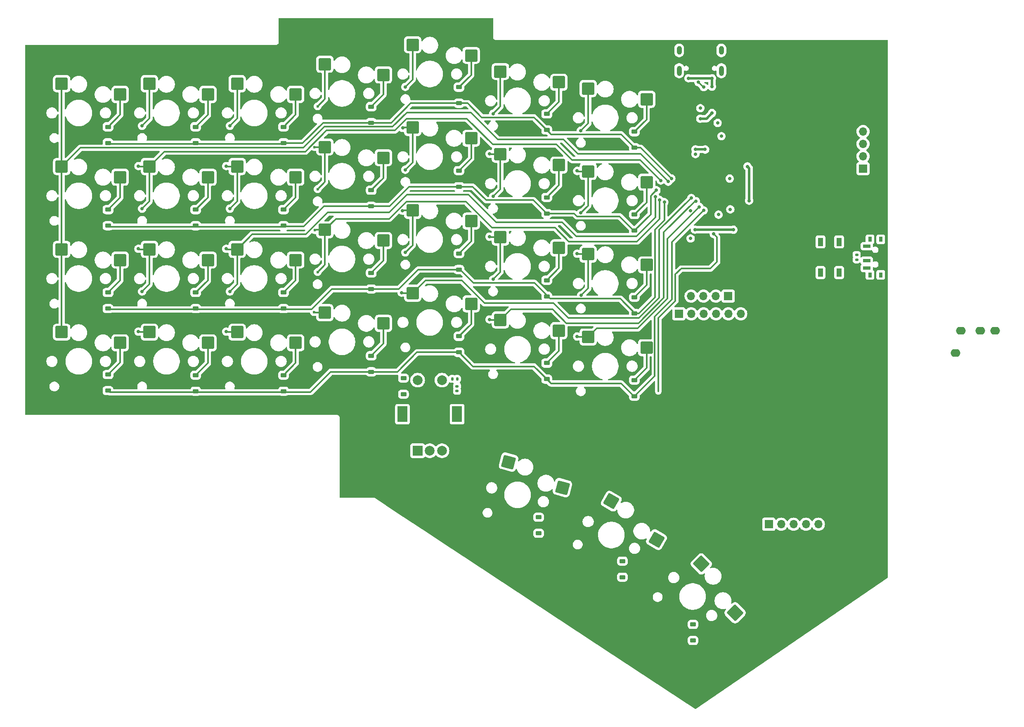
<source format=gbr>
%TF.GenerationSoftware,KiCad,Pcbnew,8.0.5*%
%TF.CreationDate,2024-10-02T17:20:20+02:00*%
%TF.ProjectId,vaucasy-pcb,76617563-6173-4792-9d70-63622e6b6963,rev?*%
%TF.SameCoordinates,Original*%
%TF.FileFunction,Copper,L2,Bot*%
%TF.FilePolarity,Positive*%
%FSLAX46Y46*%
G04 Gerber Fmt 4.6, Leading zero omitted, Abs format (unit mm)*
G04 Created by KiCad (PCBNEW 8.0.5) date 2024-10-02 17:20:20*
%MOMM*%
%LPD*%
G01*
G04 APERTURE LIST*
G04 Aperture macros list*
%AMRoundRect*
0 Rectangle with rounded corners*
0 $1 Rounding radius*
0 $2 $3 $4 $5 $6 $7 $8 $9 X,Y pos of 4 corners*
0 Add a 4 corners polygon primitive as box body*
4,1,4,$2,$3,$4,$5,$6,$7,$8,$9,$2,$3,0*
0 Add four circle primitives for the rounded corners*
1,1,$1+$1,$2,$3*
1,1,$1+$1,$4,$5*
1,1,$1+$1,$6,$7*
1,1,$1+$1,$8,$9*
0 Add four rect primitives between the rounded corners*
20,1,$1+$1,$2,$3,$4,$5,0*
20,1,$1+$1,$4,$5,$6,$7,0*
20,1,$1+$1,$6,$7,$8,$9,0*
20,1,$1+$1,$8,$9,$2,$3,0*%
G04 Aperture macros list end*
%TA.AperFunction,ComponentPad*%
%ADD10C,2.000000*%
%TD*%
%TA.AperFunction,ComponentPad*%
%ADD11R,2.000000X3.200000*%
%TD*%
%TA.AperFunction,ComponentPad*%
%ADD12R,2.000000X2.000000*%
%TD*%
%TA.AperFunction,ComponentPad*%
%ADD13O,1.700000X1.700000*%
%TD*%
%TA.AperFunction,ComponentPad*%
%ADD14R,1.700000X1.700000*%
%TD*%
%TA.AperFunction,SMDPad,CuDef*%
%ADD15RoundRect,0.250000X-1.025000X-1.000000X1.025000X-1.000000X1.025000X1.000000X-1.025000X1.000000X0*%
%TD*%
%TA.AperFunction,SMDPad,CuDef*%
%ADD16RoundRect,0.250000X-1.431891X0.017678X0.017678X-1.431891X1.431891X-0.017678X-0.017678X1.431891X0*%
%TD*%
%TA.AperFunction,SMDPad,CuDef*%
%ADD17RoundRect,0.250000X-1.248893X-0.700636X0.731255X-1.231215X1.248893X0.700636X-0.731255X1.231215X0*%
%TD*%
%TA.AperFunction,ComponentPad*%
%ADD18O,1.000000X1.800000*%
%TD*%
%TA.AperFunction,ComponentPad*%
%ADD19O,1.000000X2.100000*%
%TD*%
%TA.AperFunction,SMDPad,CuDef*%
%ADD20RoundRect,0.250000X-1.387676X-0.353525X0.387676X-1.378525X1.387676X0.353525X-0.387676X1.378525X0*%
%TD*%
%TA.AperFunction,SMDPad,CuDef*%
%ADD21RoundRect,0.225000X0.375000X-0.225000X0.375000X0.225000X-0.375000X0.225000X-0.375000X-0.225000X0*%
%TD*%
%TA.AperFunction,SMDPad,CuDef*%
%ADD22R,1.000000X1.700000*%
%TD*%
%TA.AperFunction,SMDPad,CuDef*%
%ADD23R,1.500000X0.700000*%
%TD*%
%TA.AperFunction,SMDPad,CuDef*%
%ADD24R,0.800000X1.000000*%
%TD*%
%TA.AperFunction,SMDPad,CuDef*%
%ADD25RoundRect,0.135000X0.135000X0.185000X-0.135000X0.185000X-0.135000X-0.185000X0.135000X-0.185000X0*%
%TD*%
%TA.AperFunction,SMDPad,CuDef*%
%ADD26RoundRect,0.135000X0.185000X-0.135000X0.185000X0.135000X-0.185000X0.135000X-0.185000X-0.135000X0*%
%TD*%
%TA.AperFunction,ComponentPad*%
%ADD27O,2.000000X1.600000*%
%TD*%
%TA.AperFunction,SMDPad,CuDef*%
%ADD28RoundRect,0.140000X-0.170000X0.140000X-0.170000X-0.140000X0.170000X-0.140000X0.170000X0.140000X0*%
%TD*%
%TA.AperFunction,ViaPad*%
%ADD29C,0.700000*%
%TD*%
%TA.AperFunction,ViaPad*%
%ADD30C,0.600000*%
%TD*%
%TA.AperFunction,Conductor*%
%ADD31C,0.300000*%
%TD*%
%TA.AperFunction,Conductor*%
%ADD32C,0.500000*%
%TD*%
G04 APERTURE END LIST*
D10*
%TO.P,SW3,S2,S2*%
%TO.N,Net-(D33-A)*%
X105015000Y-102200000D03*
%TO.P,SW3,S1,S1*%
%TO.N,Net-(R6-Pad2)*%
X110015000Y-102200000D03*
D11*
%TO.P,SW3,MP*%
%TO.N,N/C*%
X113115000Y-109200000D03*
X101915000Y-109200000D03*
D10*
%TO.P,SW3,C,C*%
%TO.N,GND*%
X107515000Y-116700000D03*
%TO.P,SW3,B,B*%
X110015000Y-116700000D03*
D12*
%TO.P,SW3,A,A*%
X105015000Y-116700000D03*
%TD*%
D13*
%TO.P,J5,6,EN*%
%TO.N,LBT_EN*%
X171300000Y-88575000D03*
%TO.P,J5,5,VCC*%
%TO.N,+5V*%
X168760000Y-88575000D03*
%TO.P,J5,4,GND*%
%TO.N,GND*%
X166220000Y-88575000D03*
%TO.P,J5,3,TXD*%
%TO.N,LUART2_TX*%
X163680000Y-88575000D03*
%TO.P,J5,2,RXD*%
%TO.N,LUART2_RX*%
X161140000Y-88575000D03*
D14*
%TO.P,J5,1,State*%
%TO.N,unconnected-(J5-State-Pad1)*%
X158600000Y-88575000D03*
%TD*%
%TO.P,J4,1,Vcc*%
%TO.N,+3.3V*%
X177055000Y-131800000D03*
D13*
%TO.P,J4,2,SDA*%
%TO.N,LTRACK_SDA*%
X179595000Y-131800000D03*
%TO.P,J4,3,SCL*%
%TO.N,LTRACK_SCL*%
X182135000Y-131800000D03*
%TO.P,J4,4,INT*%
%TO.N,TRACK_INT*%
X184675000Y-131800000D03*
%TO.P,J4,5,GND*%
%TO.N,GND*%
X187215000Y-131800000D03*
%TD*%
D15*
%TO.P,S5,2,2*%
%TO.N,Net-(D5-A)*%
X116000000Y-35550000D03*
%TO.P,S5,1,1*%
%TO.N,LColumn 4*%
X104000000Y-33350000D03*
%TD*%
%TO.P,S27,2,2*%
%TO.N,Net-(D27-A)*%
X134000000Y-75050000D03*
%TO.P,S27,1,1*%
%TO.N,LColumn 5*%
X122000000Y-72850000D03*
%TD*%
%TO.P,S3,2,2*%
%TO.N,Net-(D3-A)*%
X80000000Y-43550000D03*
%TO.P,S3,1,1*%
%TO.N,LColumn 2*%
X68000000Y-41350000D03*
%TD*%
%TO.P,S19,2,2*%
%TO.N,Net-(D19-A)*%
X62000000Y-77550000D03*
%TO.P,S19,1,1*%
%TO.N,LColumn 1*%
X50000000Y-75350000D03*
%TD*%
%TO.P,S28,2,2*%
%TO.N,Net-(D28-A)*%
X134000000Y-92050000D03*
%TO.P,S28,1,1*%
%TO.N,LColumn 5*%
X122000000Y-89850000D03*
%TD*%
%TO.P,S7,2,2*%
%TO.N,Net-(D7-A)*%
X152000000Y-44550000D03*
%TO.P,S7,1,1*%
%TO.N,LColumn 6*%
X140000000Y-42350000D03*
%TD*%
%TO.P,S30,2,2*%
%TO.N,Net-(D30-A)*%
X152000000Y-95550000D03*
%TO.P,S30,1,1*%
%TO.N,LColumn 6*%
X140000000Y-93350000D03*
%TD*%
%TO.P,S14,2,2*%
%TO.N,Net-(D14-A)*%
X134000000Y-58050000D03*
%TO.P,S14,1,1*%
%TO.N,LColumn 5*%
X122000000Y-55850000D03*
%TD*%
%TO.P,S6,2,2*%
%TO.N,Net-(D6-A)*%
X134000000Y-41050000D03*
%TO.P,S6,1,1*%
%TO.N,LColumn 5*%
X122000000Y-38850000D03*
%TD*%
D14*
%TO.P,J2,1,GND*%
%TO.N,GND*%
X168730000Y-84950000D03*
D13*
%TO.P,J2,2,VCC*%
%TO.N,+3.3V*%
X166190000Y-84950000D03*
%TO.P,J2,3,SCL*%
%TO.N,LOLED_SCL*%
X163650000Y-84950000D03*
%TO.P,J2,4,SDA*%
%TO.N,LOLED_SDA*%
X161110000Y-84950000D03*
%TD*%
D15*
%TO.P,S15,2,2*%
%TO.N,Net-(D15-A)*%
X152000000Y-61550000D03*
%TO.P,S15,1,1*%
%TO.N,LColumn 6*%
X140000000Y-59350000D03*
%TD*%
%TO.P,S29,2,2*%
%TO.N,Net-(D29-A)*%
X152000000Y-78550000D03*
%TO.P,S29,1,1*%
%TO.N,LColumn 6*%
X140000000Y-76350000D03*
%TD*%
%TO.P,S22,2,2*%
%TO.N,Net-(D22-A)*%
X80000000Y-94550000D03*
%TO.P,S22,1,1*%
%TO.N,LColumn 2*%
X68000000Y-92350000D03*
%TD*%
%TO.P,S26,2,2*%
%TO.N,Net-(D26-A)*%
X116000000Y-86550000D03*
%TO.P,S26,1,1*%
%TO.N,LColumn 4*%
X104000000Y-84350000D03*
%TD*%
%TO.P,S23,2,2*%
%TO.N,Net-(D23-A)*%
X98000000Y-73550000D03*
%TO.P,S23,1,1*%
%TO.N,LColumn 3*%
X86000000Y-71350000D03*
%TD*%
%TO.P,S1,2,2*%
%TO.N,Net-(D1-A)*%
X44000000Y-43550000D03*
%TO.P,S1,1,1*%
%TO.N,LColumn 0*%
X32000000Y-41350000D03*
%TD*%
%TO.P,S13,2,2*%
%TO.N,Net-(D13-A)*%
X116000000Y-52550000D03*
%TO.P,S13,1,1*%
%TO.N,LColumn 4*%
X104000000Y-50350000D03*
%TD*%
%TO.P,S9,2,2*%
%TO.N,Net-(D9-A)*%
X44000000Y-60550000D03*
%TO.P,S9,1,1*%
%TO.N,LColumn 0*%
X32000000Y-58350000D03*
%TD*%
%TO.P,S4,2,2*%
%TO.N,Net-(D4-A)*%
X98000000Y-39550000D03*
%TO.P,S4,1,1*%
%TO.N,LColumn 3*%
X86000000Y-37350000D03*
%TD*%
%TO.P,S10,2,2*%
%TO.N,Net-(D10-A)*%
X62000000Y-60550000D03*
%TO.P,S10,1,1*%
%TO.N,LColumn 1*%
X50000000Y-58350000D03*
%TD*%
%TO.P,S11,2,2*%
%TO.N,Net-(D11-A)*%
X80000000Y-60550000D03*
%TO.P,S11,1,1*%
%TO.N,LColumn 2*%
X68000000Y-58350000D03*
%TD*%
%TO.P,S17,2,2*%
%TO.N,Net-(D17-A)*%
X44000000Y-77550000D03*
%TO.P,S17,1,1*%
%TO.N,LColumn 0*%
X32000000Y-75350000D03*
%TD*%
%TO.P,S24,2,2*%
%TO.N,Net-(D24-A)*%
X98000000Y-90550000D03*
%TO.P,S24,1,1*%
%TO.N,LColumn 3*%
X86000000Y-88350000D03*
%TD*%
D16*
%TO.P,S31,2,2*%
%TO.N,Net-(D31-A)*%
X170137688Y-149967335D03*
%TO.P,S31,1,1*%
%TO.N,LColumn 6*%
X163208041Y-139926420D03*
%TD*%
D15*
%TO.P,S2,2,2*%
%TO.N,Net-(D2-A)*%
X62000000Y-43550000D03*
%TO.P,S2,1,1*%
%TO.N,LColumn 1*%
X50000000Y-41350000D03*
%TD*%
%TO.P,S20,2,2*%
%TO.N,Net-(D20-A)*%
X62000000Y-94550000D03*
%TO.P,S20,1,1*%
%TO.N,LColumn 1*%
X50000000Y-92350000D03*
%TD*%
D17*
%TO.P,S8,2,2*%
%TO.N,Net-(D8-A)*%
X134707022Y-124279444D03*
%TO.P,S8,1,1*%
%TO.N,LColumn 4*%
X123685314Y-119048579D03*
%TD*%
D18*
%TO.P,J1,S1,SHIELD*%
%TO.N,GND*%
X158680000Y-34500000D03*
D19*
X158680000Y-38680000D03*
D18*
X167320000Y-34500000D03*
D19*
X167320000Y-38680000D03*
%TD*%
D15*
%TO.P,S25,2,2*%
%TO.N,Net-(D25-A)*%
X116000000Y-69550000D03*
%TO.P,S25,1,1*%
%TO.N,LColumn 4*%
X104000000Y-67350000D03*
%TD*%
%TO.P,S12,2,2*%
%TO.N,Net-(D12-A)*%
X98000000Y-56550000D03*
%TO.P,S12,1,1*%
%TO.N,LColumn 3*%
X86000000Y-54350000D03*
%TD*%
%TO.P,S21,2,2*%
%TO.N,Net-(D21-A)*%
X80000000Y-77550000D03*
%TO.P,S21,1,1*%
%TO.N,LColumn 2*%
X68000000Y-75350000D03*
%TD*%
D20*
%TO.P,S16,2,2*%
%TO.N,Net-(D16-A)*%
X154024356Y-134959103D03*
%TO.P,S16,1,1*%
%TO.N,LColumn 5*%
X144732051Y-127053848D03*
%TD*%
D15*
%TO.P,S18,2,2*%
%TO.N,Net-(D18-A)*%
X44000000Y-94550000D03*
%TO.P,S18,1,1*%
%TO.N,LColumn 0*%
X32000000Y-92350000D03*
%TD*%
D21*
%TO.P,D19,1,K*%
%TO.N,LRow 2*%
X59500000Y-87500000D03*
%TO.P,D19,2,A*%
%TO.N,Net-(D19-A)*%
X59500000Y-84200000D03*
%TD*%
D22*
%TO.P,SW2,2,2*%
%TO.N,Net-(R2-Pad2)*%
X187675000Y-73820000D03*
X187675000Y-80120000D03*
%TO.P,SW2,1,1*%
%TO.N,GND*%
X191475000Y-73820000D03*
X191475000Y-80120000D03*
%TD*%
D21*
%TO.P,D9,1,K*%
%TO.N,LRow 1*%
X41500000Y-70500000D03*
%TO.P,D9,2,A*%
%TO.N,Net-(D9-A)*%
X41500000Y-67200000D03*
%TD*%
%TO.P,D15,1,K*%
%TO.N,LRow 1*%
X149500000Y-71500000D03*
%TO.P,D15,2,A*%
%TO.N,Net-(D15-A)*%
X149500000Y-68200000D03*
%TD*%
%TO.P,D8,1,K*%
%TO.N,LROW4*%
X129825000Y-133650000D03*
%TO.P,D8,2,A*%
%TO.N,Net-(D8-A)*%
X129825000Y-130350000D03*
%TD*%
%TO.P,D17,1,K*%
%TO.N,LRow 2*%
X41500000Y-87500000D03*
%TO.P,D17,2,A*%
%TO.N,Net-(D17-A)*%
X41500000Y-84200000D03*
%TD*%
%TO.P,D18,1,K*%
%TO.N,LRow 3*%
X41500000Y-104350000D03*
%TO.P,D18,2,A*%
%TO.N,Net-(D18-A)*%
X41500000Y-101050000D03*
%TD*%
%TO.P,D14,1,K*%
%TO.N,LRow 1*%
X131500000Y-68000000D03*
%TO.P,D14,2,A*%
%TO.N,Net-(D14-A)*%
X131500000Y-64700000D03*
%TD*%
%TO.P,D12,1,K*%
%TO.N,LRow 1*%
X95500000Y-66500000D03*
%TO.P,D12,2,A*%
%TO.N,Net-(D12-A)*%
X95500000Y-63200000D03*
%TD*%
%TO.P,D24,1,K*%
%TO.N,LRow 3*%
X95500000Y-100500000D03*
%TO.P,D24,2,A*%
%TO.N,Net-(D24-A)*%
X95500000Y-97200000D03*
%TD*%
%TO.P,D26,1,K*%
%TO.N,LRow 3*%
X113500000Y-96500000D03*
%TO.P,D26,2,A*%
%TO.N,Net-(D26-A)*%
X113500000Y-93200000D03*
%TD*%
%TO.P,D13,1,K*%
%TO.N,LRow 1*%
X113500000Y-62500000D03*
%TO.P,D13,2,A*%
%TO.N,Net-(D13-A)*%
X113500000Y-59200000D03*
%TD*%
%TO.P,D6,1,K*%
%TO.N,LRow 0*%
X131500000Y-50850000D03*
%TO.P,D6,2,A*%
%TO.N,Net-(D6-A)*%
X131500000Y-47550000D03*
%TD*%
D23*
%TO.P,SW1,3,C*%
%TO.N,+3.3V*%
X197145000Y-79200000D03*
%TO.P,SW1,2,B*%
%TO.N,/SW_BOOT0*%
X197145000Y-77700000D03*
%TO.P,SW1,1,A*%
%TO.N,GND*%
X197145000Y-74700000D03*
D24*
%TO.P,SW1,*%
%TO.N,*%
X197795000Y-80600000D03*
X200005000Y-80600000D03*
X197795000Y-73300000D03*
X200005000Y-73300000D03*
%TD*%
D25*
%TO.P,R6,1*%
%TO.N,LColumn 3*%
X113135000Y-101950000D03*
%TO.P,R6,2*%
%TO.N,Net-(R6-Pad2)*%
X112115000Y-101950000D03*
%TD*%
D21*
%TO.P,D22,1,K*%
%TO.N,LRow 3*%
X77500000Y-104500000D03*
%TO.P,D22,2,A*%
%TO.N,Net-(D22-A)*%
X77500000Y-101200000D03*
%TD*%
%TO.P,D30,1,K*%
%TO.N,LRow 3*%
X149500000Y-105500000D03*
%TO.P,D30,2,A*%
%TO.N,Net-(D30-A)*%
X149500000Y-102200000D03*
%TD*%
%TO.P,D2,1,K*%
%TO.N,LRow 0*%
X59500000Y-53500000D03*
%TO.P,D2,2,A*%
%TO.N,Net-(D2-A)*%
X59500000Y-50200000D03*
%TD*%
D26*
%TO.P,R1,1*%
%TO.N,/SW_BOOT0*%
X195075000Y-77470000D03*
%TO.P,R1,2*%
%TO.N,LBOOT0*%
X195075000Y-76450000D03*
%TD*%
D21*
%TO.P,D16,1,K*%
%TO.N,LROW4*%
X147025000Y-142675000D03*
%TO.P,D16,2,A*%
%TO.N,Net-(D16-A)*%
X147025000Y-139375000D03*
%TD*%
%TO.P,D7,1,K*%
%TO.N,LRow 0*%
X149500000Y-54500000D03*
%TO.P,D7,2,A*%
%TO.N,Net-(D7-A)*%
X149500000Y-51200000D03*
%TD*%
%TO.P,D29,1,K*%
%TO.N,LRow 2*%
X149500000Y-88500000D03*
%TO.P,D29,2,A*%
%TO.N,Net-(D29-A)*%
X149500000Y-85200000D03*
%TD*%
%TO.P,D25,1,K*%
%TO.N,LRow 2*%
X113500000Y-79500000D03*
%TO.P,D25,2,A*%
%TO.N,Net-(D25-A)*%
X113500000Y-76200000D03*
%TD*%
%TO.P,D33,1,K*%
%TO.N,LRow 4*%
X102115000Y-105100000D03*
%TO.P,D33,2,A*%
%TO.N,Net-(D33-A)*%
X102115000Y-101800000D03*
%TD*%
%TO.P,D11,1,K*%
%TO.N,LRow 1*%
X77500000Y-70500000D03*
%TO.P,D11,2,A*%
%TO.N,Net-(D11-A)*%
X77500000Y-67200000D03*
%TD*%
%TO.P,D27,1,K*%
%TO.N,LRow 2*%
X131500000Y-85000000D03*
%TO.P,D27,2,A*%
%TO.N,Net-(D27-A)*%
X131500000Y-81700000D03*
%TD*%
%TO.P,D5,1,K*%
%TO.N,LRow 0*%
X113500000Y-45350000D03*
%TO.P,D5,2,A*%
%TO.N,Net-(D5-A)*%
X113500000Y-42050000D03*
%TD*%
%TO.P,D3,1,K*%
%TO.N,LRow 0*%
X77500000Y-53500000D03*
%TO.P,D3,2,A*%
%TO.N,Net-(D3-A)*%
X77500000Y-50200000D03*
%TD*%
%TO.P,D20,1,K*%
%TO.N,LRow 3*%
X59500000Y-104500000D03*
%TO.P,D20,2,A*%
%TO.N,Net-(D20-A)*%
X59500000Y-101200000D03*
%TD*%
%TO.P,D23,1,K*%
%TO.N,LRow 2*%
X95500000Y-83500000D03*
%TO.P,D23,2,A*%
%TO.N,Net-(D23-A)*%
X95500000Y-80200000D03*
%TD*%
%TO.P,D31,1,K*%
%TO.N,LROW4*%
X161500000Y-155650000D03*
%TO.P,D31,2,A*%
%TO.N,Net-(D31-A)*%
X161500000Y-152350000D03*
%TD*%
D27*
%TO.P,U4,4,RING2*%
%TO.N,LUART1_RX*%
X223437500Y-92075000D03*
%TO.P,U4,3,RING1*%
%TO.N,LUART1_TX*%
X220437500Y-92075000D03*
%TO.P,U4,2,TIP*%
%TO.N,GND*%
X216437500Y-92075000D03*
%TO.P,U4,1,SLEEVE*%
%TO.N,+3.3V*%
X215337500Y-96675000D03*
%TD*%
D21*
%TO.P,D21,1,K*%
%TO.N,LRow 2*%
X77500000Y-87500000D03*
%TO.P,D21,2,A*%
%TO.N,Net-(D21-A)*%
X77500000Y-84200000D03*
%TD*%
%TO.P,D1,1,K*%
%TO.N,LRow 0*%
X41500000Y-53500000D03*
%TO.P,D1,2,A*%
%TO.N,Net-(D1-A)*%
X41500000Y-50200000D03*
%TD*%
D28*
%TO.P,C16,1*%
%TO.N,LColumn 3*%
X113115000Y-103470000D03*
%TO.P,C16,2*%
%TO.N,GND*%
X113115000Y-104430000D03*
%TD*%
D21*
%TO.P,D28,1,K*%
%TO.N,LRow 3*%
X131500000Y-102000000D03*
%TO.P,D28,2,A*%
%TO.N,Net-(D28-A)*%
X131500000Y-98700000D03*
%TD*%
%TO.P,D10,1,K*%
%TO.N,LRow 1*%
X59500000Y-70500000D03*
%TO.P,D10,2,A*%
%TO.N,Net-(D10-A)*%
X59500000Y-67200000D03*
%TD*%
%TO.P,D4,1,K*%
%TO.N,LRow 0*%
X95500000Y-49350000D03*
%TO.P,D4,2,A*%
%TO.N,Net-(D4-A)*%
X95500000Y-46050000D03*
%TD*%
D14*
%TO.P,J6,1,Pin_1*%
%TO.N,GND*%
X196400000Y-58775000D03*
D13*
%TO.P,J6,2,Pin_2*%
%TO.N,LSWCLK*%
X196400000Y-56235000D03*
%TO.P,J6,3,Pin_3*%
%TO.N,LSWDIO*%
X196400000Y-53695000D03*
%TO.P,J6,4,Pin_4*%
%TO.N,+3.3V*%
X196400000Y-51155000D03*
%TD*%
D29*
%TO.N,GND*%
X161025000Y-73125000D03*
%TO.N,LRow 4*%
X165775000Y-72200000D03*
%TO.N,LRow 3*%
X163687942Y-67360736D03*
%TO.N,LColumn 6*%
X162812510Y-66637490D03*
%TO.N,LColumn 5*%
X162100000Y-65462500D03*
%TO.N,LColumn 4*%
X161143692Y-64808977D03*
%TO.N,LRow 2*%
X155625000Y-65675000D03*
%TO.N,LColumn 3*%
X154675000Y-65225000D03*
%TO.N,LRow 1*%
X154000036Y-63225000D03*
%TO.N,LColumn 1*%
X154912500Y-61212500D03*
%TO.N,LColumn 0*%
X156426135Y-61454126D03*
%TO.N,LColumn 2*%
X153800000Y-64575000D03*
%TO.N,+3.3V*%
X169775000Y-71325000D03*
X161900000Y-71300000D03*
%TO.N,LRow 0*%
X157059708Y-60814915D03*
%TO.N,+3.3V*%
X173025004Y-65350000D03*
X172675000Y-58325000D03*
X162025000Y-54825000D03*
X164000000Y-54850000D03*
%TO.N,GND*%
X162000000Y-55800004D03*
X169025000Y-60825000D03*
X169158640Y-67131311D03*
X166750000Y-68225006D03*
X160982475Y-67407475D03*
%TO.N,+5V*%
X162994849Y-48532500D03*
X165420000Y-47365184D03*
%TO.N,GND*%
X167350000Y-52125010D03*
X163000000Y-46375000D03*
X166550002Y-49395000D03*
%TO.N,VBUS*%
X165375000Y-41950000D03*
X165381236Y-40239967D03*
X160550000Y-40225000D03*
%TO.N,LD-*%
X162604997Y-41025000D03*
X163725046Y-42050000D03*
%TO.N,LColumn 1*%
X48500000Y-50000000D03*
X48500000Y-84000000D03*
X47750000Y-92250000D03*
X47750000Y-58250000D03*
X47750000Y-75250000D03*
X48500000Y-67000000D03*
%TO.N,LColumn 2*%
X66500000Y-50000000D03*
X65750000Y-58250000D03*
X66500000Y-84000000D03*
X65750000Y-75250000D03*
X65750000Y-92250000D03*
X66500000Y-67000000D03*
D30*
%TO.N,LColumn 3*%
X83869975Y-54369975D03*
X84500000Y-46000000D03*
X84500000Y-63000000D03*
X84500000Y-80000000D03*
X83750000Y-88250000D03*
X83926365Y-71420692D03*
D29*
%TO.N,LColumn 4*%
X101905331Y-67405331D03*
X102500000Y-76000000D03*
X101940687Y-50440687D03*
X101750000Y-84250000D03*
X102500000Y-42000000D03*
X102500000Y-59000000D03*
%TO.N,LColumn 5*%
X119750000Y-72750000D03*
X119750000Y-55750000D03*
X120500000Y-64500000D03*
X120500000Y-81500000D03*
X120500000Y-47500000D03*
X119750000Y-89750000D03*
%TO.N,LColumn 6*%
X137750000Y-76250000D03*
X138500000Y-67875000D03*
X137750000Y-93250000D03*
X138500000Y-51000000D03*
X137750000Y-59250000D03*
X138560922Y-84800000D03*
%TD*%
D31*
%TO.N,LColumn 5*%
X155525000Y-71850000D02*
X161912500Y-65462500D01*
X155525000Y-85325000D02*
X155525000Y-71850000D01*
X132750000Y-87700000D02*
X135550000Y-90500000D01*
X161912500Y-65462500D02*
X162100000Y-65462500D01*
X124150000Y-87700000D02*
X132750000Y-87700000D01*
X122000000Y-89850000D02*
X124150000Y-87700000D01*
X150350000Y-90500000D02*
X155525000Y-85325000D01*
X135550000Y-90500000D02*
X150350000Y-90500000D01*
%TO.N,LColumn 6*%
X156275000Y-73175000D02*
X162812510Y-66637490D01*
X141775000Y-91575000D02*
X150175000Y-91575000D01*
X150175000Y-91575000D02*
X156275000Y-85475000D01*
X156275000Y-85475000D02*
X156275000Y-73175000D01*
X140000000Y-93350000D02*
X141775000Y-91575000D01*
%TO.N,LRow 4*%
X165075000Y-79300000D02*
X166450000Y-77925000D01*
X166450000Y-72875000D02*
X166450000Y-77375000D01*
X166450000Y-77925000D02*
X166450000Y-77375000D01*
X159100000Y-79300000D02*
X165075000Y-79300000D01*
X157900000Y-85925000D02*
X157900000Y-80500000D01*
X157900000Y-80500000D02*
X159100000Y-79300000D01*
X154400000Y-89425000D02*
X157900000Y-85925000D01*
X154400000Y-89425000D02*
X154400000Y-104525000D01*
X165775000Y-72200000D02*
X166450000Y-72875000D01*
D32*
%TO.N,+3.3V*%
X173025004Y-58675004D02*
X172675000Y-58325000D01*
X173025004Y-65350000D02*
X173025004Y-58675004D01*
D31*
%TO.N,LRow 3*%
X153650000Y-89150000D02*
X157175000Y-85625000D01*
X153650000Y-101350000D02*
X153650000Y-89150000D01*
X157175000Y-85625000D02*
X157175000Y-73873678D01*
X157175000Y-73873678D02*
X163687942Y-67360736D01*
X149500000Y-105500000D02*
X153650000Y-101350000D01*
%TO.N,LColumn 4*%
X150425000Y-89425000D02*
X154600000Y-85250000D01*
X132875000Y-86400000D02*
X135900000Y-89425000D01*
X118730456Y-86400000D02*
X132875000Y-86400000D01*
X114080456Y-81750000D02*
X118730456Y-86400000D01*
X106600000Y-81750000D02*
X114080456Y-81750000D01*
X154600000Y-85250000D02*
X154600000Y-71352669D01*
X135900000Y-89425000D02*
X150425000Y-89425000D01*
X104000000Y-84350000D02*
X106600000Y-81750000D01*
X154600000Y-71352669D02*
X161143692Y-64808977D01*
%TO.N,LRow 2*%
X153675000Y-85225000D02*
X153675000Y-71325000D01*
X153675000Y-71325000D02*
X155625000Y-69375000D01*
X150400000Y-88500000D02*
X153675000Y-85225000D01*
X155625000Y-69375000D02*
X155625000Y-65675000D01*
X149500000Y-88500000D02*
X150400000Y-88500000D01*
X149500000Y-88500000D02*
X149525000Y-88525000D01*
%TO.N,LColumn 3*%
X154675000Y-69100000D02*
X154675000Y-65225000D01*
X150025000Y-73750000D02*
X154675000Y-69100000D01*
X136050000Y-73750000D02*
X150025000Y-73750000D01*
X120300000Y-70900000D02*
X133200000Y-70900000D01*
X133200000Y-70900000D02*
X136050000Y-73750000D01*
X114925000Y-65525000D02*
X120300000Y-70900000D01*
X99150000Y-69100000D02*
X102725000Y-65525000D01*
X102725000Y-65525000D02*
X114925000Y-65525000D01*
X86000000Y-71350000D02*
X88250000Y-69100000D01*
X88250000Y-69100000D02*
X99150000Y-69100000D01*
%TO.N,LColumn 1*%
X150700000Y-57000000D02*
X154912500Y-61212500D01*
X136675000Y-57000000D02*
X150700000Y-57000000D01*
X133500000Y-53825000D02*
X136675000Y-57000000D01*
X120425000Y-53825000D02*
X133500000Y-53825000D01*
X115125000Y-48525000D02*
X120425000Y-53825000D01*
X81985356Y-55300000D02*
X86335356Y-50950000D01*
X53050000Y-55300000D02*
X81985356Y-55300000D01*
X50000000Y-58350000D02*
X53050000Y-55300000D01*
%TO.N,LRow 0*%
X149500000Y-54500000D02*
X150744793Y-54500000D01*
%TO.N,LColumn 0*%
X150722009Y-55750000D02*
X156426135Y-61454126D01*
%TO.N,LColumn 1*%
X102775000Y-48525000D02*
X115125000Y-48525000D01*
X86335356Y-50950000D02*
X100350000Y-50950000D01*
%TO.N,LRow 0*%
X150744793Y-54500000D02*
X157059708Y-60814915D01*
%TO.N,LColumn 0*%
X137875000Y-55750000D02*
X150722009Y-55750000D01*
X134925000Y-52800000D02*
X137875000Y-55750000D01*
X121475000Y-52800000D02*
X134925000Y-52800000D01*
X115925000Y-47250000D02*
X121475000Y-52800000D01*
X102800000Y-47250000D02*
X115925000Y-47250000D01*
X99900000Y-50150000D02*
X102800000Y-47250000D01*
X85925000Y-50150000D02*
X99900000Y-50150000D01*
X81575000Y-54500000D02*
X85925000Y-50150000D01*
%TO.N,LColumn 1*%
X100350000Y-50950000D02*
X102775000Y-48525000D01*
%TO.N,LColumn 0*%
X35850000Y-54500000D02*
X81575000Y-54500000D01*
X32000000Y-58350000D02*
X35850000Y-54500000D01*
%TO.N,LColumn 2*%
X153800000Y-68750000D02*
X153800000Y-64575000D01*
X149900000Y-72650000D02*
X153800000Y-68750000D01*
X137525000Y-72650000D02*
X149900000Y-72650000D01*
X134650000Y-69775000D02*
X137525000Y-72650000D01*
X121075000Y-69775000D02*
X134650000Y-69775000D01*
X115450000Y-64150000D02*
X121075000Y-69775000D01*
X102800000Y-64150000D02*
X115450000Y-64150000D01*
X71075000Y-72275000D02*
X82082106Y-72275000D01*
X99150000Y-67800000D02*
X102800000Y-64150000D01*
X86557106Y-67800000D02*
X99150000Y-67800000D01*
X68000000Y-75350000D02*
X71075000Y-72275000D01*
X82082106Y-72275000D02*
X86557106Y-67800000D01*
D32*
%TO.N,+3.3V*%
X161900000Y-71300000D02*
X169750000Y-71300000D01*
X169750000Y-71300000D02*
X169775000Y-71325000D01*
X162050000Y-54850000D02*
X162025000Y-54825000D01*
X164000000Y-54850000D02*
X162050000Y-54850000D01*
D31*
%TO.N,LRow 1*%
X137725000Y-68575000D02*
X146425000Y-68575000D01*
X146425000Y-68575000D02*
X149500000Y-71650000D01*
X137150000Y-68000000D02*
X137725000Y-68575000D01*
X131500000Y-68000000D02*
X137150000Y-68000000D01*
%TO.N,LColumn 6*%
X140000000Y-59350000D02*
X140000000Y-66375000D01*
X140000000Y-66375000D02*
X138500000Y-67875000D01*
%TO.N,LRow 1*%
X128750000Y-65250000D02*
X131500000Y-68000000D01*
X116325000Y-62500000D02*
X119075000Y-65250000D01*
X113500000Y-62500000D02*
X116325000Y-62500000D01*
X119075000Y-65250000D02*
X128750000Y-65250000D01*
X103275000Y-62500000D02*
X113500000Y-62500000D01*
X95500000Y-66500000D02*
X99275000Y-66500000D01*
X99275000Y-66500000D02*
X103275000Y-62500000D01*
X85850000Y-66500000D02*
X95500000Y-66500000D01*
X81700000Y-70650000D02*
X85850000Y-66500000D01*
X77500000Y-70650000D02*
X81700000Y-70650000D01*
%TO.N,LRow 0*%
X128900000Y-48250000D02*
X131500000Y-50850000D01*
X118175000Y-48250000D02*
X128900000Y-48250000D01*
X115275000Y-45350000D02*
X118175000Y-48250000D01*
X113500000Y-45350000D02*
X115275000Y-45350000D01*
X103600000Y-45350000D02*
X113500000Y-45350000D01*
X99600000Y-49350000D02*
X103600000Y-45350000D01*
X95500000Y-49350000D02*
X99600000Y-49350000D01*
X85600000Y-49350000D02*
X95500000Y-49350000D01*
X81450000Y-53500000D02*
X85600000Y-49350000D01*
X77500000Y-53500000D02*
X81450000Y-53500000D01*
D32*
%TO.N,+5V*%
X164267500Y-48532500D02*
X162994849Y-48532500D01*
X165420000Y-47365184D02*
X165420000Y-47380000D01*
X165420000Y-47380000D02*
X164267500Y-48532500D01*
%TO.N,VBUS*%
X165381236Y-41943764D02*
X165375000Y-41950000D01*
X165381236Y-40239967D02*
X165381236Y-41943764D01*
D31*
%TO.N,Net-(D1-A)*%
X44000000Y-43550000D02*
X44000000Y-47700000D01*
X44000000Y-47700000D02*
X41500000Y-50200000D01*
%TO.N,Net-(D2-A)*%
X62000000Y-47700000D02*
X59500000Y-50200000D01*
X62000000Y-43550000D02*
X62000000Y-47700000D01*
%TO.N,Net-(D3-A)*%
X80000000Y-43550000D02*
X80000000Y-47700000D01*
X80000000Y-47700000D02*
X77500000Y-50200000D01*
%TO.N,Net-(D4-A)*%
X98000000Y-43550000D02*
X95500000Y-46050000D01*
X98000000Y-39550000D02*
X98000000Y-43550000D01*
%TO.N,Net-(D5-A)*%
X116000000Y-35550000D02*
X116000000Y-39550000D01*
X116000000Y-39550000D02*
X113500000Y-42050000D01*
%TO.N,Net-(D6-A)*%
X134000000Y-45050000D02*
X131500000Y-47550000D01*
X134000000Y-41050000D02*
X134000000Y-45050000D01*
%TO.N,Net-(D7-A)*%
X152000000Y-48700000D02*
X149500000Y-51200000D01*
X152000000Y-44550000D02*
X152000000Y-48700000D01*
%TO.N,LRow 0*%
X131500000Y-50850000D02*
X132400000Y-51750000D01*
X77300000Y-53700000D02*
X77500000Y-53500000D01*
X146750000Y-51750000D02*
X149500000Y-54500000D01*
X41500000Y-53500000D02*
X41700000Y-53700000D01*
X132400000Y-51750000D02*
X146750000Y-51750000D01*
X41700000Y-53700000D02*
X77300000Y-53700000D01*
%TO.N,Net-(D9-A)*%
X44000000Y-60550000D02*
X44000000Y-64700000D01*
X44000000Y-64700000D02*
X41500000Y-67200000D01*
%TO.N,Net-(D10-A)*%
X62000000Y-64700000D02*
X59500000Y-67200000D01*
X62000000Y-60550000D02*
X62000000Y-64700000D01*
%TO.N,Net-(D11-A)*%
X80000000Y-64700000D02*
X77500000Y-67200000D01*
X80000000Y-60550000D02*
X80000000Y-64700000D01*
%TO.N,Net-(D12-A)*%
X98000000Y-60700000D02*
X95500000Y-63200000D01*
X98000000Y-56550000D02*
X98000000Y-60700000D01*
%TO.N,Net-(D13-A)*%
X116000000Y-52550000D02*
X116000000Y-56700000D01*
X116000000Y-56700000D02*
X113500000Y-59200000D01*
%TO.N,Net-(D14-A)*%
X134000000Y-62200000D02*
X131500000Y-64700000D01*
X134000000Y-58050000D02*
X134000000Y-62200000D01*
%TO.N,Net-(D15-A)*%
X152000000Y-65700000D02*
X149500000Y-68200000D01*
X152000000Y-61550000D02*
X152000000Y-65700000D01*
%TO.N,Net-(D17-A)*%
X44000000Y-77550000D02*
X44000000Y-81700000D01*
X44000000Y-81700000D02*
X41500000Y-84200000D01*
%TO.N,LRow 1*%
X77300000Y-70700000D02*
X77500000Y-70500000D01*
X41700000Y-70700000D02*
X77300000Y-70700000D01*
X41500000Y-70500000D02*
X41700000Y-70700000D01*
%TO.N,Net-(D18-A)*%
X44000000Y-94550000D02*
X44000000Y-98550000D01*
X44000000Y-98550000D02*
X41500000Y-101050000D01*
%TO.N,LRow 2*%
X101150000Y-83500000D02*
X105150000Y-79500000D01*
X77300000Y-87700000D02*
X77500000Y-87500000D01*
X87400000Y-83500000D02*
X101150000Y-83500000D01*
X116500000Y-82250000D02*
X129000000Y-82250000D01*
X113750000Y-79500000D02*
X116500000Y-82250000D01*
X146600000Y-85500000D02*
X149750000Y-88650000D01*
X132250000Y-85500000D02*
X146600000Y-85500000D01*
X105150000Y-79500000D02*
X113750000Y-79500000D01*
X83250000Y-87650000D02*
X87400000Y-83500000D01*
X129000000Y-82250000D02*
X132250000Y-85500000D01*
X41700000Y-87700000D02*
X77300000Y-87700000D01*
X41500000Y-87500000D02*
X41700000Y-87700000D01*
X77750000Y-87650000D02*
X83250000Y-87650000D01*
%TO.N,Net-(D19-A)*%
X62000000Y-81700000D02*
X59500000Y-84200000D01*
X62000000Y-77550000D02*
X62000000Y-81700000D01*
%TO.N,Net-(D20-A)*%
X62000000Y-98700000D02*
X59500000Y-101200000D01*
X62000000Y-94550000D02*
X62000000Y-98700000D01*
%TO.N,Net-(D21-A)*%
X80000000Y-81700000D02*
X77500000Y-84200000D01*
X80000000Y-77550000D02*
X80000000Y-81700000D01*
%TO.N,Net-(D22-A)*%
X80000000Y-94550000D02*
X80000000Y-98700000D01*
X80000000Y-98700000D02*
X77500000Y-101200000D01*
%TO.N,Net-(D23-A)*%
X98000000Y-77700000D02*
X95500000Y-80200000D01*
X98000000Y-73550000D02*
X98000000Y-77700000D01*
%TO.N,Net-(D24-A)*%
X98000000Y-90550000D02*
X98000000Y-94700000D01*
X98000000Y-94700000D02*
X95500000Y-97200000D01*
%TO.N,Net-(D25-A)*%
X116000000Y-69550000D02*
X116000000Y-73700000D01*
X116000000Y-73700000D02*
X113500000Y-76200000D01*
%TO.N,Net-(D26-A)*%
X116000000Y-90700000D02*
X113500000Y-93200000D01*
X116000000Y-86550000D02*
X116000000Y-90700000D01*
%TO.N,Net-(D27-A)*%
X134000000Y-79200000D02*
X131500000Y-81700000D01*
X134000000Y-75050000D02*
X134000000Y-79200000D01*
%TO.N,Net-(D28-A)*%
X134000000Y-92050000D02*
X134000000Y-96200000D01*
X134000000Y-96200000D02*
X131500000Y-98700000D01*
%TO.N,Net-(D29-A)*%
X152000000Y-78550000D02*
X152000000Y-82700000D01*
X152000000Y-82700000D02*
X149500000Y-85200000D01*
%TO.N,Net-(D30-A)*%
X152000000Y-99700000D02*
X149500000Y-102200000D01*
X152000000Y-95550000D02*
X152000000Y-99700000D01*
%TO.N,LRow 3*%
X83000000Y-104650000D02*
X87150000Y-100500000D01*
X104900000Y-96500000D02*
X113500000Y-96500000D01*
X113500000Y-96500000D02*
X116400000Y-99400000D01*
X87150000Y-100500000D02*
X95500000Y-100500000D01*
X131500000Y-102000000D02*
X132400000Y-102900000D01*
X41500000Y-104350000D02*
X41850000Y-104700000D01*
X77300000Y-104700000D02*
X77500000Y-104500000D01*
X77500000Y-104650000D02*
X83000000Y-104650000D01*
X100900000Y-100500000D02*
X104900000Y-96500000D01*
X41850000Y-104700000D02*
X77300000Y-104700000D01*
X95500000Y-100500000D02*
X100900000Y-100500000D01*
X116400000Y-99400000D02*
X128900000Y-99400000D01*
X128900000Y-99400000D02*
X131500000Y-102000000D01*
X146750000Y-102900000D02*
X149500000Y-105650000D01*
X132400000Y-102900000D02*
X146750000Y-102900000D01*
%TO.N,LColumn 0*%
X32000000Y-41350000D02*
X32000000Y-92350000D01*
%TO.N,LColumn 1*%
X50000000Y-58350000D02*
X47850000Y-58350000D01*
X50000000Y-82500000D02*
X48500000Y-84000000D01*
X50000000Y-58350000D02*
X50000000Y-65500000D01*
X47850000Y-58350000D02*
X47750000Y-58250000D01*
X50000000Y-48500000D02*
X48500000Y-50000000D01*
X50000000Y-75350000D02*
X47850000Y-75350000D01*
X50000000Y-75350000D02*
X50000000Y-82500000D01*
X50000000Y-65500000D02*
X48500000Y-67000000D01*
X50000000Y-92350000D02*
X47850000Y-92350000D01*
X50000000Y-41350000D02*
X50000000Y-48500000D01*
%TO.N,LColumn 2*%
X68000000Y-58350000D02*
X65850000Y-58350000D01*
X68000000Y-58350000D02*
X68000000Y-65500000D01*
X68000000Y-48500000D02*
X66500000Y-50000000D01*
X68000000Y-41350000D02*
X68000000Y-48500000D01*
X68000000Y-75350000D02*
X68000000Y-82500000D01*
X68000000Y-65500000D02*
X66500000Y-67000000D01*
X68000000Y-92350000D02*
X65850000Y-92350000D01*
X68000000Y-75350000D02*
X65850000Y-75350000D01*
X68000000Y-82500000D02*
X66500000Y-84000000D01*
%TO.N,LColumn 3*%
X86000000Y-44500000D02*
X84500000Y-46000000D01*
X86000000Y-71350000D02*
X83850000Y-71350000D01*
X86000000Y-54350000D02*
X83850000Y-54350000D01*
X86000000Y-37350000D02*
X86000000Y-44500000D01*
X86000000Y-61500000D02*
X84500000Y-63000000D01*
X86000000Y-88350000D02*
X83850000Y-88350000D01*
X86000000Y-71350000D02*
X86000000Y-78500000D01*
X86000000Y-78500000D02*
X84500000Y-80000000D01*
X86000000Y-54350000D02*
X86000000Y-61500000D01*
%TO.N,LColumn 4*%
X104000000Y-67350000D02*
X101850000Y-67350000D01*
X104000000Y-33350000D02*
X104000000Y-40500000D01*
X104000000Y-67350000D02*
X104000000Y-74500000D01*
X104000000Y-40500000D02*
X102500000Y-42000000D01*
X104000000Y-74500000D02*
X102500000Y-76000000D01*
X104000000Y-50350000D02*
X104000000Y-57500000D01*
X104000000Y-50350000D02*
X101850000Y-50350000D01*
X104000000Y-57500000D02*
X102500000Y-59000000D01*
X104000000Y-84350000D02*
X101850000Y-84350000D01*
%TO.N,LColumn 5*%
X122000000Y-55850000D02*
X119850000Y-55850000D01*
X122000000Y-55850000D02*
X122000000Y-63000000D01*
X122000000Y-46000000D02*
X120500000Y-47500000D01*
X122000000Y-72850000D02*
X122000000Y-80000000D01*
X122000000Y-89850000D02*
X119850000Y-89850000D01*
X122000000Y-38850000D02*
X122000000Y-46000000D01*
X122000000Y-80000000D02*
X120500000Y-81500000D01*
X122000000Y-63000000D02*
X120500000Y-64500000D01*
X122000000Y-72850000D02*
X119850000Y-72850000D01*
%TO.N,LColumn 6*%
X140000000Y-59350000D02*
X137850000Y-59350000D01*
X140000000Y-42350000D02*
X140000000Y-49500000D01*
X140000000Y-49500000D02*
X138500000Y-51000000D01*
X140000000Y-76350000D02*
X140000000Y-83360922D01*
X140000000Y-83360922D02*
X138560922Y-84800000D01*
X140000000Y-76350000D02*
X137850000Y-76350000D01*
X140000000Y-93350000D02*
X137850000Y-93350000D01*
D32*
%TO.N,VBUS*%
X165366269Y-40225000D02*
X165381236Y-40239967D01*
X160550000Y-40225000D02*
X165366269Y-40225000D01*
D31*
%TO.N,LD-*%
X163629997Y-42050000D02*
X162604997Y-41025000D01*
X163725046Y-42050000D02*
X163629997Y-42050000D01*
%TO.N,LRow 1*%
X152850000Y-64375036D02*
X154000036Y-63225000D01*
X152850000Y-68150000D02*
X152850000Y-64375036D01*
X149500000Y-71500000D02*
X152850000Y-68150000D01*
%TD*%
%TA.AperFunction,NonConductor*%
G36*
X120442539Y-27870185D02*
G01*
X120488294Y-27922989D01*
X120499500Y-27974500D01*
X120499500Y-31915891D01*
X120533608Y-32043187D01*
X120566554Y-32100250D01*
X120599500Y-32157314D01*
X120692686Y-32250500D01*
X120778419Y-32299998D01*
X120795498Y-32309859D01*
X120806814Y-32316392D01*
X120934108Y-32350500D01*
X201375500Y-32350500D01*
X201442539Y-32370185D01*
X201488294Y-32422989D01*
X201499500Y-32474500D01*
X201499500Y-142670476D01*
X201479815Y-142737515D01*
X201445489Y-142772836D01*
X162063595Y-169700204D01*
X161997144Y-169721794D01*
X161929570Y-169704030D01*
X161925367Y-169701379D01*
X140191291Y-155376647D01*
X160399500Y-155376647D01*
X160399500Y-155923337D01*
X160399501Y-155923355D01*
X160409650Y-156022707D01*
X160409651Y-156022710D01*
X160462996Y-156183694D01*
X160463001Y-156183705D01*
X160552029Y-156328040D01*
X160552032Y-156328044D01*
X160671955Y-156447967D01*
X160671959Y-156447970D01*
X160816294Y-156536998D01*
X160816297Y-156536999D01*
X160816303Y-156537003D01*
X160977292Y-156590349D01*
X161076655Y-156600500D01*
X161923344Y-156600499D01*
X161923352Y-156600498D01*
X161923355Y-156600498D01*
X161977760Y-156594940D01*
X162022708Y-156590349D01*
X162183697Y-156537003D01*
X162328044Y-156447968D01*
X162447968Y-156328044D01*
X162537003Y-156183697D01*
X162590349Y-156022708D01*
X162600500Y-155923345D01*
X162600499Y-155376656D01*
X162590349Y-155277292D01*
X162537003Y-155116303D01*
X162536999Y-155116297D01*
X162536998Y-155116294D01*
X162447970Y-154971959D01*
X162447967Y-154971955D01*
X162328044Y-154852032D01*
X162328040Y-154852029D01*
X162183705Y-154763001D01*
X162183699Y-154762998D01*
X162183697Y-154762997D01*
X162183694Y-154762996D01*
X162022709Y-154709651D01*
X161923346Y-154699500D01*
X161076662Y-154699500D01*
X161076644Y-154699501D01*
X160977292Y-154709650D01*
X160977289Y-154709651D01*
X160816305Y-154762996D01*
X160816294Y-154763001D01*
X160671959Y-154852029D01*
X160671955Y-154852032D01*
X160552032Y-154971955D01*
X160552029Y-154971959D01*
X160463001Y-155116294D01*
X160462996Y-155116305D01*
X160409651Y-155277290D01*
X160399500Y-155376647D01*
X140191291Y-155376647D01*
X135184395Y-152076647D01*
X160399500Y-152076647D01*
X160399500Y-152623337D01*
X160399501Y-152623355D01*
X160409650Y-152722707D01*
X160409651Y-152722710D01*
X160462996Y-152883694D01*
X160463001Y-152883705D01*
X160552029Y-153028040D01*
X160552032Y-153028044D01*
X160671955Y-153147967D01*
X160671959Y-153147970D01*
X160816294Y-153236998D01*
X160816297Y-153236999D01*
X160816303Y-153237003D01*
X160977292Y-153290349D01*
X161076655Y-153300500D01*
X161923344Y-153300499D01*
X161923352Y-153300498D01*
X161923355Y-153300498D01*
X161977760Y-153294940D01*
X162022708Y-153290349D01*
X162183697Y-153237003D01*
X162328044Y-153147968D01*
X162447968Y-153028044D01*
X162537003Y-152883697D01*
X162590349Y-152722708D01*
X162600500Y-152623345D01*
X162600499Y-152076656D01*
X162595786Y-152030522D01*
X162590349Y-151977292D01*
X162590348Y-151977289D01*
X162586362Y-151965260D01*
X162537003Y-151816303D01*
X162536999Y-151816297D01*
X162536998Y-151816294D01*
X162447970Y-151671959D01*
X162447967Y-151671955D01*
X162328044Y-151552032D01*
X162328040Y-151552029D01*
X162183705Y-151463001D01*
X162183699Y-151462998D01*
X162183697Y-151462997D01*
X162183694Y-151462996D01*
X162022709Y-151409651D01*
X161923346Y-151399500D01*
X161076662Y-151399500D01*
X161076644Y-151399501D01*
X160977292Y-151409650D01*
X160977289Y-151409651D01*
X160816305Y-151462996D01*
X160816294Y-151463001D01*
X160671959Y-151552029D01*
X160671955Y-151552032D01*
X160552032Y-151671955D01*
X160552029Y-151671959D01*
X160463001Y-151816294D01*
X160462996Y-151816305D01*
X160409651Y-151977290D01*
X160399500Y-152076647D01*
X135184395Y-152076647D01*
X132704952Y-150442469D01*
X164178862Y-150442469D01*
X164178862Y-150623572D01*
X164207191Y-150802431D01*
X164263149Y-150974657D01*
X164263150Y-150974660D01*
X164345368Y-151136018D01*
X164451803Y-151282515D01*
X164451807Y-151282520D01*
X164579862Y-151410575D01*
X164579867Y-151410579D01*
X164652014Y-151462996D01*
X164726368Y-151517017D01*
X164831846Y-151570761D01*
X164887722Y-151599232D01*
X164887725Y-151599233D01*
X164973838Y-151627212D01*
X165059953Y-151655192D01*
X165142791Y-151668312D01*
X165238811Y-151683521D01*
X165238816Y-151683521D01*
X165419913Y-151683521D01*
X165506621Y-151669786D01*
X165598771Y-151655192D01*
X165771001Y-151599232D01*
X165932356Y-151517017D01*
X166078863Y-151410574D01*
X166206915Y-151282522D01*
X166313358Y-151136015D01*
X166395573Y-150974660D01*
X166451533Y-150802430D01*
X166466127Y-150710280D01*
X166479862Y-150623572D01*
X166479862Y-150442469D01*
X166463381Y-150338418D01*
X166451533Y-150263612D01*
X166395573Y-150091382D01*
X166395573Y-150091381D01*
X166367102Y-150035505D01*
X166313358Y-149930027D01*
X166289569Y-149897284D01*
X166206920Y-149783526D01*
X166206916Y-149783521D01*
X166078861Y-149655466D01*
X166078856Y-149655462D01*
X165932359Y-149549027D01*
X165932358Y-149549026D01*
X165932356Y-149549025D01*
X165880662Y-149522685D01*
X165771001Y-149466809D01*
X165770998Y-149466808D01*
X165598772Y-149410850D01*
X165419913Y-149382521D01*
X165419908Y-149382521D01*
X165238816Y-149382521D01*
X165238811Y-149382521D01*
X165059951Y-149410850D01*
X164887725Y-149466808D01*
X164887722Y-149466809D01*
X164726364Y-149549027D01*
X164579867Y-149655462D01*
X164579862Y-149655466D01*
X164451807Y-149783521D01*
X164451803Y-149783526D01*
X164345368Y-149930023D01*
X164263150Y-150091381D01*
X164263149Y-150091384D01*
X164207191Y-150263610D01*
X164178862Y-150442469D01*
X132704952Y-150442469D01*
X127252099Y-146848543D01*
X153262639Y-146848543D01*
X153301087Y-147041829D01*
X153301090Y-147041839D01*
X153376504Y-147223907D01*
X153376511Y-147223920D01*
X153486000Y-147387781D01*
X153486003Y-147387785D01*
X153625354Y-147527136D01*
X153625358Y-147527139D01*
X153789219Y-147636628D01*
X153789232Y-147636635D01*
X153914645Y-147688582D01*
X153971305Y-147712051D01*
X153971309Y-147712051D01*
X153971310Y-147712052D01*
X154164596Y-147750500D01*
X154164599Y-147750500D01*
X154361683Y-147750500D01*
X154491722Y-147724632D01*
X154554975Y-147712051D01*
X154737054Y-147636632D01*
X154900922Y-147527139D01*
X155040279Y-147387782D01*
X155149772Y-147223914D01*
X155225191Y-147041835D01*
X155246118Y-146936628D01*
X155263640Y-146848543D01*
X155263640Y-146651456D01*
X155231696Y-146490868D01*
X158714774Y-146490868D01*
X158714774Y-146796999D01*
X158749047Y-147101178D01*
X158749049Y-147101190D01*
X158817167Y-147399637D01*
X158817168Y-147399639D01*
X158918273Y-147688582D01*
X159051092Y-147964384D01*
X159213962Y-148223589D01*
X159213963Y-148223591D01*
X159404817Y-148462916D01*
X159621291Y-148679390D01*
X159860616Y-148870244D01*
X159860619Y-148870245D01*
X159860621Y-148870247D01*
X160119821Y-149033114D01*
X160395627Y-149165935D01*
X160684570Y-149267040D01*
X160983017Y-149335159D01*
X161287209Y-149369433D01*
X161287210Y-149369434D01*
X161287213Y-149369434D01*
X161593338Y-149369434D01*
X161593338Y-149369433D01*
X161897531Y-149335159D01*
X162195978Y-149267040D01*
X162484921Y-149165935D01*
X162760727Y-149033114D01*
X163019927Y-148870247D01*
X163117369Y-148792540D01*
X163259256Y-148679390D01*
X163259258Y-148679387D01*
X163259263Y-148679384D01*
X163475724Y-148462923D01*
X163483515Y-148453154D01*
X163666584Y-148223591D01*
X163666585Y-148223589D01*
X163666587Y-148223587D01*
X163829454Y-147964387D01*
X163962275Y-147688581D01*
X164063380Y-147399638D01*
X164068005Y-147379373D01*
X165937314Y-147379373D01*
X165937314Y-147605550D01*
X165937315Y-147605566D01*
X165966837Y-147829809D01*
X166025381Y-148048296D01*
X166111934Y-148257256D01*
X166111941Y-148257271D01*
X166225034Y-148453154D01*
X166362729Y-148632602D01*
X166362735Y-148632609D01*
X166522666Y-148792540D01*
X166522673Y-148792546D01*
X166702121Y-148930241D01*
X166898004Y-149043334D01*
X166898019Y-149043341D01*
X166988073Y-149080642D01*
X167106980Y-149129895D01*
X167325463Y-149188438D01*
X167549719Y-149217962D01*
X167549726Y-149217962D01*
X167775902Y-149217962D01*
X167775909Y-149217962D01*
X168000165Y-149188438D01*
X168107064Y-149159794D01*
X168176912Y-149161457D01*
X168234775Y-149200619D01*
X168262279Y-149264847D01*
X168250693Y-149333750D01*
X168226838Y-149367250D01*
X168139751Y-149454337D01*
X168074496Y-149534440D01*
X168074491Y-149534448D01*
X167995756Y-149691223D01*
X167995756Y-149691224D01*
X167955297Y-149861928D01*
X167955296Y-149861939D01*
X167955296Y-150037374D01*
X167955297Y-150037385D01*
X167995756Y-150208091D01*
X168074492Y-150364867D01*
X168074496Y-150364873D01*
X168139743Y-150444970D01*
X168139748Y-150444975D01*
X168139751Y-150444979D01*
X169660044Y-151965270D01*
X169660050Y-151965275D01*
X169660057Y-151965281D01*
X169740143Y-152030522D01*
X169740147Y-152030524D01*
X169740151Y-152030528D01*
X169740153Y-152030529D01*
X169740156Y-152030531D01*
X169896931Y-152109266D01*
X170015608Y-152137393D01*
X170067645Y-152149727D01*
X170067648Y-152149727D01*
X170243084Y-152149727D01*
X170243087Y-152149727D01*
X170413799Y-152109266D01*
X170570580Y-152030528D01*
X170650688Y-151965272D01*
X172135623Y-150480335D01*
X172200881Y-150400227D01*
X172279619Y-150243446D01*
X172320080Y-150072734D01*
X172320080Y-149897292D01*
X172279619Y-149726579D01*
X172279619Y-149726578D01*
X172200883Y-149569802D01*
X172200881Y-149569798D01*
X172135625Y-149489691D01*
X170615332Y-147969400D01*
X170615324Y-147969393D01*
X170615318Y-147969388D01*
X170535232Y-147904147D01*
X170535219Y-147904138D01*
X170378444Y-147825403D01*
X170207738Y-147784944D01*
X170207733Y-147784943D01*
X170207731Y-147784943D01*
X170032289Y-147784943D01*
X170032287Y-147784943D01*
X170032281Y-147784944D01*
X169861577Y-147825403D01*
X169861576Y-147825403D01*
X169704797Y-147904140D01*
X169704796Y-147904141D01*
X169624691Y-147969394D01*
X169537602Y-148056483D01*
X169476278Y-148089967D01*
X169406587Y-148084983D01*
X169350653Y-148043111D01*
X169326237Y-147977646D01*
X169330146Y-147936710D01*
X169358790Y-147829813D01*
X169388314Y-147605557D01*
X169388314Y-147379367D01*
X169358790Y-147155111D01*
X169300247Y-146936628D01*
X169213688Y-146727656D01*
X169100593Y-146531769D01*
X168962897Y-146352320D01*
X168962892Y-146352314D01*
X168802961Y-146192383D01*
X168802954Y-146192377D01*
X168623506Y-146054682D01*
X168427623Y-145941589D01*
X168427608Y-145941582D01*
X168218648Y-145855029D01*
X168000161Y-145796485D01*
X167775918Y-145766963D01*
X167775915Y-145766962D01*
X167775909Y-145766962D01*
X167549719Y-145766962D01*
X167549713Y-145766962D01*
X167549709Y-145766963D01*
X167325466Y-145796485D01*
X167106979Y-145855029D01*
X166898019Y-145941582D01*
X166898004Y-145941589D01*
X166702121Y-146054682D01*
X166522673Y-146192377D01*
X166522666Y-146192383D01*
X166362735Y-146352314D01*
X166362729Y-146352321D01*
X166225034Y-146531769D01*
X166111941Y-146727652D01*
X166111934Y-146727667D01*
X166025381Y-146936627D01*
X165966837Y-147155114D01*
X165937315Y-147379357D01*
X165937314Y-147379373D01*
X164068005Y-147379373D01*
X164131499Y-147101191D01*
X164165774Y-146796995D01*
X164165774Y-146490873D01*
X164131499Y-146186677D01*
X164063380Y-145888230D01*
X163962275Y-145599287D01*
X163829454Y-145323481D01*
X163666587Y-145064281D01*
X163666585Y-145064278D01*
X163666584Y-145064276D01*
X163475730Y-144824951D01*
X163259256Y-144608477D01*
X163019931Y-144417623D01*
X163019929Y-144417622D01*
X162760724Y-144254752D01*
X162484922Y-144121933D01*
X162195979Y-144020828D01*
X162195977Y-144020827D01*
X161965649Y-143968256D01*
X161897531Y-143952709D01*
X161897527Y-143952708D01*
X161897518Y-143952707D01*
X161593339Y-143918434D01*
X161593335Y-143918434D01*
X161287213Y-143918434D01*
X161287208Y-143918434D01*
X160983029Y-143952707D01*
X160983017Y-143952709D01*
X160684570Y-144020827D01*
X160684568Y-144020828D01*
X160395625Y-144121933D01*
X160119823Y-144254752D01*
X159860618Y-144417622D01*
X159860616Y-144417623D01*
X159621291Y-144608477D01*
X159404817Y-144824951D01*
X159213963Y-145064276D01*
X159213962Y-145064278D01*
X159051092Y-145323483D01*
X158918273Y-145599285D01*
X158817168Y-145888228D01*
X158817167Y-145888230D01*
X158749049Y-146186677D01*
X158749047Y-146186689D01*
X158714774Y-146490868D01*
X155231696Y-146490868D01*
X155225192Y-146458170D01*
X155225191Y-146458169D01*
X155225191Y-146458165D01*
X155225189Y-146458160D01*
X155149775Y-146276092D01*
X155149768Y-146276079D01*
X155040279Y-146112218D01*
X155040276Y-146112214D01*
X154900925Y-145972863D01*
X154900921Y-145972860D01*
X154737060Y-145863371D01*
X154737047Y-145863364D01*
X154554979Y-145787950D01*
X154554969Y-145787947D01*
X154361683Y-145749500D01*
X154361681Y-145749500D01*
X154164599Y-145749500D01*
X154164597Y-145749500D01*
X153971310Y-145787947D01*
X153971300Y-145787950D01*
X153789232Y-145863364D01*
X153789219Y-145863371D01*
X153625358Y-145972860D01*
X153625354Y-145972863D01*
X153486003Y-146112214D01*
X153486000Y-146112218D01*
X153376511Y-146276079D01*
X153376504Y-146276092D01*
X153301090Y-146458160D01*
X153301087Y-146458170D01*
X153262640Y-146651456D01*
X153262640Y-146651459D01*
X153262640Y-146848541D01*
X153262640Y-146848543D01*
X153262639Y-146848543D01*
X127252099Y-146848543D01*
X120505085Y-142401647D01*
X145924500Y-142401647D01*
X145924500Y-142948337D01*
X145924501Y-142948355D01*
X145934650Y-143047707D01*
X145934651Y-143047710D01*
X145987996Y-143208694D01*
X145988001Y-143208705D01*
X146077029Y-143353040D01*
X146077032Y-143353044D01*
X146196955Y-143472967D01*
X146196959Y-143472970D01*
X146341294Y-143561998D01*
X146341297Y-143561999D01*
X146341303Y-143562003D01*
X146502292Y-143615349D01*
X146601655Y-143625500D01*
X147448344Y-143625499D01*
X147448352Y-143625498D01*
X147448355Y-143625498D01*
X147502760Y-143619940D01*
X147547708Y-143615349D01*
X147708697Y-143562003D01*
X147853044Y-143472968D01*
X147972968Y-143353044D01*
X148062003Y-143208697D01*
X148115349Y-143047708D01*
X148125500Y-142948345D01*
X148125499Y-142664295D01*
X156400686Y-142664295D01*
X156400686Y-142845398D01*
X156429015Y-143024257D01*
X156484973Y-143196483D01*
X156484974Y-143196486D01*
X156567192Y-143357844D01*
X156673627Y-143504341D01*
X156673631Y-143504346D01*
X156801686Y-143632401D01*
X156801691Y-143632405D01*
X156929473Y-143725243D01*
X156948192Y-143738843D01*
X157013437Y-143772087D01*
X157109546Y-143821058D01*
X157109549Y-143821059D01*
X157195662Y-143849038D01*
X157281777Y-143877018D01*
X157364615Y-143890138D01*
X157460635Y-143905347D01*
X157460640Y-143905347D01*
X157641737Y-143905347D01*
X157728445Y-143891612D01*
X157820595Y-143877018D01*
X157992825Y-143821058D01*
X158154180Y-143738843D01*
X158300687Y-143632400D01*
X158428739Y-143504348D01*
X158535182Y-143357841D01*
X158617397Y-143196486D01*
X158673357Y-143024256D01*
X158687951Y-142932106D01*
X158701686Y-142845398D01*
X158701686Y-142664295D01*
X158685205Y-142560244D01*
X158673357Y-142485438D01*
X158617397Y-142313208D01*
X158617397Y-142313207D01*
X158588926Y-142257331D01*
X158535182Y-142151853D01*
X158445021Y-142027756D01*
X158428744Y-142005352D01*
X158428740Y-142005347D01*
X158300685Y-141877292D01*
X158300680Y-141877288D01*
X158154183Y-141770853D01*
X158154182Y-141770852D01*
X158154180Y-141770851D01*
X158063212Y-141724500D01*
X157992825Y-141688635D01*
X157992822Y-141688634D01*
X157820596Y-141632676D01*
X157641737Y-141604347D01*
X157641732Y-141604347D01*
X157460640Y-141604347D01*
X157460635Y-141604347D01*
X157281775Y-141632676D01*
X157109549Y-141688634D01*
X157109546Y-141688635D01*
X156948188Y-141770853D01*
X156801691Y-141877288D01*
X156801686Y-141877292D01*
X156673631Y-142005347D01*
X156673627Y-142005352D01*
X156567192Y-142151849D01*
X156484974Y-142313207D01*
X156484973Y-142313210D01*
X156429015Y-142485436D01*
X156400686Y-142664295D01*
X148125499Y-142664295D01*
X148125499Y-142401656D01*
X148121132Y-142358909D01*
X148115349Y-142302292D01*
X148115348Y-142302289D01*
X148062003Y-142141303D01*
X148061999Y-142141297D01*
X148061998Y-142141294D01*
X147972970Y-141996959D01*
X147972967Y-141996955D01*
X147853044Y-141877032D01*
X147853040Y-141877029D01*
X147708705Y-141788001D01*
X147708699Y-141787998D01*
X147708697Y-141787997D01*
X147708694Y-141787996D01*
X147547709Y-141734651D01*
X147448346Y-141724500D01*
X146601662Y-141724500D01*
X146601644Y-141724501D01*
X146502292Y-141734650D01*
X146502289Y-141734651D01*
X146341305Y-141787996D01*
X146341294Y-141788001D01*
X146196959Y-141877029D01*
X146196955Y-141877032D01*
X146077032Y-141996955D01*
X146077029Y-141996959D01*
X145988001Y-142141294D01*
X145987996Y-142141305D01*
X145934651Y-142302290D01*
X145924500Y-142401647D01*
X120505085Y-142401647D01*
X115498189Y-139101647D01*
X145924500Y-139101647D01*
X145924500Y-139648337D01*
X145924501Y-139648355D01*
X145934650Y-139747707D01*
X145934651Y-139747710D01*
X145987996Y-139908694D01*
X145988001Y-139908705D01*
X146077029Y-140053040D01*
X146077032Y-140053044D01*
X146196955Y-140172967D01*
X146196959Y-140172970D01*
X146341294Y-140261998D01*
X146341297Y-140261999D01*
X146341303Y-140262003D01*
X146502292Y-140315349D01*
X146601655Y-140325500D01*
X147448344Y-140325499D01*
X147448352Y-140325498D01*
X147448355Y-140325498D01*
X147502760Y-140319940D01*
X147547708Y-140315349D01*
X147708697Y-140262003D01*
X147853044Y-140172968D01*
X147972968Y-140053044D01*
X148062003Y-139908697D01*
X148091055Y-139821024D01*
X161025649Y-139821024D01*
X161025649Y-139996459D01*
X161025650Y-139996470D01*
X161066109Y-140167176D01*
X161144845Y-140323952D01*
X161144849Y-140323958D01*
X161210096Y-140404055D01*
X161210101Y-140404060D01*
X161210104Y-140404064D01*
X162730397Y-141924355D01*
X162730403Y-141924360D01*
X162730410Y-141924366D01*
X162810496Y-141989607D01*
X162810500Y-141989609D01*
X162810504Y-141989613D01*
X162810506Y-141989614D01*
X162810509Y-141989616D01*
X162967284Y-142068351D01*
X163085961Y-142096478D01*
X163137998Y-142108812D01*
X163138001Y-142108812D01*
X163313437Y-142108812D01*
X163313440Y-142108812D01*
X163484152Y-142068351D01*
X163640933Y-141989613D01*
X163721041Y-141924357D01*
X163737413Y-141907984D01*
X163798730Y-141874499D01*
X163868422Y-141879480D01*
X163924358Y-141921348D01*
X163948779Y-141986811D01*
X163944870Y-142027756D01*
X163916228Y-142134652D01*
X163916228Y-142134653D01*
X163892721Y-142313208D01*
X163886704Y-142358909D01*
X163886704Y-142585099D01*
X163916228Y-142809355D01*
X163925886Y-142845398D01*
X163974771Y-143027838D01*
X164061324Y-143236798D01*
X164061331Y-143236813D01*
X164174424Y-143432696D01*
X164312119Y-143612144D01*
X164312125Y-143612151D01*
X164472056Y-143772082D01*
X164472063Y-143772088D01*
X164651511Y-143909783D01*
X164847394Y-144022876D01*
X164847409Y-144022883D01*
X164937463Y-144060184D01*
X165056370Y-144109437D01*
X165274853Y-144167980D01*
X165499109Y-144197504D01*
X165499116Y-144197504D01*
X165725292Y-144197504D01*
X165725299Y-144197504D01*
X165949555Y-144167980D01*
X166168038Y-144109437D01*
X166377010Y-144022878D01*
X166572897Y-143909783D01*
X166752346Y-143772087D01*
X166912287Y-143612146D01*
X167049983Y-143432697D01*
X167163078Y-143236810D01*
X167249637Y-143027838D01*
X167308180Y-142809355D01*
X167337704Y-142585099D01*
X167337704Y-142358909D01*
X167308180Y-142134653D01*
X167249637Y-141916170D01*
X167189444Y-141770851D01*
X167163083Y-141707209D01*
X167163076Y-141707194D01*
X167049983Y-141511311D01*
X166912288Y-141331863D01*
X166912282Y-141331856D01*
X166752351Y-141171925D01*
X166752344Y-141171919D01*
X166572896Y-141034224D01*
X166377013Y-140921131D01*
X166376998Y-140921124D01*
X166168038Y-140834571D01*
X165949551Y-140776027D01*
X165725308Y-140746505D01*
X165725305Y-140746504D01*
X165725299Y-140746504D01*
X165499109Y-140746504D01*
X165499103Y-140746504D01*
X165499099Y-140746505D01*
X165274856Y-140776027D01*
X165242201Y-140784776D01*
X165167953Y-140804671D01*
X165098105Y-140803009D01*
X165040242Y-140763847D01*
X165012738Y-140699618D01*
X165024324Y-140630716D01*
X165048180Y-140597216D01*
X165205976Y-140439420D01*
X165271234Y-140359312D01*
X165349972Y-140202531D01*
X165390433Y-140031819D01*
X165390433Y-139856377D01*
X165364678Y-139747710D01*
X165349972Y-139685663D01*
X165271236Y-139528887D01*
X165271234Y-139528883D01*
X165205978Y-139448776D01*
X163685685Y-137928485D01*
X163685677Y-137928478D01*
X163685671Y-137928473D01*
X163605585Y-137863232D01*
X163605572Y-137863223D01*
X163448797Y-137784488D01*
X163278091Y-137744029D01*
X163278086Y-137744028D01*
X163278084Y-137744028D01*
X163102642Y-137744028D01*
X163102640Y-137744028D01*
X163102634Y-137744029D01*
X162931930Y-137784488D01*
X162931929Y-137784488D01*
X162775150Y-137863225D01*
X162775149Y-137863226D01*
X162695044Y-137928479D01*
X162695028Y-137928494D01*
X161210113Y-139413412D01*
X161210105Y-139413421D01*
X161144849Y-139493525D01*
X161144844Y-139493533D01*
X161066109Y-139650308D01*
X161066109Y-139650309D01*
X161025650Y-139821013D01*
X161025649Y-139821024D01*
X148091055Y-139821024D01*
X148115349Y-139747708D01*
X148125500Y-139648345D01*
X148125499Y-139101656D01*
X148115349Y-139002292D01*
X148062003Y-138841303D01*
X148061999Y-138841297D01*
X148061998Y-138841294D01*
X147972970Y-138696959D01*
X147972967Y-138696955D01*
X147853044Y-138577032D01*
X147853040Y-138577029D01*
X147708705Y-138488001D01*
X147708699Y-138487998D01*
X147708697Y-138487997D01*
X147708694Y-138487996D01*
X147547709Y-138434651D01*
X147448346Y-138424500D01*
X146601662Y-138424500D01*
X146601644Y-138424501D01*
X146502292Y-138434650D01*
X146502289Y-138434651D01*
X146341305Y-138487996D01*
X146341294Y-138488001D01*
X146196959Y-138577029D01*
X146196955Y-138577032D01*
X146077032Y-138696955D01*
X146077029Y-138696959D01*
X145988001Y-138841294D01*
X145987996Y-138841305D01*
X145934651Y-139002290D01*
X145924500Y-139101647D01*
X115498189Y-139101647D01*
X110881113Y-136058574D01*
X136857512Y-136058574D01*
X136895960Y-136251860D01*
X136895963Y-136251870D01*
X136971377Y-136433938D01*
X136971384Y-136433951D01*
X137080873Y-136597812D01*
X137080876Y-136597816D01*
X137220227Y-136737167D01*
X137220231Y-136737170D01*
X137384092Y-136846659D01*
X137384105Y-136846666D01*
X137566173Y-136922080D01*
X137566178Y-136922082D01*
X137566182Y-136922082D01*
X137566183Y-136922083D01*
X137759469Y-136960531D01*
X137759472Y-136960531D01*
X137956556Y-136960531D01*
X138086595Y-136934663D01*
X138149848Y-136922082D01*
X138331927Y-136846663D01*
X138495795Y-136737170D01*
X138635152Y-136597813D01*
X138744645Y-136433945D01*
X138820064Y-136251866D01*
X138858513Y-136058572D01*
X138858513Y-135861490D01*
X138858513Y-135861487D01*
X138820065Y-135668201D01*
X138820064Y-135668200D01*
X138820064Y-135668196D01*
X138803344Y-135627829D01*
X138744648Y-135486123D01*
X138744641Y-135486110D01*
X138635152Y-135322249D01*
X138635149Y-135322245D01*
X138495798Y-135182894D01*
X138495794Y-135182891D01*
X138331933Y-135073402D01*
X138331920Y-135073395D01*
X138149852Y-134997981D01*
X138149842Y-134997978D01*
X137956556Y-134959531D01*
X137956554Y-134959531D01*
X137759472Y-134959531D01*
X137759470Y-134959531D01*
X137566183Y-134997978D01*
X137566173Y-134997981D01*
X137384105Y-135073395D01*
X137384092Y-135073402D01*
X137220231Y-135182891D01*
X137220227Y-135182894D01*
X137080876Y-135322245D01*
X137080873Y-135322249D01*
X136971384Y-135486110D01*
X136971377Y-135486123D01*
X136895963Y-135668191D01*
X136895960Y-135668201D01*
X136857513Y-135861487D01*
X136857513Y-135861490D01*
X136857513Y-136058572D01*
X136857513Y-136058574D01*
X136857512Y-136058574D01*
X110881113Y-136058574D01*
X106811982Y-133376647D01*
X128724500Y-133376647D01*
X128724500Y-133923337D01*
X128724501Y-133923355D01*
X128734650Y-134022707D01*
X128734651Y-134022710D01*
X128787996Y-134183694D01*
X128788001Y-134183705D01*
X128877029Y-134328040D01*
X128877032Y-134328044D01*
X128996955Y-134447967D01*
X128996959Y-134447970D01*
X129141294Y-134536998D01*
X129141297Y-134536999D01*
X129141303Y-134537003D01*
X129302292Y-134590349D01*
X129401655Y-134600500D01*
X130248344Y-134600499D01*
X130248352Y-134600498D01*
X130248355Y-134600498D01*
X130302760Y-134594940D01*
X130347708Y-134590349D01*
X130508697Y-134537003D01*
X130653044Y-134447968D01*
X130772968Y-134328044D01*
X130862003Y-134183697D01*
X130915349Y-134022708D01*
X130925500Y-133923345D01*
X130925500Y-133846934D01*
X142037640Y-133846934D01*
X142037640Y-134153065D01*
X142071913Y-134457244D01*
X142071914Y-134457253D01*
X142071915Y-134457257D01*
X142083767Y-134509182D01*
X142140033Y-134755703D01*
X142140034Y-134755705D01*
X142241139Y-135044648D01*
X142373958Y-135320450D01*
X142536828Y-135579655D01*
X142536829Y-135579657D01*
X142727683Y-135818982D01*
X142944157Y-136035456D01*
X143183482Y-136226310D01*
X143183485Y-136226311D01*
X143183487Y-136226313D01*
X143442687Y-136389180D01*
X143718493Y-136522001D01*
X144007436Y-136623106D01*
X144305883Y-136691225D01*
X144610075Y-136725499D01*
X144610076Y-136725500D01*
X144610079Y-136725500D01*
X144916204Y-136725500D01*
X144916204Y-136725499D01*
X145220397Y-136691225D01*
X145359620Y-136659448D01*
X148375780Y-136659448D01*
X148375780Y-136840551D01*
X148404109Y-137019410D01*
X148460067Y-137191636D01*
X148460068Y-137191639D01*
X148542286Y-137352997D01*
X148648721Y-137499494D01*
X148648725Y-137499499D01*
X148776780Y-137627554D01*
X148776785Y-137627558D01*
X148904567Y-137720396D01*
X148923286Y-137733996D01*
X149028764Y-137787740D01*
X149084640Y-137816211D01*
X149084643Y-137816212D01*
X149170756Y-137844191D01*
X149256871Y-137872171D01*
X149339709Y-137885291D01*
X149435729Y-137900500D01*
X149435734Y-137900500D01*
X149616831Y-137900500D01*
X149703539Y-137886765D01*
X149795689Y-137872171D01*
X149967919Y-137816211D01*
X150129274Y-137733996D01*
X150275781Y-137627553D01*
X150403833Y-137499501D01*
X150510276Y-137352994D01*
X150592491Y-137191639D01*
X150648451Y-137019409D01*
X150675811Y-136846666D01*
X150676780Y-136840551D01*
X150676780Y-136659448D01*
X150660299Y-136555397D01*
X150648451Y-136480591D01*
X150592491Y-136308361D01*
X150592491Y-136308360D01*
X150550684Y-136226311D01*
X150510276Y-136147006D01*
X150446027Y-136058574D01*
X150403838Y-136000505D01*
X150403834Y-136000500D01*
X150275779Y-135872445D01*
X150275774Y-135872441D01*
X150129277Y-135766006D01*
X150129276Y-135766005D01*
X150129274Y-135766004D01*
X150077580Y-135739664D01*
X149967919Y-135683788D01*
X149967916Y-135683787D01*
X149795690Y-135627829D01*
X149616831Y-135599500D01*
X149616826Y-135599500D01*
X149435734Y-135599500D01*
X149435729Y-135599500D01*
X149256869Y-135627829D01*
X149084643Y-135683787D01*
X149084640Y-135683788D01*
X148923282Y-135766006D01*
X148776785Y-135872441D01*
X148776780Y-135872445D01*
X148648725Y-136000500D01*
X148648721Y-136000505D01*
X148542286Y-136147002D01*
X148460068Y-136308360D01*
X148460067Y-136308363D01*
X148404109Y-136480589D01*
X148375780Y-136659448D01*
X145359620Y-136659448D01*
X145518844Y-136623106D01*
X145807787Y-136522001D01*
X146083593Y-136389180D01*
X146342793Y-136226313D01*
X146342797Y-136226310D01*
X146582122Y-136035456D01*
X146582124Y-136035453D01*
X146582129Y-136035450D01*
X146798590Y-135818989D01*
X146840843Y-135766006D01*
X146989450Y-135579657D01*
X146989451Y-135579655D01*
X146989453Y-135579653D01*
X147152320Y-135320453D01*
X147285141Y-135044647D01*
X147386246Y-134755704D01*
X147454365Y-134457257D01*
X147488640Y-134153061D01*
X147488640Y-133846939D01*
X147454365Y-133542743D01*
X147386246Y-133244296D01*
X147334361Y-133096015D01*
X149267768Y-133096015D01*
X149267768Y-133322192D01*
X149267769Y-133322208D01*
X149297291Y-133546451D01*
X149355835Y-133764938D01*
X149442388Y-133973898D01*
X149442395Y-133973913D01*
X149555488Y-134169796D01*
X149693183Y-134349244D01*
X149693189Y-134349251D01*
X149853120Y-134509182D01*
X149853127Y-134509188D01*
X150032575Y-134646883D01*
X150228458Y-134759976D01*
X150228473Y-134759983D01*
X150318527Y-134797284D01*
X150437434Y-134846537D01*
X150655917Y-134905080D01*
X150880173Y-134934604D01*
X150880180Y-134934604D01*
X151106356Y-134934604D01*
X151106363Y-134934604D01*
X151330619Y-134905080D01*
X151549102Y-134846537D01*
X151758074Y-134759978D01*
X151853919Y-134704642D01*
X151921816Y-134688170D01*
X151987843Y-134711022D01*
X152031033Y-134765943D01*
X152037675Y-134835497D01*
X152023304Y-134874028D01*
X151973940Y-134959531D01*
X151961724Y-134980689D01*
X151961717Y-134980703D01*
X151919424Y-135074954D01*
X151883946Y-135246770D01*
X151889047Y-135422137D01*
X151934456Y-135591604D01*
X152017722Y-135746028D01*
X152134354Y-135877088D01*
X152134355Y-135877090D01*
X152218114Y-135937571D01*
X152218121Y-135937576D01*
X154080091Y-137012584D01*
X154174359Y-137054885D01*
X154346176Y-137090362D01*
X154521544Y-137085260D01*
X154691008Y-137039852D01*
X154845431Y-136956587D01*
X154976491Y-136839954D01*
X155036980Y-136756187D01*
X156086987Y-134937519D01*
X156129288Y-134843251D01*
X156164765Y-134671433D01*
X156159664Y-134496066D01*
X156114256Y-134326602D01*
X156030990Y-134172178D01*
X155914358Y-134041118D01*
X155914357Y-134041117D01*
X155914356Y-134041115D01*
X155830597Y-133980634D01*
X155830594Y-133980632D01*
X155830591Y-133980630D01*
X155806690Y-133966831D01*
X154784461Y-133376647D01*
X153968621Y-132905622D01*
X153968611Y-132905617D01*
X153968604Y-132905614D01*
X153874353Y-132863321D01*
X153874354Y-132863321D01*
X153702536Y-132827843D01*
X153527170Y-132832945D01*
X153357703Y-132878354D01*
X153307129Y-132905624D01*
X153203281Y-132961619D01*
X153151675Y-133007544D01*
X153072221Y-133078251D01*
X153011731Y-133162019D01*
X152950155Y-133268672D01*
X152899588Y-133316888D01*
X152830981Y-133330110D01*
X152766116Y-133304142D01*
X152725588Y-133247228D01*
X152718768Y-133206672D01*
X152718768Y-133096015D01*
X152718768Y-133096009D01*
X152689244Y-132871753D01*
X152630701Y-132653270D01*
X152558033Y-132477834D01*
X152544147Y-132444309D01*
X152544140Y-132444294D01*
X152431047Y-132248411D01*
X152293352Y-132068963D01*
X152293346Y-132068956D01*
X152133415Y-131909025D01*
X152133408Y-131909019D01*
X151953960Y-131771324D01*
X151758077Y-131658231D01*
X151758062Y-131658224D01*
X151549102Y-131571671D01*
X151330615Y-131513127D01*
X151106372Y-131483605D01*
X151106369Y-131483604D01*
X151106363Y-131483604D01*
X150880173Y-131483604D01*
X150880167Y-131483604D01*
X150880163Y-131483605D01*
X150655920Y-131513127D01*
X150437433Y-131571671D01*
X150228473Y-131658224D01*
X150228458Y-131658231D01*
X150032575Y-131771324D01*
X149853127Y-131909019D01*
X149853120Y-131909025D01*
X149693189Y-132068956D01*
X149693183Y-132068963D01*
X149555488Y-132248411D01*
X149442395Y-132444294D01*
X149442388Y-132444309D01*
X149355835Y-132653269D01*
X149297291Y-132871756D01*
X149267769Y-133095999D01*
X149267768Y-133096015D01*
X147334361Y-133096015D01*
X147285141Y-132955353D01*
X147152320Y-132679547D01*
X146989453Y-132420347D01*
X146989451Y-132420344D01*
X146989450Y-132420342D01*
X146798596Y-132181017D01*
X146582122Y-131964543D01*
X146342797Y-131773689D01*
X146342795Y-131773688D01*
X146083590Y-131610818D01*
X145807788Y-131477999D01*
X145518845Y-131376894D01*
X145518843Y-131376893D01*
X145288515Y-131324322D01*
X145220397Y-131308775D01*
X145220393Y-131308774D01*
X145220384Y-131308773D01*
X144916205Y-131274500D01*
X144916201Y-131274500D01*
X144610079Y-131274500D01*
X144610074Y-131274500D01*
X144305895Y-131308773D01*
X144305883Y-131308775D01*
X144007436Y-131376893D01*
X144007434Y-131376894D01*
X143718491Y-131477999D01*
X143442689Y-131610818D01*
X143183484Y-131773688D01*
X143183482Y-131773689D01*
X142944157Y-131964543D01*
X142727683Y-132181017D01*
X142536829Y-132420342D01*
X142536828Y-132420344D01*
X142373958Y-132679549D01*
X142241139Y-132955351D01*
X142140034Y-133244294D01*
X142140033Y-133244296D01*
X142071915Y-133542743D01*
X142071913Y-133542755D01*
X142037640Y-133846934D01*
X130925500Y-133846934D01*
X130925499Y-133376656D01*
X130915349Y-133277292D01*
X130862003Y-133116303D01*
X130861999Y-133116297D01*
X130861998Y-133116294D01*
X130772970Y-132971959D01*
X130772967Y-132971955D01*
X130653044Y-132852032D01*
X130653040Y-132852029D01*
X130508705Y-132763001D01*
X130508699Y-132762998D01*
X130508697Y-132762997D01*
X130492057Y-132757483D01*
X130347709Y-132709651D01*
X130248346Y-132699500D01*
X129401662Y-132699500D01*
X129401644Y-132699501D01*
X129302292Y-132709650D01*
X129302289Y-132709651D01*
X129141305Y-132762996D01*
X129141294Y-132763001D01*
X128996959Y-132852029D01*
X128996955Y-132852032D01*
X128877032Y-132971955D01*
X128877029Y-132971959D01*
X128788001Y-133116294D01*
X128787996Y-133116305D01*
X128734651Y-133277290D01*
X128724500Y-133376647D01*
X106811982Y-133376647D01*
X100974121Y-129528966D01*
X118350092Y-129528966D01*
X118388540Y-129722252D01*
X118388543Y-129722262D01*
X118463957Y-129904330D01*
X118463964Y-129904343D01*
X118573453Y-130068204D01*
X118573456Y-130068208D01*
X118712807Y-130207559D01*
X118712811Y-130207562D01*
X118876672Y-130317051D01*
X118876685Y-130317058D01*
X119010403Y-130372445D01*
X119058758Y-130392474D01*
X119058762Y-130392474D01*
X119058763Y-130392475D01*
X119252049Y-130430923D01*
X119252052Y-130430923D01*
X119449136Y-130430923D01*
X119579175Y-130405055D01*
X119642428Y-130392474D01*
X119824507Y-130317055D01*
X119988375Y-130207562D01*
X120119290Y-130076647D01*
X128724500Y-130076647D01*
X128724500Y-130623337D01*
X128724501Y-130623355D01*
X128734650Y-130722707D01*
X128734651Y-130722710D01*
X128787996Y-130883694D01*
X128788001Y-130883705D01*
X128877029Y-131028040D01*
X128877032Y-131028044D01*
X128996955Y-131147967D01*
X128996959Y-131147970D01*
X129141294Y-131236998D01*
X129141297Y-131236999D01*
X129141303Y-131237003D01*
X129302292Y-131290349D01*
X129401655Y-131300500D01*
X130248344Y-131300499D01*
X130248352Y-131300498D01*
X130248355Y-131300498D01*
X130302760Y-131294940D01*
X130347708Y-131290349D01*
X130508697Y-131237003D01*
X130634432Y-131159448D01*
X138849500Y-131159448D01*
X138849500Y-131340551D01*
X138877829Y-131519410D01*
X138933787Y-131691636D01*
X138933788Y-131691639D01*
X139016006Y-131852997D01*
X139122441Y-131999494D01*
X139122445Y-131999499D01*
X139250500Y-132127554D01*
X139250505Y-132127558D01*
X139324078Y-132181011D01*
X139397006Y-132233996D01*
X139502484Y-132287740D01*
X139558360Y-132316211D01*
X139558363Y-132316212D01*
X139644476Y-132344191D01*
X139730591Y-132372171D01*
X139813429Y-132385291D01*
X139909449Y-132400500D01*
X139909454Y-132400500D01*
X140090551Y-132400500D01*
X140177259Y-132386765D01*
X140269409Y-132372171D01*
X140441639Y-132316211D01*
X140602994Y-132233996D01*
X140749501Y-132127553D01*
X140877553Y-131999501D01*
X140983996Y-131852994D01*
X141066211Y-131691639D01*
X141122171Y-131519409D01*
X141136765Y-131427259D01*
X141150500Y-131340551D01*
X141150500Y-131159448D01*
X141129686Y-131028040D01*
X141122171Y-130980591D01*
X141096680Y-130902135D01*
X175704500Y-130902135D01*
X175704500Y-132697870D01*
X175704501Y-132697876D01*
X175710908Y-132757483D01*
X175761202Y-132892328D01*
X175761206Y-132892335D01*
X175847452Y-133007544D01*
X175847455Y-133007547D01*
X175962664Y-133093793D01*
X175962671Y-133093797D01*
X176097517Y-133144091D01*
X176097516Y-133144091D01*
X176104444Y-133144835D01*
X176157127Y-133150500D01*
X177952872Y-133150499D01*
X178012483Y-133144091D01*
X178147331Y-133093796D01*
X178262546Y-133007546D01*
X178348796Y-132892331D01*
X178397810Y-132760916D01*
X178439681Y-132704984D01*
X178505145Y-132680566D01*
X178573418Y-132695417D01*
X178601673Y-132716569D01*
X178723599Y-132838495D01*
X178819455Y-132905614D01*
X178917165Y-132974032D01*
X178917167Y-132974033D01*
X178917170Y-132974035D01*
X179131337Y-133073903D01*
X179359592Y-133135063D01*
X179536034Y-133150500D01*
X179594999Y-133155659D01*
X179595000Y-133155659D01*
X179595001Y-133155659D01*
X179653966Y-133150500D01*
X179830408Y-133135063D01*
X180058663Y-133073903D01*
X180272830Y-132974035D01*
X180466401Y-132838495D01*
X180633495Y-132671401D01*
X180763425Y-132485842D01*
X180818002Y-132442217D01*
X180887500Y-132435023D01*
X180949855Y-132466546D01*
X180966575Y-132485842D01*
X181096500Y-132671395D01*
X181096505Y-132671401D01*
X181263599Y-132838495D01*
X181359455Y-132905614D01*
X181457165Y-132974032D01*
X181457167Y-132974033D01*
X181457170Y-132974035D01*
X181671337Y-133073903D01*
X181899592Y-133135063D01*
X182076034Y-133150500D01*
X182134999Y-133155659D01*
X182135000Y-133155659D01*
X182135001Y-133155659D01*
X182193966Y-133150500D01*
X182370408Y-133135063D01*
X182598663Y-133073903D01*
X182812830Y-132974035D01*
X183006401Y-132838495D01*
X183173495Y-132671401D01*
X183303425Y-132485842D01*
X183358002Y-132442217D01*
X183427500Y-132435023D01*
X183489855Y-132466546D01*
X183506575Y-132485842D01*
X183636500Y-132671395D01*
X183636505Y-132671401D01*
X183803599Y-132838495D01*
X183899455Y-132905614D01*
X183997165Y-132974032D01*
X183997167Y-132974033D01*
X183997170Y-132974035D01*
X184211337Y-133073903D01*
X184439592Y-133135063D01*
X184616034Y-133150500D01*
X184674999Y-133155659D01*
X184675000Y-133155659D01*
X184675001Y-133155659D01*
X184733966Y-133150500D01*
X184910408Y-133135063D01*
X185138663Y-133073903D01*
X185352830Y-132974035D01*
X185546401Y-132838495D01*
X185713495Y-132671401D01*
X185843425Y-132485842D01*
X185898002Y-132442217D01*
X185967500Y-132435023D01*
X186029855Y-132466546D01*
X186046575Y-132485842D01*
X186176500Y-132671395D01*
X186176505Y-132671401D01*
X186343599Y-132838495D01*
X186439455Y-132905614D01*
X186537165Y-132974032D01*
X186537167Y-132974033D01*
X186537170Y-132974035D01*
X186751337Y-133073903D01*
X186979592Y-133135063D01*
X187156034Y-133150500D01*
X187214999Y-133155659D01*
X187215000Y-133155659D01*
X187215001Y-133155659D01*
X187273966Y-133150500D01*
X187450408Y-133135063D01*
X187678663Y-133073903D01*
X187892830Y-132974035D01*
X188086401Y-132838495D01*
X188253495Y-132671401D01*
X188389035Y-132477830D01*
X188488903Y-132263663D01*
X188550063Y-132035408D01*
X188570659Y-131800000D01*
X188550063Y-131564592D01*
X188488903Y-131336337D01*
X188389035Y-131122171D01*
X188383425Y-131114158D01*
X188253494Y-130928597D01*
X188086402Y-130761506D01*
X188086395Y-130761501D01*
X187892834Y-130625967D01*
X187892830Y-130625965D01*
X187871353Y-130615950D01*
X187678663Y-130526097D01*
X187678659Y-130526096D01*
X187678655Y-130526094D01*
X187450413Y-130464938D01*
X187450403Y-130464936D01*
X187215001Y-130444341D01*
X187214999Y-130444341D01*
X186979596Y-130464936D01*
X186979586Y-130464938D01*
X186751344Y-130526094D01*
X186751335Y-130526098D01*
X186537171Y-130625964D01*
X186537169Y-130625965D01*
X186343597Y-130761505D01*
X186176505Y-130928597D01*
X186046575Y-131114158D01*
X185991998Y-131157783D01*
X185922500Y-131164977D01*
X185860145Y-131133454D01*
X185843425Y-131114158D01*
X185713494Y-130928597D01*
X185546402Y-130761506D01*
X185546395Y-130761501D01*
X185352834Y-130625967D01*
X185352830Y-130625965D01*
X185331353Y-130615950D01*
X185138663Y-130526097D01*
X185138659Y-130526096D01*
X185138655Y-130526094D01*
X184910413Y-130464938D01*
X184910403Y-130464936D01*
X184675001Y-130444341D01*
X184674999Y-130444341D01*
X184439596Y-130464936D01*
X184439586Y-130464938D01*
X184211344Y-130526094D01*
X184211335Y-130526098D01*
X183997171Y-130625964D01*
X183997169Y-130625965D01*
X183803597Y-130761505D01*
X183636505Y-130928597D01*
X183506575Y-131114158D01*
X183451998Y-131157783D01*
X183382500Y-131164977D01*
X183320145Y-131133454D01*
X183303425Y-131114158D01*
X183173494Y-130928597D01*
X183006402Y-130761506D01*
X183006395Y-130761501D01*
X182812834Y-130625967D01*
X182812830Y-130625965D01*
X182791353Y-130615950D01*
X182598663Y-130526097D01*
X182598659Y-130526096D01*
X182598655Y-130526094D01*
X182370413Y-130464938D01*
X182370403Y-130464936D01*
X182135001Y-130444341D01*
X182134999Y-130444341D01*
X181899596Y-130464936D01*
X181899586Y-130464938D01*
X181671344Y-130526094D01*
X181671335Y-130526098D01*
X181457171Y-130625964D01*
X181457169Y-130625965D01*
X181263597Y-130761505D01*
X181096505Y-130928597D01*
X180966575Y-131114158D01*
X180911998Y-131157783D01*
X180842500Y-131164977D01*
X180780145Y-131133454D01*
X180763425Y-131114158D01*
X180633494Y-130928597D01*
X180466402Y-130761506D01*
X180466395Y-130761501D01*
X180272834Y-130625967D01*
X180272830Y-130625965D01*
X180251353Y-130615950D01*
X180058663Y-130526097D01*
X180058659Y-130526096D01*
X180058655Y-130526094D01*
X179830413Y-130464938D01*
X179830403Y-130464936D01*
X179595001Y-130444341D01*
X179594999Y-130444341D01*
X179359596Y-130464936D01*
X179359586Y-130464938D01*
X179131344Y-130526094D01*
X179131335Y-130526098D01*
X178917171Y-130625964D01*
X178917169Y-130625965D01*
X178723600Y-130761503D01*
X178601673Y-130883430D01*
X178540350Y-130916914D01*
X178470658Y-130911930D01*
X178414725Y-130870058D01*
X178397810Y-130839081D01*
X178348797Y-130707671D01*
X178348793Y-130707664D01*
X178262547Y-130592455D01*
X178262544Y-130592452D01*
X178147335Y-130506206D01*
X178147328Y-130506202D01*
X178012482Y-130455908D01*
X178012483Y-130455908D01*
X177952883Y-130449501D01*
X177952881Y-130449500D01*
X177952873Y-130449500D01*
X177952864Y-130449500D01*
X176157129Y-130449500D01*
X176157123Y-130449501D01*
X176097516Y-130455908D01*
X175962671Y-130506202D01*
X175962664Y-130506206D01*
X175847455Y-130592452D01*
X175847452Y-130592455D01*
X175761206Y-130707664D01*
X175761202Y-130707671D01*
X175710908Y-130842517D01*
X175704501Y-130902116D01*
X175704500Y-130902135D01*
X141096680Y-130902135D01*
X141077309Y-130842517D01*
X141066212Y-130808363D01*
X141066211Y-130808360D01*
X141022568Y-130722707D01*
X140983996Y-130647006D01*
X140944362Y-130592454D01*
X140877558Y-130500505D01*
X140877554Y-130500500D01*
X140749499Y-130372445D01*
X140749494Y-130372441D01*
X140602997Y-130266006D01*
X140602996Y-130266005D01*
X140602994Y-130266004D01*
X140551300Y-130239664D01*
X140441639Y-130183788D01*
X140441636Y-130183787D01*
X140269410Y-130127829D01*
X140090551Y-130099500D01*
X140090546Y-130099500D01*
X139909454Y-130099500D01*
X139909449Y-130099500D01*
X139730589Y-130127829D01*
X139558363Y-130183787D01*
X139558360Y-130183788D01*
X139397002Y-130266006D01*
X139250505Y-130372441D01*
X139250500Y-130372445D01*
X139122445Y-130500500D01*
X139122441Y-130500505D01*
X139016006Y-130647002D01*
X138933788Y-130808360D01*
X138933787Y-130808363D01*
X138877829Y-130980589D01*
X138849500Y-131159448D01*
X130634432Y-131159448D01*
X130653044Y-131147968D01*
X130772968Y-131028044D01*
X130862003Y-130883697D01*
X130915349Y-130722708D01*
X130925500Y-130623345D01*
X130925499Y-130076656D01*
X130915349Y-129977292D01*
X130862003Y-129816303D01*
X130861999Y-129816297D01*
X130861998Y-129816294D01*
X130772970Y-129671959D01*
X130772967Y-129671955D01*
X130653044Y-129552032D01*
X130653040Y-129552029D01*
X130508705Y-129463001D01*
X130508699Y-129462998D01*
X130508697Y-129462997D01*
X130458260Y-129446284D01*
X130347709Y-129409651D01*
X130248346Y-129399500D01*
X129401662Y-129399500D01*
X129401644Y-129399501D01*
X129302292Y-129409650D01*
X129302289Y-129409651D01*
X129141305Y-129462996D01*
X129141294Y-129463001D01*
X128996959Y-129552029D01*
X128996955Y-129552032D01*
X128877032Y-129671955D01*
X128877029Y-129671959D01*
X128788001Y-129816294D01*
X128787996Y-129816305D01*
X128734651Y-129977290D01*
X128724500Y-130076647D01*
X120119290Y-130076647D01*
X120127732Y-130068205D01*
X120237225Y-129904337D01*
X120312644Y-129722258D01*
X120325974Y-129655244D01*
X120351093Y-129528966D01*
X120351093Y-129331879D01*
X120312645Y-129138593D01*
X120312644Y-129138592D01*
X120312644Y-129138588D01*
X120310991Y-129134597D01*
X120237228Y-128956515D01*
X120237221Y-128956502D01*
X120127732Y-128792641D01*
X120127729Y-128792637D01*
X119988378Y-128653286D01*
X119988374Y-128653283D01*
X119824513Y-128543794D01*
X119824500Y-128543787D01*
X119642432Y-128468373D01*
X119642422Y-128468370D01*
X119449136Y-128429923D01*
X119449134Y-128429923D01*
X119252052Y-128429923D01*
X119252050Y-128429923D01*
X119058763Y-128468370D01*
X119058753Y-128468373D01*
X118876685Y-128543787D01*
X118876672Y-128543794D01*
X118712811Y-128653283D01*
X118712807Y-128653286D01*
X118573456Y-128792637D01*
X118573453Y-128792641D01*
X118463964Y-128956502D01*
X118463957Y-128956515D01*
X118388543Y-129138583D01*
X118388540Y-129138593D01*
X118350093Y-129331879D01*
X118350093Y-129331882D01*
X118350093Y-129528964D01*
X118350093Y-129528966D01*
X118350092Y-129528966D01*
X100974121Y-129528966D01*
X96328445Y-126467043D01*
X96309003Y-126451189D01*
X96307316Y-126449502D01*
X96307314Y-126449500D01*
X96307311Y-126449498D01*
X96307307Y-126449495D01*
X96266244Y-126425787D01*
X96260007Y-126421936D01*
X96220420Y-126395845D01*
X96220418Y-126395844D01*
X96220415Y-126395842D01*
X96220412Y-126395841D01*
X96220406Y-126395838D01*
X96218134Y-126395083D01*
X96195264Y-126384807D01*
X96193189Y-126383609D01*
X96193184Y-126383607D01*
X96147375Y-126371332D01*
X96140353Y-126369226D01*
X96095362Y-126354269D01*
X96095355Y-126354268D01*
X96092956Y-126354126D01*
X96068212Y-126350121D01*
X96065896Y-126349500D01*
X96065892Y-126349500D01*
X96018478Y-126349500D01*
X96011148Y-126349283D01*
X95963812Y-126346479D01*
X95963807Y-126346480D01*
X95963806Y-126346480D01*
X95961452Y-126346963D01*
X95936501Y-126349500D01*
X89124500Y-126349500D01*
X89057461Y-126329815D01*
X89011706Y-126277011D01*
X89000500Y-126225500D01*
X89000500Y-125596934D01*
X122787640Y-125596934D01*
X122787640Y-125903065D01*
X122821913Y-126207244D01*
X122821914Y-126207253D01*
X122821915Y-126207257D01*
X122831335Y-126248529D01*
X122890033Y-126505703D01*
X122890034Y-126505705D01*
X122991139Y-126794648D01*
X123123958Y-127070450D01*
X123286828Y-127329655D01*
X123286829Y-127329657D01*
X123477683Y-127568982D01*
X123694157Y-127785456D01*
X123933482Y-127976310D01*
X123933485Y-127976311D01*
X123933487Y-127976313D01*
X124192687Y-128139180D01*
X124468493Y-128272001D01*
X124757436Y-128373106D01*
X125055883Y-128441225D01*
X125360075Y-128475499D01*
X125360076Y-128475500D01*
X125360079Y-128475500D01*
X125666204Y-128475500D01*
X125666204Y-128475499D01*
X125970397Y-128441225D01*
X126268844Y-128373106D01*
X126557787Y-128272001D01*
X126833593Y-128139180D01*
X127092793Y-127976313D01*
X127092797Y-127976310D01*
X127332122Y-127785456D01*
X127332124Y-127785453D01*
X127332129Y-127785450D01*
X127548590Y-127568989D01*
X127590142Y-127516885D01*
X127739450Y-127329657D01*
X127739451Y-127329655D01*
X127739453Y-127329653D01*
X127894466Y-127082953D01*
X129675232Y-127082953D01*
X129675232Y-127264056D01*
X129703561Y-127442915D01*
X129759519Y-127615141D01*
X129759520Y-127615144D01*
X129795802Y-127686349D01*
X129828391Y-127750309D01*
X129841738Y-127776502D01*
X129948173Y-127922999D01*
X129948177Y-127923004D01*
X130076232Y-128051059D01*
X130076237Y-128051063D01*
X130188623Y-128132715D01*
X130222738Y-128157501D01*
X130328216Y-128211245D01*
X130384092Y-128239716D01*
X130384095Y-128239717D01*
X130470208Y-128267696D01*
X130556323Y-128295676D01*
X130639161Y-128308796D01*
X130735181Y-128324005D01*
X130735186Y-128324005D01*
X130916283Y-128324005D01*
X131002991Y-128310270D01*
X131095141Y-128295676D01*
X131267371Y-128239716D01*
X131428726Y-128157501D01*
X131575233Y-128051058D01*
X131703285Y-127923006D01*
X131809728Y-127776499D01*
X131891943Y-127615144D01*
X131947903Y-127442914D01*
X131962540Y-127350500D01*
X131963963Y-127341515D01*
X142591641Y-127341515D01*
X142596742Y-127516882D01*
X142642151Y-127686349D01*
X142725417Y-127840773D01*
X142842049Y-127971833D01*
X142842050Y-127971835D01*
X142925809Y-128032316D01*
X142925816Y-128032321D01*
X144787786Y-129107329D01*
X144882054Y-129149630D01*
X145053871Y-129185107D01*
X145229239Y-129180005D01*
X145398703Y-129134597D01*
X145553126Y-129051332D01*
X145684186Y-128934699D01*
X145744675Y-128850932D01*
X145756253Y-128830879D01*
X145806820Y-128782664D01*
X145875427Y-128769440D01*
X145940291Y-128795408D01*
X145980820Y-128852322D01*
X145987640Y-128892879D01*
X145987640Y-129003538D01*
X145987641Y-129003554D01*
X146017163Y-129227797D01*
X146075707Y-129446284D01*
X146162260Y-129655244D01*
X146162267Y-129655259D01*
X146275360Y-129851142D01*
X146413055Y-130030590D01*
X146413061Y-130030597D01*
X146572992Y-130190528D01*
X146572999Y-130190534D01*
X146752447Y-130328229D01*
X146948330Y-130441322D01*
X146948345Y-130441329D01*
X147005343Y-130464938D01*
X147157306Y-130527883D01*
X147375789Y-130586426D01*
X147600045Y-130615950D01*
X147600052Y-130615950D01*
X147826228Y-130615950D01*
X147826235Y-130615950D01*
X148050491Y-130586426D01*
X148268974Y-130527883D01*
X148477946Y-130441324D01*
X148673833Y-130328229D01*
X148853282Y-130190533D01*
X149013223Y-130030592D01*
X149150919Y-129851143D01*
X149264014Y-129655256D01*
X149350573Y-129446284D01*
X149409116Y-129227801D01*
X149438640Y-129003545D01*
X149438640Y-128777355D01*
X149409116Y-128553099D01*
X149350573Y-128334616D01*
X149277210Y-128157501D01*
X149264019Y-128125655D01*
X149264012Y-128125640D01*
X149150919Y-127929757D01*
X149013224Y-127750309D01*
X149013218Y-127750302D01*
X148853287Y-127590371D01*
X148853280Y-127590365D01*
X148673832Y-127452670D01*
X148477949Y-127339577D01*
X148477934Y-127339570D01*
X148268974Y-127253017D01*
X148050487Y-127194473D01*
X147826244Y-127164951D01*
X147826241Y-127164950D01*
X147826235Y-127164950D01*
X147600045Y-127164950D01*
X147600039Y-127164950D01*
X147600035Y-127164951D01*
X147375792Y-127194473D01*
X147157305Y-127253017D01*
X146948345Y-127339570D01*
X146948335Y-127339575D01*
X146852488Y-127394912D01*
X146784588Y-127411384D01*
X146718561Y-127388531D01*
X146675371Y-127333609D01*
X146668730Y-127264056D01*
X146683099Y-127225530D01*
X146794682Y-127032264D01*
X146836983Y-126937996D01*
X146872460Y-126766178D01*
X146867359Y-126590811D01*
X146821951Y-126421347D01*
X146738685Y-126266923D01*
X146622053Y-126135863D01*
X146622052Y-126135862D01*
X146622051Y-126135860D01*
X146538292Y-126075379D01*
X146538289Y-126075377D01*
X146538286Y-126075375D01*
X146447578Y-126023005D01*
X145709601Y-125596934D01*
X144676316Y-125000367D01*
X144676306Y-125000362D01*
X144676299Y-125000359D01*
X144582048Y-124958066D01*
X144582049Y-124958066D01*
X144410231Y-124922588D01*
X144234865Y-124927690D01*
X144065398Y-124973099D01*
X144014824Y-125000369D01*
X143910976Y-125056364D01*
X143888918Y-125075994D01*
X143779916Y-125172996D01*
X143719426Y-125256764D01*
X142669422Y-127075428D01*
X142669412Y-127075448D01*
X142627119Y-127169699D01*
X142591641Y-127341515D01*
X131963963Y-127341515D01*
X131976232Y-127264056D01*
X131976232Y-127082953D01*
X131949771Y-126915892D01*
X131947903Y-126904096D01*
X131912342Y-126794648D01*
X131891944Y-126731868D01*
X131891943Y-126731865D01*
X131820071Y-126590811D01*
X131809728Y-126570511D01*
X131762643Y-126505704D01*
X131703290Y-126424010D01*
X131703286Y-126424005D01*
X131575231Y-126295950D01*
X131575226Y-126295946D01*
X131428729Y-126189511D01*
X131428728Y-126189510D01*
X131428726Y-126189509D01*
X131377032Y-126163169D01*
X131267371Y-126107293D01*
X131267368Y-126107292D01*
X131095142Y-126051334D01*
X130916283Y-126023005D01*
X130916278Y-126023005D01*
X130735186Y-126023005D01*
X130735181Y-126023005D01*
X130556321Y-126051334D01*
X130384095Y-126107292D01*
X130384092Y-126107293D01*
X130222734Y-126189511D01*
X130076237Y-126295946D01*
X130076232Y-126295950D01*
X129948177Y-126424005D01*
X129948173Y-126424010D01*
X129841738Y-126570507D01*
X129759520Y-126731865D01*
X129759519Y-126731868D01*
X129703561Y-126904094D01*
X129675232Y-127082953D01*
X127894466Y-127082953D01*
X127902320Y-127070453D01*
X128035141Y-126794647D01*
X128136246Y-126505704D01*
X128204365Y-126207257D01*
X128238640Y-125903061D01*
X128238640Y-125596939D01*
X128204365Y-125292743D01*
X128136246Y-124994296D01*
X128035141Y-124705353D01*
X127902320Y-124429547D01*
X127739453Y-124170347D01*
X127739451Y-124170344D01*
X127739450Y-124170342D01*
X127548596Y-123931017D01*
X127332122Y-123714543D01*
X127092797Y-123523689D01*
X127092795Y-123523688D01*
X126833590Y-123360818D01*
X126625252Y-123260488D01*
X129600782Y-123260488D01*
X129600782Y-123486665D01*
X129600783Y-123486681D01*
X129630305Y-123710924D01*
X129688849Y-123929411D01*
X129775402Y-124138371D01*
X129775409Y-124138386D01*
X129888502Y-124334269D01*
X130026197Y-124513717D01*
X130026203Y-124513724D01*
X130186134Y-124673655D01*
X130186141Y-124673661D01*
X130365589Y-124811356D01*
X130561472Y-124924449D01*
X130561487Y-124924456D01*
X130642630Y-124958066D01*
X130770448Y-125011010D01*
X130988931Y-125069553D01*
X131213187Y-125099077D01*
X131213194Y-125099077D01*
X131439370Y-125099077D01*
X131439377Y-125099077D01*
X131663633Y-125069553D01*
X131882116Y-125011010D01*
X132091088Y-124924451D01*
X132286975Y-124811356D01*
X132466424Y-124673660D01*
X132544680Y-124595403D01*
X132606001Y-124561920D01*
X132675693Y-124566904D01*
X132731627Y-124608775D01*
X132756044Y-124674239D01*
X132752135Y-124715179D01*
X132720262Y-124834130D01*
X132720260Y-124834140D01*
X132703797Y-124936145D01*
X132714000Y-125111290D01*
X132764314Y-125279358D01*
X132764315Y-125279360D01*
X132764316Y-125279362D01*
X132782287Y-125310488D01*
X132852034Y-125431295D01*
X132852036Y-125431298D01*
X132852037Y-125431299D01*
X132972433Y-125558910D01*
X133119013Y-125655318D01*
X133215580Y-125692064D01*
X135292338Y-126248529D01*
X135394342Y-126264990D01*
X135569487Y-126254789D01*
X135737559Y-126204472D01*
X135889496Y-126116751D01*
X136017107Y-125996355D01*
X136113514Y-125849776D01*
X136150261Y-125753208D01*
X136693784Y-123724747D01*
X136710246Y-123622743D01*
X136700044Y-123447598D01*
X136649728Y-123279526D01*
X136562007Y-123127589D01*
X136441611Y-122999978D01*
X136441610Y-122999977D01*
X136295032Y-122903570D01*
X136198468Y-122866825D01*
X134121715Y-122310361D01*
X134121702Y-122310358D01*
X134019700Y-122293897D01*
X133844561Y-122304098D01*
X133844555Y-122304099D01*
X133676482Y-122354417D01*
X133524551Y-122442134D01*
X133524546Y-122442138D01*
X133396938Y-122562532D01*
X133396937Y-122562533D01*
X133300530Y-122709112D01*
X133300530Y-122709113D01*
X133300527Y-122709117D01*
X133263783Y-122805680D01*
X133263782Y-122805684D01*
X133231907Y-122924640D01*
X133195541Y-122984300D01*
X133132694Y-123014828D01*
X133063318Y-123006533D01*
X133009441Y-122962047D01*
X132992358Y-122924640D01*
X132963715Y-122817743D01*
X132877156Y-122608771D01*
X132764061Y-122412884D01*
X132719197Y-122354416D01*
X132626366Y-122233436D01*
X132626360Y-122233429D01*
X132466429Y-122073498D01*
X132466422Y-122073492D01*
X132286974Y-121935797D01*
X132091091Y-121822704D01*
X132091076Y-121822697D01*
X131882116Y-121736144D01*
X131663629Y-121677600D01*
X131439386Y-121648078D01*
X131439383Y-121648077D01*
X131439377Y-121648077D01*
X131213187Y-121648077D01*
X131213181Y-121648077D01*
X131213177Y-121648078D01*
X130988934Y-121677600D01*
X130770447Y-121736144D01*
X130561487Y-121822697D01*
X130561472Y-121822704D01*
X130365589Y-121935797D01*
X130186141Y-122073492D01*
X130186134Y-122073498D01*
X130026203Y-122233429D01*
X130026197Y-122233436D01*
X129888502Y-122412884D01*
X129775409Y-122608767D01*
X129775402Y-122608782D01*
X129688849Y-122817742D01*
X129630305Y-123036229D01*
X129600783Y-123260472D01*
X129600782Y-123260488D01*
X126625252Y-123260488D01*
X126557788Y-123227999D01*
X126268845Y-123126894D01*
X126268843Y-123126893D01*
X126038515Y-123074322D01*
X125970397Y-123058775D01*
X125970393Y-123058774D01*
X125970384Y-123058773D01*
X125666205Y-123024500D01*
X125666201Y-123024500D01*
X125360079Y-123024500D01*
X125360074Y-123024500D01*
X125055895Y-123058773D01*
X125055883Y-123058775D01*
X124757436Y-123126893D01*
X124757434Y-123126894D01*
X124468491Y-123227999D01*
X124192689Y-123360818D01*
X123933484Y-123523688D01*
X123933482Y-123523689D01*
X123694157Y-123714543D01*
X123477683Y-123931017D01*
X123286829Y-124170342D01*
X123286828Y-124170344D01*
X123123958Y-124429549D01*
X122991139Y-124705351D01*
X122890034Y-124994294D01*
X122890033Y-124994296D01*
X122821915Y-125292743D01*
X122821913Y-125292755D01*
X122787640Y-125596934D01*
X89000500Y-125596934D01*
X89000500Y-124235943D01*
X119050048Y-124235943D01*
X119050048Y-124417046D01*
X119078377Y-124595905D01*
X119134335Y-124768131D01*
X119134336Y-124768134D01*
X119167969Y-124834140D01*
X119215635Y-124927690D01*
X119216554Y-124929492D01*
X119322989Y-125075989D01*
X119322993Y-125075994D01*
X119451048Y-125204049D01*
X119451053Y-125204053D01*
X119554703Y-125279358D01*
X119597554Y-125310491D01*
X119703032Y-125364235D01*
X119758908Y-125392706D01*
X119758911Y-125392707D01*
X119845024Y-125420686D01*
X119931139Y-125448666D01*
X120013977Y-125461786D01*
X120109997Y-125476995D01*
X120110002Y-125476995D01*
X120291099Y-125476995D01*
X120377807Y-125463260D01*
X120469957Y-125448666D01*
X120642187Y-125392706D01*
X120803542Y-125310491D01*
X120950049Y-125204048D01*
X121078101Y-125075996D01*
X121184544Y-124929489D01*
X121266759Y-124768134D01*
X121322719Y-124595904D01*
X121337313Y-124503754D01*
X121351048Y-124417046D01*
X121351048Y-124235943D01*
X121334567Y-124131892D01*
X121322719Y-124057086D01*
X121294739Y-123970971D01*
X121266760Y-123884858D01*
X121266759Y-123884855D01*
X121238288Y-123828979D01*
X121184544Y-123723501D01*
X121169893Y-123703335D01*
X121078106Y-123577000D01*
X121078102Y-123576995D01*
X120950047Y-123448940D01*
X120950042Y-123448936D01*
X120803545Y-123342501D01*
X120803544Y-123342500D01*
X120803542Y-123342499D01*
X120751848Y-123316159D01*
X120642187Y-123260283D01*
X120642184Y-123260282D01*
X120469958Y-123204324D01*
X120291099Y-123175995D01*
X120291094Y-123175995D01*
X120110002Y-123175995D01*
X120109997Y-123175995D01*
X119931137Y-123204324D01*
X119758911Y-123260282D01*
X119758908Y-123260283D01*
X119597550Y-123342501D01*
X119451053Y-123448936D01*
X119451048Y-123448940D01*
X119322993Y-123576995D01*
X119322989Y-123577000D01*
X119216554Y-123723497D01*
X119134336Y-123884855D01*
X119134335Y-123884858D01*
X119078377Y-124057084D01*
X119050048Y-124235943D01*
X89000500Y-124235943D01*
X89000500Y-119705280D01*
X121682089Y-119705280D01*
X121692292Y-119880425D01*
X121742606Y-120048493D01*
X121830326Y-120200430D01*
X121830330Y-120200435D01*
X121950725Y-120328045D01*
X122042466Y-120388385D01*
X122097305Y-120424453D01*
X122193872Y-120461199D01*
X124270630Y-121017664D01*
X124372634Y-121034125D01*
X124547779Y-121023924D01*
X124715851Y-120973607D01*
X124867788Y-120885886D01*
X124995399Y-120765490D01*
X125091806Y-120618911D01*
X125128553Y-120522343D01*
X125134546Y-120499977D01*
X125170910Y-120440316D01*
X125233756Y-120409786D01*
X125303132Y-120418080D01*
X125357010Y-120462564D01*
X125374095Y-120499973D01*
X125380089Y-120522342D01*
X125402739Y-120606872D01*
X125489292Y-120815832D01*
X125489299Y-120815847D01*
X125602392Y-121011730D01*
X125740087Y-121191178D01*
X125740093Y-121191185D01*
X125900024Y-121351116D01*
X125900031Y-121351122D01*
X126079479Y-121488817D01*
X126275362Y-121601910D01*
X126275377Y-121601917D01*
X126365431Y-121639218D01*
X126484338Y-121688471D01*
X126702821Y-121747014D01*
X126927077Y-121776538D01*
X126927084Y-121776538D01*
X127153260Y-121776538D01*
X127153267Y-121776538D01*
X127377523Y-121747014D01*
X127596006Y-121688471D01*
X127804978Y-121601912D01*
X128000865Y-121488817D01*
X128180314Y-121351121D01*
X128340255Y-121191180D01*
X128477951Y-121011731D01*
X128591046Y-120815844D01*
X128677605Y-120606872D01*
X128736148Y-120388389D01*
X128765672Y-120164133D01*
X128765672Y-119937943D01*
X128736148Y-119713687D01*
X128677605Y-119495204D01*
X128591046Y-119286232D01*
X128477951Y-119090345D01*
X128340255Y-118910896D01*
X128340250Y-118910890D01*
X128180319Y-118750959D01*
X128180312Y-118750953D01*
X128000864Y-118613258D01*
X127804981Y-118500165D01*
X127804966Y-118500158D01*
X127596006Y-118413605D01*
X127377519Y-118355061D01*
X127153276Y-118325539D01*
X127153273Y-118325538D01*
X127153267Y-118325538D01*
X126927077Y-118325538D01*
X126927071Y-118325538D01*
X126927067Y-118325539D01*
X126702824Y-118355061D01*
X126484337Y-118413605D01*
X126275377Y-118500158D01*
X126275362Y-118500165D01*
X126079479Y-118613258D01*
X125900032Y-118750952D01*
X125821775Y-118829209D01*
X125760451Y-118862693D01*
X125690760Y-118857708D01*
X125634826Y-118815837D01*
X125610410Y-118750372D01*
X125614319Y-118709433D01*
X125670392Y-118500165D01*
X125672076Y-118493882D01*
X125688538Y-118391878D01*
X125678336Y-118216733D01*
X125628020Y-118048661D01*
X125540299Y-117896724D01*
X125419903Y-117769113D01*
X125419902Y-117769112D01*
X125273324Y-117672705D01*
X125176760Y-117635960D01*
X123100007Y-117079496D01*
X123099994Y-117079493D01*
X122997992Y-117063032D01*
X122822853Y-117073233D01*
X122822847Y-117073234D01*
X122654774Y-117123552D01*
X122502843Y-117211269D01*
X122502838Y-117211273D01*
X122375230Y-117331667D01*
X122375229Y-117331668D01*
X122278822Y-117478247D01*
X122278822Y-117478248D01*
X122278819Y-117478252D01*
X122242075Y-117574815D01*
X122242071Y-117574828D01*
X121698554Y-119603265D01*
X121698552Y-119603275D01*
X121682089Y-119705280D01*
X89000500Y-119705280D01*
X89000500Y-115652135D01*
X103514500Y-115652135D01*
X103514500Y-117747870D01*
X103514501Y-117747876D01*
X103520908Y-117807483D01*
X103571202Y-117942328D01*
X103571206Y-117942335D01*
X103657452Y-118057544D01*
X103657455Y-118057547D01*
X103772664Y-118143793D01*
X103772671Y-118143797D01*
X103907517Y-118194091D01*
X103907516Y-118194091D01*
X103914444Y-118194835D01*
X103967127Y-118200500D01*
X106062872Y-118200499D01*
X106122483Y-118194091D01*
X106257331Y-118143796D01*
X106372546Y-118057546D01*
X106458796Y-117942331D01*
X106458796Y-117942329D01*
X106460161Y-117940507D01*
X106516095Y-117898636D01*
X106585787Y-117893652D01*
X106635589Y-117916964D01*
X106691491Y-117960474D01*
X106910190Y-118078828D01*
X107145386Y-118159571D01*
X107390665Y-118200500D01*
X107639335Y-118200500D01*
X107884614Y-118159571D01*
X108119810Y-118078828D01*
X108338509Y-117960474D01*
X108534744Y-117807738D01*
X108673772Y-117656712D01*
X108733657Y-117620724D01*
X108803495Y-117622824D01*
X108856226Y-117656711D01*
X108995256Y-117807738D01*
X109191491Y-117960474D01*
X109410190Y-118078828D01*
X109645386Y-118159571D01*
X109890665Y-118200500D01*
X110139335Y-118200500D01*
X110384614Y-118159571D01*
X110619810Y-118078828D01*
X110838509Y-117960474D01*
X111034744Y-117807738D01*
X111203164Y-117624785D01*
X111339173Y-117416607D01*
X111439063Y-117188881D01*
X111500108Y-116947821D01*
X111520643Y-116700000D01*
X111500108Y-116452179D01*
X111439063Y-116211119D01*
X111339173Y-115983393D01*
X111205817Y-115779275D01*
X111203166Y-115775217D01*
X111173769Y-115743284D01*
X111034744Y-115592262D01*
X110838509Y-115439526D01*
X110838507Y-115439525D01*
X110838506Y-115439524D01*
X110619811Y-115321172D01*
X110619802Y-115321169D01*
X110384616Y-115240429D01*
X110139335Y-115199500D01*
X109890665Y-115199500D01*
X109645383Y-115240429D01*
X109410197Y-115321169D01*
X109410188Y-115321172D01*
X109191493Y-115439524D01*
X108995255Y-115592262D01*
X108995252Y-115592265D01*
X108856229Y-115743284D01*
X108796342Y-115779275D01*
X108726504Y-115777174D01*
X108673771Y-115743284D01*
X108534747Y-115592265D01*
X108534744Y-115592262D01*
X108364161Y-115459492D01*
X108338509Y-115439526D01*
X108338507Y-115439525D01*
X108338506Y-115439524D01*
X108119811Y-115321172D01*
X108119802Y-115321169D01*
X107884616Y-115240429D01*
X107639335Y-115199500D01*
X107390665Y-115199500D01*
X107145383Y-115240429D01*
X106910197Y-115321169D01*
X106910188Y-115321172D01*
X106691488Y-115439527D01*
X106691483Y-115439531D01*
X106635588Y-115483035D01*
X106570594Y-115508677D01*
X106502054Y-115495110D01*
X106460160Y-115459492D01*
X106458796Y-115457670D01*
X106458796Y-115457669D01*
X106372546Y-115342454D01*
X106344113Y-115321169D01*
X106257335Y-115256206D01*
X106257328Y-115256202D01*
X106122482Y-115205908D01*
X106122483Y-115205908D01*
X106062883Y-115199501D01*
X106062881Y-115199500D01*
X106062873Y-115199500D01*
X106062864Y-115199500D01*
X103967129Y-115199500D01*
X103967123Y-115199501D01*
X103907516Y-115205908D01*
X103772671Y-115256202D01*
X103772664Y-115256206D01*
X103657455Y-115342452D01*
X103657452Y-115342455D01*
X103571206Y-115457664D01*
X103571202Y-115457671D01*
X103520908Y-115592517D01*
X103514501Y-115652116D01*
X103514500Y-115652135D01*
X89000500Y-115652135D01*
X89000500Y-109784110D01*
X89000500Y-109784108D01*
X88966392Y-109656814D01*
X88900500Y-109542686D01*
X88807314Y-109449500D01*
X88750250Y-109416554D01*
X88693187Y-109383608D01*
X88629539Y-109366554D01*
X88565892Y-109349500D01*
X88565891Y-109349500D01*
X24624500Y-109349500D01*
X24557461Y-109329815D01*
X24511706Y-109277011D01*
X24500500Y-109225500D01*
X24500500Y-107552135D01*
X100414500Y-107552135D01*
X100414500Y-110847870D01*
X100414501Y-110847876D01*
X100420908Y-110907483D01*
X100471202Y-111042328D01*
X100471206Y-111042335D01*
X100557452Y-111157544D01*
X100557455Y-111157547D01*
X100672664Y-111243793D01*
X100672671Y-111243797D01*
X100807517Y-111294091D01*
X100807516Y-111294091D01*
X100814444Y-111294835D01*
X100867127Y-111300500D01*
X102962872Y-111300499D01*
X103022483Y-111294091D01*
X103157331Y-111243796D01*
X103272546Y-111157546D01*
X103358796Y-111042331D01*
X103409091Y-110907483D01*
X103415500Y-110847873D01*
X103415499Y-107552135D01*
X111614500Y-107552135D01*
X111614500Y-110847870D01*
X111614501Y-110847876D01*
X111620908Y-110907483D01*
X111671202Y-111042328D01*
X111671206Y-111042335D01*
X111757452Y-111157544D01*
X111757455Y-111157547D01*
X111872664Y-111243793D01*
X111872671Y-111243797D01*
X112007517Y-111294091D01*
X112007516Y-111294091D01*
X112014444Y-111294835D01*
X112067127Y-111300500D01*
X114162872Y-111300499D01*
X114222483Y-111294091D01*
X114357331Y-111243796D01*
X114472546Y-111157546D01*
X114558796Y-111042331D01*
X114609091Y-110907483D01*
X114615500Y-110847873D01*
X114615499Y-107552128D01*
X114609091Y-107492517D01*
X114558796Y-107357669D01*
X114558795Y-107357668D01*
X114558793Y-107357664D01*
X114472547Y-107242455D01*
X114472544Y-107242452D01*
X114357335Y-107156206D01*
X114357328Y-107156202D01*
X114222482Y-107105908D01*
X114222483Y-107105908D01*
X114162883Y-107099501D01*
X114162881Y-107099500D01*
X114162873Y-107099500D01*
X114162864Y-107099500D01*
X112067129Y-107099500D01*
X112067123Y-107099501D01*
X112007516Y-107105908D01*
X111872671Y-107156202D01*
X111872664Y-107156206D01*
X111757455Y-107242452D01*
X111757452Y-107242455D01*
X111671206Y-107357664D01*
X111671202Y-107357671D01*
X111620908Y-107492517D01*
X111614501Y-107552116D01*
X111614501Y-107552123D01*
X111614500Y-107552135D01*
X103415499Y-107552135D01*
X103415499Y-107552128D01*
X103409091Y-107492517D01*
X103358796Y-107357669D01*
X103358795Y-107357668D01*
X103358793Y-107357664D01*
X103272547Y-107242455D01*
X103272544Y-107242452D01*
X103157335Y-107156206D01*
X103157328Y-107156202D01*
X103022482Y-107105908D01*
X103022483Y-107105908D01*
X102962883Y-107099501D01*
X102962881Y-107099500D01*
X102962873Y-107099500D01*
X102962864Y-107099500D01*
X100867129Y-107099500D01*
X100867123Y-107099501D01*
X100807516Y-107105908D01*
X100672671Y-107156202D01*
X100672664Y-107156206D01*
X100557455Y-107242452D01*
X100557452Y-107242455D01*
X100471206Y-107357664D01*
X100471202Y-107357671D01*
X100420908Y-107492517D01*
X100414501Y-107552116D01*
X100414501Y-107552123D01*
X100414500Y-107552135D01*
X24500500Y-107552135D01*
X24500500Y-103598543D01*
X29499499Y-103598543D01*
X29537947Y-103791829D01*
X29537950Y-103791839D01*
X29613364Y-103973907D01*
X29613371Y-103973920D01*
X29722860Y-104137781D01*
X29722863Y-104137785D01*
X29862214Y-104277136D01*
X29862218Y-104277139D01*
X30026079Y-104386628D01*
X30026092Y-104386635D01*
X30208160Y-104462049D01*
X30208165Y-104462051D01*
X30208169Y-104462051D01*
X30208170Y-104462052D01*
X30401456Y-104500500D01*
X30401459Y-104500500D01*
X30598543Y-104500500D01*
X30728582Y-104474632D01*
X30791835Y-104462051D01*
X30973914Y-104386632D01*
X31137782Y-104277139D01*
X31277139Y-104137782D01*
X31386632Y-103973914D01*
X31387386Y-103972095D01*
X31426341Y-103878048D01*
X31462051Y-103791835D01*
X31480219Y-103700500D01*
X31500500Y-103598543D01*
X31500500Y-103401456D01*
X31462052Y-103208170D01*
X31462051Y-103208169D01*
X31462051Y-103208165D01*
X31433961Y-103140349D01*
X31386635Y-103026092D01*
X31386628Y-103026079D01*
X31277139Y-102862218D01*
X31277136Y-102862214D01*
X31137785Y-102722863D01*
X31137781Y-102722860D01*
X30973920Y-102613371D01*
X30973907Y-102613364D01*
X30791839Y-102537950D01*
X30791829Y-102537947D01*
X30598543Y-102499500D01*
X30598541Y-102499500D01*
X30401459Y-102499500D01*
X30401457Y-102499500D01*
X30208170Y-102537947D01*
X30208160Y-102537950D01*
X30026092Y-102613364D01*
X30026079Y-102613371D01*
X29862218Y-102722860D01*
X29862214Y-102722863D01*
X29722863Y-102862214D01*
X29722860Y-102862218D01*
X29613371Y-103026079D01*
X29613364Y-103026092D01*
X29537950Y-103208160D01*
X29537947Y-103208170D01*
X29499500Y-103401456D01*
X29499500Y-103401459D01*
X29499500Y-103598541D01*
X29499500Y-103598543D01*
X29499499Y-103598543D01*
X24500500Y-103598543D01*
X24500500Y-98259448D01*
X28849500Y-98259448D01*
X28849500Y-98440551D01*
X28877829Y-98619410D01*
X28933787Y-98791636D01*
X28933788Y-98791639D01*
X29016006Y-98952997D01*
X29122441Y-99099494D01*
X29122445Y-99099499D01*
X29250500Y-99227554D01*
X29250505Y-99227558D01*
X29294407Y-99259454D01*
X29397006Y-99333996D01*
X29483447Y-99378040D01*
X29558360Y-99416211D01*
X29558363Y-99416212D01*
X29633258Y-99440546D01*
X29730591Y-99472171D01*
X29813429Y-99485291D01*
X29909449Y-99500500D01*
X29909454Y-99500500D01*
X30090551Y-99500500D01*
X30177259Y-99486765D01*
X30269409Y-99472171D01*
X30441639Y-99416211D01*
X30602994Y-99333996D01*
X30749501Y-99227553D01*
X30877553Y-99099501D01*
X30983996Y-98952994D01*
X31066211Y-98791639D01*
X31122171Y-98619409D01*
X31138004Y-98519446D01*
X31150500Y-98440551D01*
X31150500Y-98259448D01*
X31140598Y-98196934D01*
X32774500Y-98196934D01*
X32774500Y-98503065D01*
X32808773Y-98807244D01*
X32808774Y-98807253D01*
X32808775Y-98807257D01*
X32812491Y-98823536D01*
X32876893Y-99105703D01*
X32876894Y-99105705D01*
X32977999Y-99394648D01*
X33110818Y-99670450D01*
X33273688Y-99929655D01*
X33273689Y-99929657D01*
X33464543Y-100168982D01*
X33681017Y-100385456D01*
X33920342Y-100576310D01*
X33920345Y-100576311D01*
X33920347Y-100576313D01*
X34179547Y-100739180D01*
X34455353Y-100872001D01*
X34744296Y-100973106D01*
X35042743Y-101041225D01*
X35346935Y-101075499D01*
X35346936Y-101075500D01*
X35346939Y-101075500D01*
X35653064Y-101075500D01*
X35653064Y-101075499D01*
X35957257Y-101041225D01*
X36255704Y-100973106D01*
X36544647Y-100872001D01*
X36820453Y-100739180D01*
X37079653Y-100576313D01*
X37222934Y-100462051D01*
X37318982Y-100385456D01*
X37318984Y-100385453D01*
X37318989Y-100385450D01*
X37535450Y-100168989D01*
X37540226Y-100163001D01*
X37726310Y-99929657D01*
X37726311Y-99929655D01*
X37726313Y-99929653D01*
X37889180Y-99670453D01*
X38022001Y-99394647D01*
X38123106Y-99105704D01*
X38191225Y-98807257D01*
X38225500Y-98503061D01*
X38225500Y-98259448D01*
X39849500Y-98259448D01*
X39849500Y-98440551D01*
X39877829Y-98619410D01*
X39933787Y-98791636D01*
X39933788Y-98791639D01*
X40016006Y-98952997D01*
X40122441Y-99099494D01*
X40122445Y-99099499D01*
X40250500Y-99227554D01*
X40250505Y-99227558D01*
X40294407Y-99259454D01*
X40397006Y-99333996D01*
X40483447Y-99378040D01*
X40558360Y-99416211D01*
X40558363Y-99416212D01*
X40633258Y-99440546D01*
X40730591Y-99472171D01*
X40813429Y-99485291D01*
X40909449Y-99500500D01*
X40909454Y-99500500D01*
X41090551Y-99500500D01*
X41177259Y-99486765D01*
X41269409Y-99472171D01*
X41441639Y-99416211D01*
X41602994Y-99333996D01*
X41749501Y-99227553D01*
X41877553Y-99099501D01*
X41983996Y-98952994D01*
X42066211Y-98791639D01*
X42122171Y-98619409D01*
X42138004Y-98519446D01*
X42150500Y-98440551D01*
X42150500Y-98259448D01*
X42131636Y-98140349D01*
X42122171Y-98080591D01*
X42094191Y-97994476D01*
X42066212Y-97908363D01*
X42066211Y-97908360D01*
X42017620Y-97812997D01*
X41983996Y-97747006D01*
X41925844Y-97666966D01*
X41877558Y-97600505D01*
X41877554Y-97600500D01*
X41749499Y-97472445D01*
X41749494Y-97472441D01*
X41602997Y-97366006D01*
X41602996Y-97366005D01*
X41602994Y-97366004D01*
X41513066Y-97320183D01*
X41441639Y-97283788D01*
X41441636Y-97283787D01*
X41269410Y-97227829D01*
X41090551Y-97199500D01*
X41090546Y-97199500D01*
X40909454Y-97199500D01*
X40909449Y-97199500D01*
X40730589Y-97227829D01*
X40558363Y-97283787D01*
X40558360Y-97283788D01*
X40397002Y-97366006D01*
X40250505Y-97472441D01*
X40250500Y-97472445D01*
X40122445Y-97600500D01*
X40122441Y-97600505D01*
X40016006Y-97747002D01*
X39933788Y-97908360D01*
X39933787Y-97908363D01*
X39877829Y-98080589D01*
X39849500Y-98259448D01*
X38225500Y-98259448D01*
X38225500Y-98196939D01*
X38191225Y-97892743D01*
X38123106Y-97594296D01*
X38022001Y-97305353D01*
X37889180Y-97029547D01*
X37726313Y-96770347D01*
X37726311Y-96770344D01*
X37726310Y-96770342D01*
X37535456Y-96531017D01*
X37318982Y-96314543D01*
X37079657Y-96123689D01*
X37079655Y-96123688D01*
X36820450Y-95960818D01*
X36544648Y-95827999D01*
X36255705Y-95726894D01*
X36255703Y-95726893D01*
X35976223Y-95663104D01*
X35957257Y-95658775D01*
X35957253Y-95658774D01*
X35957244Y-95658773D01*
X35653065Y-95624500D01*
X35653061Y-95624500D01*
X35346939Y-95624500D01*
X35346934Y-95624500D01*
X35042755Y-95658773D01*
X35042743Y-95658775D01*
X34744296Y-95726893D01*
X34744294Y-95726894D01*
X34455351Y-95827999D01*
X34179549Y-95960818D01*
X33920344Y-96123688D01*
X33920342Y-96123689D01*
X33681017Y-96314543D01*
X33464543Y-96531017D01*
X33273689Y-96770342D01*
X33273688Y-96770344D01*
X33110818Y-97029549D01*
X32977999Y-97305351D01*
X32876894Y-97594294D01*
X32876893Y-97594296D01*
X32808775Y-97892743D01*
X32808773Y-97892755D01*
X32774500Y-98196934D01*
X31140598Y-98196934D01*
X31131636Y-98140349D01*
X31122171Y-98080591D01*
X31094191Y-97994476D01*
X31066212Y-97908363D01*
X31066211Y-97908360D01*
X31017620Y-97812997D01*
X30983996Y-97747006D01*
X30925844Y-97666966D01*
X30877558Y-97600505D01*
X30877554Y-97600500D01*
X30749499Y-97472445D01*
X30749494Y-97472441D01*
X30602997Y-97366006D01*
X30602996Y-97366005D01*
X30602994Y-97366004D01*
X30513066Y-97320183D01*
X30441639Y-97283788D01*
X30441636Y-97283787D01*
X30269410Y-97227829D01*
X30090551Y-97199500D01*
X30090546Y-97199500D01*
X29909454Y-97199500D01*
X29909449Y-97199500D01*
X29730589Y-97227829D01*
X29558363Y-97283787D01*
X29558360Y-97283788D01*
X29397002Y-97366006D01*
X29250505Y-97472441D01*
X29250500Y-97472445D01*
X29122445Y-97600500D01*
X29122441Y-97600505D01*
X29016006Y-97747002D01*
X28933788Y-97908360D01*
X28933787Y-97908363D01*
X28877829Y-98080589D01*
X28849500Y-98259448D01*
X24500500Y-98259448D01*
X24500500Y-94436911D01*
X38774500Y-94436911D01*
X38774500Y-94663088D01*
X38774501Y-94663104D01*
X38801213Y-94866006D01*
X38804024Y-94887351D01*
X38843537Y-95034814D01*
X38862567Y-95105834D01*
X38949120Y-95314794D01*
X38949127Y-95314809D01*
X39062220Y-95510692D01*
X39199915Y-95690140D01*
X39199921Y-95690147D01*
X39359852Y-95850078D01*
X39359859Y-95850084D01*
X39539307Y-95987779D01*
X39735190Y-96100872D01*
X39735205Y-96100879D01*
X39824295Y-96137781D01*
X39944166Y-96187433D01*
X40162649Y-96245976D01*
X40386905Y-96275500D01*
X40386912Y-96275500D01*
X40613088Y-96275500D01*
X40613095Y-96275500D01*
X40837351Y-96245976D01*
X41055834Y-96187433D01*
X41264806Y-96100874D01*
X41460693Y-95987779D01*
X41640142Y-95850083D01*
X41800083Y-95690142D01*
X41937779Y-95510693D01*
X41993114Y-95414848D01*
X42043679Y-95366635D01*
X42112286Y-95353411D01*
X42177151Y-95379379D01*
X42217680Y-95436292D01*
X42224500Y-95476849D01*
X42224500Y-95600000D01*
X42224501Y-95600019D01*
X42235000Y-95702796D01*
X42235001Y-95702799D01*
X42290185Y-95869331D01*
X42290187Y-95869336D01*
X42293372Y-95874499D01*
X42382288Y-96018656D01*
X42506344Y-96142712D01*
X42655666Y-96234814D01*
X42822203Y-96289999D01*
X42924991Y-96300500D01*
X43225500Y-96300499D01*
X43292539Y-96320183D01*
X43338294Y-96372987D01*
X43349500Y-96424499D01*
X43349500Y-98229191D01*
X43329815Y-98296230D01*
X43313181Y-98316872D01*
X41566871Y-100063181D01*
X41505548Y-100096666D01*
X41479190Y-100099500D01*
X41076662Y-100099500D01*
X41076644Y-100099501D01*
X40977292Y-100109650D01*
X40977289Y-100109651D01*
X40816305Y-100162996D01*
X40816294Y-100163001D01*
X40671959Y-100252029D01*
X40671955Y-100252032D01*
X40552032Y-100371955D01*
X40552029Y-100371959D01*
X40463001Y-100516294D01*
X40462996Y-100516305D01*
X40409651Y-100677290D01*
X40399500Y-100776647D01*
X40399500Y-101323337D01*
X40399501Y-101323355D01*
X40409650Y-101422707D01*
X40409651Y-101422710D01*
X40462996Y-101583694D01*
X40463001Y-101583705D01*
X40552029Y-101728040D01*
X40552032Y-101728044D01*
X40671955Y-101847967D01*
X40671959Y-101847970D01*
X40816294Y-101936998D01*
X40816297Y-101936999D01*
X40816303Y-101937003D01*
X40977292Y-101990349D01*
X41076655Y-102000500D01*
X41923344Y-102000499D01*
X41923352Y-102000498D01*
X41923355Y-102000498D01*
X41977760Y-101994940D01*
X42022708Y-101990349D01*
X42183697Y-101937003D01*
X42328044Y-101847968D01*
X42447968Y-101728044D01*
X42537003Y-101583697D01*
X42590349Y-101422708D01*
X42600500Y-101323345D01*
X42600499Y-100920806D01*
X42620183Y-100853768D01*
X42636813Y-100833131D01*
X44505277Y-98964669D01*
X44576465Y-98858127D01*
X44625501Y-98739744D01*
X44628859Y-98722861D01*
X44650500Y-98614069D01*
X44650500Y-98259448D01*
X46849500Y-98259448D01*
X46849500Y-98440551D01*
X46877829Y-98619410D01*
X46933787Y-98791636D01*
X46933788Y-98791639D01*
X47016006Y-98952997D01*
X47122441Y-99099494D01*
X47122445Y-99099499D01*
X47250500Y-99227554D01*
X47250505Y-99227558D01*
X47294407Y-99259454D01*
X47397006Y-99333996D01*
X47483447Y-99378040D01*
X47558360Y-99416211D01*
X47558363Y-99416212D01*
X47633258Y-99440546D01*
X47730591Y-99472171D01*
X47813429Y-99485291D01*
X47909449Y-99500500D01*
X47909454Y-99500500D01*
X48090551Y-99500500D01*
X48177259Y-99486765D01*
X48269409Y-99472171D01*
X48441639Y-99416211D01*
X48602994Y-99333996D01*
X48749501Y-99227553D01*
X48877553Y-99099501D01*
X48983996Y-98952994D01*
X49066211Y-98791639D01*
X49122171Y-98619409D01*
X49138004Y-98519446D01*
X49150500Y-98440551D01*
X49150500Y-98259448D01*
X49140598Y-98196934D01*
X50774500Y-98196934D01*
X50774500Y-98503065D01*
X50808773Y-98807244D01*
X50808774Y-98807253D01*
X50808775Y-98807257D01*
X50812491Y-98823536D01*
X50876893Y-99105703D01*
X50876894Y-99105705D01*
X50977999Y-99394648D01*
X51110818Y-99670450D01*
X51273688Y-99929655D01*
X51273689Y-99929657D01*
X51464543Y-100168982D01*
X51681017Y-100385456D01*
X51920342Y-100576310D01*
X51920345Y-100576311D01*
X51920347Y-100576313D01*
X52179547Y-100739180D01*
X52455353Y-100872001D01*
X52744296Y-100973106D01*
X53042743Y-101041225D01*
X53346935Y-101075499D01*
X53346936Y-101075500D01*
X53346939Y-101075500D01*
X53653064Y-101075500D01*
X53653064Y-101075499D01*
X53957257Y-101041225D01*
X54255704Y-100973106D01*
X54544647Y-100872001D01*
X54820453Y-100739180D01*
X55079653Y-100576313D01*
X55222934Y-100462051D01*
X55318982Y-100385456D01*
X55318984Y-100385453D01*
X55318989Y-100385450D01*
X55535450Y-100168989D01*
X55540226Y-100163001D01*
X55726310Y-99929657D01*
X55726311Y-99929655D01*
X55726313Y-99929653D01*
X55889180Y-99670453D01*
X56022001Y-99394647D01*
X56123106Y-99105704D01*
X56191225Y-98807257D01*
X56225500Y-98503061D01*
X56225500Y-98259448D01*
X57849500Y-98259448D01*
X57849500Y-98440551D01*
X57877829Y-98619410D01*
X57933787Y-98791636D01*
X57933788Y-98791639D01*
X58016006Y-98952997D01*
X58122441Y-99099494D01*
X58122445Y-99099499D01*
X58250500Y-99227554D01*
X58250505Y-99227558D01*
X58294407Y-99259454D01*
X58397006Y-99333996D01*
X58483447Y-99378040D01*
X58558360Y-99416211D01*
X58558363Y-99416212D01*
X58633258Y-99440546D01*
X58730591Y-99472171D01*
X58813429Y-99485291D01*
X58909449Y-99500500D01*
X58909454Y-99500500D01*
X59090551Y-99500500D01*
X59177259Y-99486765D01*
X59269409Y-99472171D01*
X59441639Y-99416211D01*
X59602994Y-99333996D01*
X59749501Y-99227553D01*
X59877553Y-99099501D01*
X59983996Y-98952994D01*
X60066211Y-98791639D01*
X60122171Y-98619409D01*
X60138004Y-98519446D01*
X60150500Y-98440551D01*
X60150500Y-98259448D01*
X60131636Y-98140349D01*
X60122171Y-98080591D01*
X60094191Y-97994476D01*
X60066212Y-97908363D01*
X60066211Y-97908360D01*
X60017620Y-97812997D01*
X59983996Y-97747006D01*
X59925844Y-97666966D01*
X59877558Y-97600505D01*
X59877554Y-97600500D01*
X59749499Y-97472445D01*
X59749494Y-97472441D01*
X59602997Y-97366006D01*
X59602996Y-97366005D01*
X59602994Y-97366004D01*
X59513066Y-97320183D01*
X59441639Y-97283788D01*
X59441636Y-97283787D01*
X59269410Y-97227829D01*
X59090551Y-97199500D01*
X59090546Y-97199500D01*
X58909454Y-97199500D01*
X58909449Y-97199500D01*
X58730589Y-97227829D01*
X58558363Y-97283787D01*
X58558360Y-97283788D01*
X58397002Y-97366006D01*
X58250505Y-97472441D01*
X58250500Y-97472445D01*
X58122445Y-97600500D01*
X58122441Y-97600505D01*
X58016006Y-97747002D01*
X57933788Y-97908360D01*
X57933787Y-97908363D01*
X57877829Y-98080589D01*
X57849500Y-98259448D01*
X56225500Y-98259448D01*
X56225500Y-98196939D01*
X56191225Y-97892743D01*
X56123106Y-97594296D01*
X56022001Y-97305353D01*
X55889180Y-97029547D01*
X55726313Y-96770347D01*
X55726311Y-96770344D01*
X55726310Y-96770342D01*
X55535456Y-96531017D01*
X55318982Y-96314543D01*
X55079657Y-96123689D01*
X55079655Y-96123688D01*
X54820450Y-95960818D01*
X54544648Y-95827999D01*
X54255705Y-95726894D01*
X54255703Y-95726893D01*
X53976223Y-95663104D01*
X53957257Y-95658775D01*
X53957253Y-95658774D01*
X53957244Y-95658773D01*
X53653065Y-95624500D01*
X53653061Y-95624500D01*
X53346939Y-95624500D01*
X53346934Y-95624500D01*
X53042755Y-95658773D01*
X53042743Y-95658775D01*
X52744296Y-95726893D01*
X52744294Y-95726894D01*
X52455351Y-95827999D01*
X52179549Y-95960818D01*
X51920344Y-96123688D01*
X51920342Y-96123689D01*
X51681017Y-96314543D01*
X51464543Y-96531017D01*
X51273689Y-96770342D01*
X51273688Y-96770344D01*
X51110818Y-97029549D01*
X50977999Y-97305351D01*
X50876894Y-97594294D01*
X50876893Y-97594296D01*
X50808775Y-97892743D01*
X50808773Y-97892755D01*
X50774500Y-98196934D01*
X49140598Y-98196934D01*
X49131636Y-98140349D01*
X49122171Y-98080591D01*
X49094191Y-97994476D01*
X49066212Y-97908363D01*
X49066211Y-97908360D01*
X49017620Y-97812997D01*
X48983996Y-97747006D01*
X48925844Y-97666966D01*
X48877558Y-97600505D01*
X48877554Y-97600500D01*
X48749499Y-97472445D01*
X48749494Y-97472441D01*
X48602997Y-97366006D01*
X48602996Y-97366005D01*
X48602994Y-97366004D01*
X48513066Y-97320183D01*
X48441639Y-97283788D01*
X48441636Y-97283787D01*
X48269410Y-97227829D01*
X48090551Y-97199500D01*
X48090546Y-97199500D01*
X47909454Y-97199500D01*
X47909449Y-97199500D01*
X47730589Y-97227829D01*
X47558363Y-97283787D01*
X47558360Y-97283788D01*
X47397002Y-97366006D01*
X47250505Y-97472441D01*
X47250500Y-97472445D01*
X47122445Y-97600500D01*
X47122441Y-97600505D01*
X47016006Y-97747002D01*
X46933788Y-97908360D01*
X46933787Y-97908363D01*
X46877829Y-98080589D01*
X46849500Y-98259448D01*
X44650500Y-98259448D01*
X44650500Y-96424499D01*
X44670185Y-96357460D01*
X44722989Y-96311705D01*
X44774500Y-96300499D01*
X45075002Y-96300499D01*
X45075008Y-96300499D01*
X45177797Y-96289999D01*
X45344334Y-96234814D01*
X45493656Y-96142712D01*
X45617712Y-96018656D01*
X45709814Y-95869334D01*
X45764999Y-95702797D01*
X45775500Y-95600009D01*
X45775499Y-94436911D01*
X56774500Y-94436911D01*
X56774500Y-94663088D01*
X56774501Y-94663104D01*
X56801213Y-94866006D01*
X56804024Y-94887351D01*
X56843537Y-95034814D01*
X56862567Y-95105834D01*
X56949120Y-95314794D01*
X56949127Y-95314809D01*
X57062220Y-95510692D01*
X57199915Y-95690140D01*
X57199921Y-95690147D01*
X57359852Y-95850078D01*
X57359859Y-95850084D01*
X57539307Y-95987779D01*
X57735190Y-96100872D01*
X57735205Y-96100879D01*
X57824295Y-96137781D01*
X57944166Y-96187433D01*
X58162649Y-96245976D01*
X58386905Y-96275500D01*
X58386912Y-96275500D01*
X58613088Y-96275500D01*
X58613095Y-96275500D01*
X58837351Y-96245976D01*
X59055834Y-96187433D01*
X59264806Y-96100874D01*
X59460693Y-95987779D01*
X59640142Y-95850083D01*
X59800083Y-95690142D01*
X59937779Y-95510693D01*
X59993114Y-95414848D01*
X60043679Y-95366635D01*
X60112286Y-95353411D01*
X60177151Y-95379379D01*
X60217680Y-95436292D01*
X60224500Y-95476849D01*
X60224500Y-95600000D01*
X60224501Y-95600019D01*
X60235000Y-95702796D01*
X60235001Y-95702799D01*
X60290185Y-95869331D01*
X60290187Y-95869336D01*
X60293372Y-95874499D01*
X60382288Y-96018656D01*
X60506344Y-96142712D01*
X60655666Y-96234814D01*
X60822203Y-96289999D01*
X60924991Y-96300500D01*
X61225500Y-96300499D01*
X61292539Y-96320183D01*
X61338294Y-96372987D01*
X61349500Y-96424499D01*
X61349500Y-98379191D01*
X61329815Y-98446230D01*
X61313181Y-98466872D01*
X59566871Y-100213181D01*
X59505548Y-100246666D01*
X59479190Y-100249500D01*
X59076662Y-100249500D01*
X59076644Y-100249501D01*
X58977292Y-100259650D01*
X58977289Y-100259651D01*
X58816305Y-100312996D01*
X58816294Y-100313001D01*
X58671959Y-100402029D01*
X58671955Y-100402032D01*
X58552032Y-100521955D01*
X58552029Y-100521959D01*
X58463001Y-100666294D01*
X58462996Y-100666305D01*
X58409651Y-100827290D01*
X58399500Y-100926647D01*
X58399500Y-101473337D01*
X58399501Y-101473355D01*
X58409650Y-101572707D01*
X58409651Y-101572710D01*
X58462996Y-101733694D01*
X58463001Y-101733705D01*
X58552029Y-101878040D01*
X58552032Y-101878044D01*
X58671955Y-101997967D01*
X58671959Y-101997970D01*
X58816294Y-102086998D01*
X58816297Y-102086999D01*
X58816303Y-102087003D01*
X58977292Y-102140349D01*
X59076655Y-102150500D01*
X59923344Y-102150499D01*
X59923352Y-102150498D01*
X59923355Y-102150498D01*
X59977760Y-102144940D01*
X60022708Y-102140349D01*
X60183697Y-102087003D01*
X60328044Y-101997968D01*
X60447968Y-101878044D01*
X60537003Y-101733697D01*
X60590349Y-101572708D01*
X60600500Y-101473345D01*
X60600499Y-101070806D01*
X60620183Y-101003768D01*
X60636813Y-100983131D01*
X62505277Y-99114669D01*
X62576465Y-99008127D01*
X62625501Y-98889744D01*
X62638671Y-98823535D01*
X62650500Y-98764069D01*
X62650500Y-98259448D01*
X64849500Y-98259448D01*
X64849500Y-98440551D01*
X64877829Y-98619410D01*
X64933787Y-98791636D01*
X64933788Y-98791639D01*
X65016006Y-98952997D01*
X65122441Y-99099494D01*
X65122445Y-99099499D01*
X65250500Y-99227554D01*
X65250505Y-99227558D01*
X65294407Y-99259454D01*
X65397006Y-99333996D01*
X65483447Y-99378040D01*
X65558360Y-99416211D01*
X65558363Y-99416212D01*
X65633258Y-99440546D01*
X65730591Y-99472171D01*
X65813429Y-99485291D01*
X65909449Y-99500500D01*
X65909454Y-99500500D01*
X66090551Y-99500500D01*
X66177259Y-99486765D01*
X66269409Y-99472171D01*
X66441639Y-99416211D01*
X66602994Y-99333996D01*
X66749501Y-99227553D01*
X66877553Y-99099501D01*
X66983996Y-98952994D01*
X67066211Y-98791639D01*
X67122171Y-98619409D01*
X67138004Y-98519446D01*
X67150500Y-98440551D01*
X67150500Y-98259448D01*
X67140598Y-98196934D01*
X68774500Y-98196934D01*
X68774500Y-98503065D01*
X68808773Y-98807244D01*
X68808774Y-98807253D01*
X68808775Y-98807257D01*
X68812491Y-98823536D01*
X68876893Y-99105703D01*
X68876894Y-99105705D01*
X68977999Y-99394648D01*
X69110818Y-99670450D01*
X69273688Y-99929655D01*
X69273689Y-99929657D01*
X69464543Y-100168982D01*
X69681017Y-100385456D01*
X69920342Y-100576310D01*
X69920345Y-100576311D01*
X69920347Y-100576313D01*
X70179547Y-100739180D01*
X70455353Y-100872001D01*
X70744296Y-100973106D01*
X71042743Y-101041225D01*
X71346935Y-101075499D01*
X71346936Y-101075500D01*
X71346939Y-101075500D01*
X71653064Y-101075500D01*
X71653064Y-101075499D01*
X71957257Y-101041225D01*
X72255704Y-100973106D01*
X72544647Y-100872001D01*
X72820453Y-100739180D01*
X73079653Y-100576313D01*
X73222934Y-100462051D01*
X73318982Y-100385456D01*
X73318984Y-100385453D01*
X73318989Y-100385450D01*
X73535450Y-100168989D01*
X73540226Y-100163001D01*
X73726310Y-99929657D01*
X73726311Y-99929655D01*
X73726313Y-99929653D01*
X73889180Y-99670453D01*
X74022001Y-99394647D01*
X74123106Y-99105704D01*
X74191225Y-98807257D01*
X74225500Y-98503061D01*
X74225500Y-98259448D01*
X75849500Y-98259448D01*
X75849500Y-98440551D01*
X75877829Y-98619410D01*
X75933787Y-98791636D01*
X75933788Y-98791639D01*
X76016006Y-98952997D01*
X76122441Y-99099494D01*
X76122445Y-99099499D01*
X76250500Y-99227554D01*
X76250505Y-99227558D01*
X76294407Y-99259454D01*
X76397006Y-99333996D01*
X76483447Y-99378040D01*
X76558360Y-99416211D01*
X76558363Y-99416212D01*
X76633258Y-99440546D01*
X76730591Y-99472171D01*
X76813429Y-99485291D01*
X76909449Y-99500500D01*
X76909454Y-99500500D01*
X77090551Y-99500500D01*
X77177259Y-99486765D01*
X77269409Y-99472171D01*
X77441639Y-99416211D01*
X77602994Y-99333996D01*
X77749501Y-99227553D01*
X77877553Y-99099501D01*
X77983996Y-98952994D01*
X78066211Y-98791639D01*
X78122171Y-98619409D01*
X78138004Y-98519446D01*
X78150500Y-98440551D01*
X78150500Y-98259448D01*
X78131636Y-98140349D01*
X78122171Y-98080591D01*
X78094191Y-97994476D01*
X78066212Y-97908363D01*
X78066211Y-97908360D01*
X78017620Y-97812997D01*
X77983996Y-97747006D01*
X77925844Y-97666966D01*
X77877558Y-97600505D01*
X77877554Y-97600500D01*
X77749499Y-97472445D01*
X77749494Y-97472441D01*
X77602997Y-97366006D01*
X77602996Y-97366005D01*
X77602994Y-97366004D01*
X77513066Y-97320183D01*
X77441639Y-97283788D01*
X77441636Y-97283787D01*
X77269410Y-97227829D01*
X77090551Y-97199500D01*
X77090546Y-97199500D01*
X76909454Y-97199500D01*
X76909449Y-97199500D01*
X76730589Y-97227829D01*
X76558363Y-97283787D01*
X76558360Y-97283788D01*
X76397002Y-97366006D01*
X76250505Y-97472441D01*
X76250500Y-97472445D01*
X76122445Y-97600500D01*
X76122441Y-97600505D01*
X76016006Y-97747002D01*
X75933788Y-97908360D01*
X75933787Y-97908363D01*
X75877829Y-98080589D01*
X75849500Y-98259448D01*
X74225500Y-98259448D01*
X74225500Y-98196939D01*
X74191225Y-97892743D01*
X74123106Y-97594296D01*
X74022001Y-97305353D01*
X73889180Y-97029547D01*
X73726313Y-96770347D01*
X73726311Y-96770344D01*
X73726310Y-96770342D01*
X73535456Y-96531017D01*
X73318982Y-96314543D01*
X73079657Y-96123689D01*
X73079655Y-96123688D01*
X72820450Y-95960818D01*
X72544648Y-95827999D01*
X72255705Y-95726894D01*
X72255703Y-95726893D01*
X71976223Y-95663104D01*
X71957257Y-95658775D01*
X71957253Y-95658774D01*
X71957244Y-95658773D01*
X71653065Y-95624500D01*
X71653061Y-95624500D01*
X71346939Y-95624500D01*
X71346934Y-95624500D01*
X71042755Y-95658773D01*
X71042743Y-95658775D01*
X70744296Y-95726893D01*
X70744294Y-95726894D01*
X70455351Y-95827999D01*
X70179549Y-95960818D01*
X69920344Y-96123688D01*
X69920342Y-96123689D01*
X69681017Y-96314543D01*
X69464543Y-96531017D01*
X69273689Y-96770342D01*
X69273688Y-96770344D01*
X69110818Y-97029549D01*
X68977999Y-97305351D01*
X68876894Y-97594294D01*
X68876893Y-97594296D01*
X68808775Y-97892743D01*
X68808773Y-97892755D01*
X68774500Y-98196934D01*
X67140598Y-98196934D01*
X67131636Y-98140349D01*
X67122171Y-98080591D01*
X67094191Y-97994476D01*
X67066212Y-97908363D01*
X67066211Y-97908360D01*
X67017620Y-97812997D01*
X66983996Y-97747006D01*
X66925844Y-97666966D01*
X66877558Y-97600505D01*
X66877554Y-97600500D01*
X66749499Y-97472445D01*
X66749494Y-97472441D01*
X66602997Y-97366006D01*
X66602996Y-97366005D01*
X66602994Y-97366004D01*
X66513066Y-97320183D01*
X66441639Y-97283788D01*
X66441636Y-97283787D01*
X66269410Y-97227829D01*
X66090551Y-97199500D01*
X66090546Y-97199500D01*
X65909454Y-97199500D01*
X65909449Y-97199500D01*
X65730589Y-97227829D01*
X65558363Y-97283787D01*
X65558360Y-97283788D01*
X65397002Y-97366006D01*
X65250505Y-97472441D01*
X65250500Y-97472445D01*
X65122445Y-97600500D01*
X65122441Y-97600505D01*
X65016006Y-97747002D01*
X64933788Y-97908360D01*
X64933787Y-97908363D01*
X64877829Y-98080589D01*
X64849500Y-98259448D01*
X62650500Y-98259448D01*
X62650500Y-96424499D01*
X62670185Y-96357460D01*
X62722989Y-96311705D01*
X62774500Y-96300499D01*
X63075002Y-96300499D01*
X63075008Y-96300499D01*
X63177797Y-96289999D01*
X63344334Y-96234814D01*
X63493656Y-96142712D01*
X63617712Y-96018656D01*
X63709814Y-95869334D01*
X63764999Y-95702797D01*
X63775500Y-95600009D01*
X63775499Y-94436911D01*
X74774500Y-94436911D01*
X74774500Y-94663088D01*
X74774501Y-94663104D01*
X74801213Y-94866006D01*
X74804024Y-94887351D01*
X74843537Y-95034814D01*
X74862567Y-95105834D01*
X74949120Y-95314794D01*
X74949127Y-95314809D01*
X75062220Y-95510692D01*
X75199915Y-95690140D01*
X75199921Y-95690147D01*
X75359852Y-95850078D01*
X75359859Y-95850084D01*
X75539307Y-95987779D01*
X75735190Y-96100872D01*
X75735205Y-96100879D01*
X75824295Y-96137781D01*
X75944166Y-96187433D01*
X76162649Y-96245976D01*
X76386905Y-96275500D01*
X76386912Y-96275500D01*
X76613088Y-96275500D01*
X76613095Y-96275500D01*
X76837351Y-96245976D01*
X77055834Y-96187433D01*
X77264806Y-96100874D01*
X77460693Y-95987779D01*
X77640142Y-95850083D01*
X77800083Y-95690142D01*
X77937779Y-95510693D01*
X77993114Y-95414848D01*
X78043679Y-95366635D01*
X78112286Y-95353411D01*
X78177151Y-95379379D01*
X78217680Y-95436292D01*
X78224500Y-95476849D01*
X78224500Y-95600000D01*
X78224501Y-95600019D01*
X78235000Y-95702796D01*
X78235001Y-95702799D01*
X78290185Y-95869331D01*
X78290187Y-95869336D01*
X78293372Y-95874499D01*
X78382288Y-96018656D01*
X78506344Y-96142712D01*
X78655666Y-96234814D01*
X78822203Y-96289999D01*
X78924991Y-96300500D01*
X79225500Y-96300499D01*
X79292539Y-96320183D01*
X79338294Y-96372987D01*
X79349500Y-96424499D01*
X79349500Y-98379191D01*
X79329815Y-98446230D01*
X79313181Y-98466872D01*
X77566871Y-100213181D01*
X77505548Y-100246666D01*
X77479190Y-100249500D01*
X77076662Y-100249500D01*
X77076644Y-100249501D01*
X76977292Y-100259650D01*
X76977289Y-100259651D01*
X76816305Y-100312996D01*
X76816294Y-100313001D01*
X76671959Y-100402029D01*
X76671955Y-100402032D01*
X76552032Y-100521955D01*
X76552029Y-100521959D01*
X76463001Y-100666294D01*
X76462996Y-100666305D01*
X76409651Y-100827290D01*
X76399500Y-100926647D01*
X76399500Y-101473337D01*
X76399501Y-101473355D01*
X76409650Y-101572707D01*
X76409651Y-101572710D01*
X76462996Y-101733694D01*
X76463001Y-101733705D01*
X76552029Y-101878040D01*
X76552032Y-101878044D01*
X76671955Y-101997967D01*
X76671959Y-101997970D01*
X76816294Y-102086998D01*
X76816297Y-102086999D01*
X76816303Y-102087003D01*
X76977292Y-102140349D01*
X77076655Y-102150500D01*
X77923344Y-102150499D01*
X77923352Y-102150498D01*
X77923355Y-102150498D01*
X77977760Y-102144940D01*
X78022708Y-102140349D01*
X78183697Y-102087003D01*
X78328044Y-101997968D01*
X78447968Y-101878044D01*
X78537003Y-101733697D01*
X78590349Y-101572708D01*
X78600500Y-101473345D01*
X78600499Y-101070806D01*
X78620183Y-101003768D01*
X78636813Y-100983131D01*
X80021402Y-99598543D01*
X83499499Y-99598543D01*
X83537947Y-99791829D01*
X83537950Y-99791839D01*
X83613364Y-99973907D01*
X83613371Y-99973920D01*
X83722860Y-100137781D01*
X83722863Y-100137785D01*
X83862214Y-100277136D01*
X83862218Y-100277139D01*
X84026079Y-100386628D01*
X84026092Y-100386635D01*
X84208160Y-100462049D01*
X84208165Y-100462051D01*
X84208169Y-100462051D01*
X84208170Y-100462052D01*
X84401456Y-100500500D01*
X84401459Y-100500500D01*
X84598543Y-100500500D01*
X84740964Y-100472170D01*
X84791835Y-100462051D01*
X84973914Y-100386632D01*
X85137782Y-100277139D01*
X85277139Y-100137782D01*
X85386632Y-99973914D01*
X85462051Y-99791835D01*
X85497624Y-99613001D01*
X85500500Y-99598543D01*
X85500500Y-99401456D01*
X85462052Y-99208170D01*
X85462051Y-99208169D01*
X85462051Y-99208165D01*
X85419611Y-99105704D01*
X85386635Y-99026092D01*
X85386628Y-99026079D01*
X85277139Y-98862218D01*
X85277136Y-98862214D01*
X85137785Y-98722863D01*
X85137781Y-98722860D01*
X84973920Y-98613371D01*
X84973907Y-98613364D01*
X84791839Y-98537950D01*
X84791829Y-98537947D01*
X84598543Y-98499500D01*
X84598541Y-98499500D01*
X84401459Y-98499500D01*
X84401457Y-98499500D01*
X84208170Y-98537947D01*
X84208160Y-98537950D01*
X84026092Y-98613364D01*
X84026079Y-98613371D01*
X83862218Y-98722860D01*
X83862214Y-98722863D01*
X83722863Y-98862214D01*
X83722860Y-98862218D01*
X83613371Y-99026079D01*
X83613364Y-99026092D01*
X83537950Y-99208160D01*
X83537947Y-99208170D01*
X83499500Y-99401456D01*
X83499500Y-99401459D01*
X83499500Y-99598541D01*
X83499500Y-99598543D01*
X83499499Y-99598543D01*
X80021402Y-99598543D01*
X80505277Y-99114669D01*
X80576465Y-99008127D01*
X80625501Y-98889744D01*
X80638671Y-98823535D01*
X80650500Y-98764069D01*
X80650500Y-96424499D01*
X80670185Y-96357460D01*
X80722989Y-96311705D01*
X80774500Y-96300499D01*
X81075002Y-96300499D01*
X81075008Y-96300499D01*
X81177797Y-96289999D01*
X81344334Y-96234814D01*
X81493656Y-96142712D01*
X81617712Y-96018656D01*
X81709814Y-95869334D01*
X81764999Y-95702797D01*
X81775500Y-95600009D01*
X81775499Y-94259448D01*
X82849500Y-94259448D01*
X82849500Y-94440551D01*
X82877829Y-94619410D01*
X82933787Y-94791636D01*
X82933788Y-94791639D01*
X83016006Y-94952997D01*
X83122441Y-95099494D01*
X83122445Y-95099499D01*
X83250500Y-95227554D01*
X83250505Y-95227558D01*
X83370577Y-95314794D01*
X83397006Y-95333996D01*
X83486075Y-95379379D01*
X83558360Y-95416211D01*
X83558363Y-95416212D01*
X83622070Y-95436911D01*
X83730591Y-95472171D01*
X83813429Y-95485291D01*
X83909449Y-95500500D01*
X83909454Y-95500500D01*
X84090551Y-95500500D01*
X84177259Y-95486765D01*
X84269409Y-95472171D01*
X84441639Y-95416211D01*
X84602994Y-95333996D01*
X84749501Y-95227553D01*
X84877553Y-95099501D01*
X84983996Y-94952994D01*
X85066211Y-94791639D01*
X85122171Y-94619409D01*
X85140598Y-94503065D01*
X85150500Y-94440551D01*
X85150500Y-94259448D01*
X85140598Y-94196934D01*
X86774500Y-94196934D01*
X86774500Y-94503065D01*
X86808773Y-94807244D01*
X86808775Y-94807256D01*
X86876893Y-95105703D01*
X86876894Y-95105705D01*
X86977999Y-95394648D01*
X87110818Y-95670450D01*
X87273688Y-95929655D01*
X87273689Y-95929657D01*
X87464543Y-96168982D01*
X87681017Y-96385456D01*
X87920342Y-96576310D01*
X87920345Y-96576311D01*
X87920347Y-96576313D01*
X88179547Y-96739180D01*
X88455353Y-96872001D01*
X88744296Y-96973106D01*
X89042743Y-97041225D01*
X89346935Y-97075499D01*
X89346936Y-97075500D01*
X89346939Y-97075500D01*
X89653064Y-97075500D01*
X89653064Y-97075499D01*
X89957257Y-97041225D01*
X90255704Y-96973106D01*
X90544647Y-96872001D01*
X90820453Y-96739180D01*
X91079653Y-96576313D01*
X91136453Y-96531017D01*
X91318982Y-96385456D01*
X91318984Y-96385453D01*
X91318989Y-96385450D01*
X91535450Y-96168989D01*
X91560335Y-96137785D01*
X91726310Y-95929657D01*
X91726311Y-95929655D01*
X91726313Y-95929653D01*
X91889180Y-95670453D01*
X92022001Y-95394647D01*
X92123106Y-95105704D01*
X92191225Y-94807257D01*
X92225500Y-94503061D01*
X92225500Y-94259448D01*
X93849500Y-94259448D01*
X93849500Y-94440551D01*
X93877829Y-94619410D01*
X93933787Y-94791636D01*
X93933788Y-94791639D01*
X94016006Y-94952997D01*
X94122441Y-95099494D01*
X94122445Y-95099499D01*
X94250500Y-95227554D01*
X94250505Y-95227558D01*
X94370577Y-95314794D01*
X94397006Y-95333996D01*
X94486075Y-95379379D01*
X94558360Y-95416211D01*
X94558363Y-95416212D01*
X94622070Y-95436911D01*
X94730591Y-95472171D01*
X94813429Y-95485291D01*
X94909449Y-95500500D01*
X94909454Y-95500500D01*
X95090551Y-95500500D01*
X95177259Y-95486765D01*
X95269409Y-95472171D01*
X95441639Y-95416211D01*
X95602994Y-95333996D01*
X95749501Y-95227553D01*
X95877553Y-95099501D01*
X95983996Y-94952994D01*
X96066211Y-94791639D01*
X96122171Y-94619409D01*
X96140598Y-94503065D01*
X96150500Y-94440551D01*
X96150500Y-94259448D01*
X96131636Y-94140349D01*
X96122171Y-94080591D01*
X96092935Y-93990610D01*
X96066212Y-93908363D01*
X96066211Y-93908360D01*
X96023481Y-93824500D01*
X95983996Y-93747006D01*
X95970396Y-93728287D01*
X95877558Y-93600505D01*
X95877554Y-93600500D01*
X95749499Y-93472445D01*
X95749494Y-93472441D01*
X95602997Y-93366006D01*
X95602996Y-93366005D01*
X95602994Y-93366004D01*
X95545865Y-93336895D01*
X95441639Y-93283788D01*
X95441636Y-93283787D01*
X95269410Y-93227829D01*
X95090551Y-93199500D01*
X95090546Y-93199500D01*
X94909454Y-93199500D01*
X94909449Y-93199500D01*
X94730589Y-93227829D01*
X94558363Y-93283787D01*
X94558360Y-93283788D01*
X94397002Y-93366006D01*
X94250505Y-93472441D01*
X94250500Y-93472445D01*
X94122445Y-93600500D01*
X94122441Y-93600505D01*
X94016006Y-93747002D01*
X93933788Y-93908360D01*
X93933787Y-93908363D01*
X93877829Y-94080589D01*
X93849500Y-94259448D01*
X92225500Y-94259448D01*
X92225500Y-94196939D01*
X92191225Y-93892743D01*
X92123106Y-93594296D01*
X92022001Y-93305353D01*
X91923349Y-93100500D01*
X91889181Y-93029549D01*
X91877332Y-93010692D01*
X91726313Y-92770347D01*
X91726311Y-92770344D01*
X91726310Y-92770342D01*
X91535456Y-92531017D01*
X91318982Y-92314543D01*
X91079655Y-92123688D01*
X90820450Y-91960818D01*
X90544648Y-91827999D01*
X90255705Y-91726894D01*
X90255703Y-91726893D01*
X90008408Y-91670450D01*
X89957257Y-91658775D01*
X89957253Y-91658774D01*
X89957244Y-91658773D01*
X89653065Y-91624500D01*
X89653061Y-91624500D01*
X89346939Y-91624500D01*
X89346934Y-91624500D01*
X89042755Y-91658773D01*
X89042743Y-91658775D01*
X88744296Y-91726893D01*
X88744294Y-91726894D01*
X88455351Y-91827999D01*
X88179549Y-91960818D01*
X87920345Y-92123688D01*
X87681017Y-92314543D01*
X87464543Y-92531017D01*
X87273689Y-92770342D01*
X87273688Y-92770344D01*
X87110818Y-93029549D01*
X86977999Y-93305351D01*
X86876894Y-93594294D01*
X86876893Y-93594296D01*
X86808775Y-93892743D01*
X86808773Y-93892755D01*
X86774500Y-94196934D01*
X85140598Y-94196934D01*
X85131636Y-94140349D01*
X85122171Y-94080591D01*
X85092935Y-93990610D01*
X85066212Y-93908363D01*
X85066211Y-93908360D01*
X85023481Y-93824500D01*
X84983996Y-93747006D01*
X84970396Y-93728287D01*
X84877558Y-93600505D01*
X84877554Y-93600500D01*
X84749499Y-93472445D01*
X84749494Y-93472441D01*
X84602997Y-93366006D01*
X84602996Y-93366005D01*
X84602994Y-93366004D01*
X84545865Y-93336895D01*
X84441639Y-93283788D01*
X84441636Y-93283787D01*
X84269410Y-93227829D01*
X84090551Y-93199500D01*
X84090546Y-93199500D01*
X83909454Y-93199500D01*
X83909449Y-93199500D01*
X83730589Y-93227829D01*
X83558363Y-93283787D01*
X83558360Y-93283788D01*
X83397002Y-93366006D01*
X83250505Y-93472441D01*
X83250500Y-93472445D01*
X83122445Y-93600500D01*
X83122441Y-93600505D01*
X83016006Y-93747002D01*
X82933788Y-93908360D01*
X82933787Y-93908363D01*
X82877829Y-94080589D01*
X82849500Y-94259448D01*
X81775499Y-94259448D01*
X81775499Y-93499992D01*
X81774251Y-93487779D01*
X81764999Y-93397203D01*
X81764998Y-93397200D01*
X81737710Y-93314851D01*
X81709814Y-93230666D01*
X81617712Y-93081344D01*
X81493656Y-92957288D01*
X81377306Y-92885523D01*
X81344336Y-92865187D01*
X81344331Y-92865185D01*
X81308799Y-92853411D01*
X81177797Y-92810001D01*
X81177795Y-92810000D01*
X81075010Y-92799500D01*
X78924998Y-92799500D01*
X78924981Y-92799501D01*
X78822203Y-92810000D01*
X78822200Y-92810001D01*
X78655668Y-92865185D01*
X78655663Y-92865187D01*
X78506342Y-92957289D01*
X78382289Y-93081342D01*
X78290187Y-93230663D01*
X78290185Y-93230668D01*
X78273765Y-93280220D01*
X78235001Y-93397203D01*
X78235001Y-93397204D01*
X78235000Y-93397204D01*
X78224500Y-93499983D01*
X78224500Y-93623148D01*
X78204815Y-93690187D01*
X78152011Y-93735942D01*
X78082853Y-93745886D01*
X78019297Y-93716861D01*
X77993113Y-93685148D01*
X77937779Y-93589307D01*
X77800084Y-93409859D01*
X77800078Y-93409852D01*
X77640147Y-93249921D01*
X77640140Y-93249915D01*
X77460692Y-93112220D01*
X77264809Y-92999127D01*
X77264794Y-92999120D01*
X77055834Y-92912567D01*
X76987161Y-92894166D01*
X76837351Y-92854024D01*
X76837350Y-92854023D01*
X76837347Y-92854023D01*
X76613104Y-92824501D01*
X76613101Y-92824500D01*
X76613095Y-92824500D01*
X76386905Y-92824500D01*
X76386899Y-92824500D01*
X76386895Y-92824501D01*
X76162652Y-92854023D01*
X75944165Y-92912567D01*
X75735205Y-92999120D01*
X75735190Y-92999127D01*
X75539307Y-93112220D01*
X75359859Y-93249915D01*
X75359852Y-93249921D01*
X75199921Y-93409852D01*
X75199915Y-93409859D01*
X75062220Y-93589307D01*
X74949127Y-93785190D01*
X74949120Y-93785205D01*
X74862567Y-93994165D01*
X74804023Y-94212652D01*
X74774501Y-94436895D01*
X74774500Y-94436911D01*
X63775499Y-94436911D01*
X63775499Y-93499992D01*
X63774251Y-93487779D01*
X63764999Y-93397203D01*
X63764998Y-93397200D01*
X63737710Y-93314851D01*
X63709814Y-93230666D01*
X63617712Y-93081344D01*
X63493656Y-92957288D01*
X63377306Y-92885523D01*
X63344336Y-92865187D01*
X63344331Y-92865185D01*
X63308799Y-92853411D01*
X63177797Y-92810001D01*
X63177795Y-92810000D01*
X63075010Y-92799500D01*
X60924998Y-92799500D01*
X60924981Y-92799501D01*
X60822203Y-92810000D01*
X60822200Y-92810001D01*
X60655668Y-92865185D01*
X60655663Y-92865187D01*
X60506342Y-92957289D01*
X60382289Y-93081342D01*
X60290187Y-93230663D01*
X60290185Y-93230668D01*
X60273765Y-93280220D01*
X60235001Y-93397203D01*
X60235001Y-93397204D01*
X60235000Y-93397204D01*
X60224500Y-93499983D01*
X60224500Y-93623148D01*
X60204815Y-93690187D01*
X60152011Y-93735942D01*
X60082853Y-93745886D01*
X60019297Y-93716861D01*
X59993113Y-93685148D01*
X59937779Y-93589307D01*
X59800084Y-93409859D01*
X59800078Y-93409852D01*
X59640147Y-93249921D01*
X59640140Y-93249915D01*
X59460692Y-93112220D01*
X59264809Y-92999127D01*
X59264794Y-92999120D01*
X59055834Y-92912567D01*
X58987161Y-92894166D01*
X58837351Y-92854024D01*
X58837350Y-92854023D01*
X58837347Y-92854023D01*
X58613104Y-92824501D01*
X58613101Y-92824500D01*
X58613095Y-92824500D01*
X58386905Y-92824500D01*
X58386899Y-92824500D01*
X58386895Y-92824501D01*
X58162652Y-92854023D01*
X57944165Y-92912567D01*
X57735205Y-92999120D01*
X57735190Y-92999127D01*
X57539307Y-93112220D01*
X57359859Y-93249915D01*
X57359852Y-93249921D01*
X57199921Y-93409852D01*
X57199915Y-93409859D01*
X57062220Y-93589307D01*
X56949127Y-93785190D01*
X56949120Y-93785205D01*
X56862567Y-93994165D01*
X56804023Y-94212652D01*
X56774501Y-94436895D01*
X56774500Y-94436911D01*
X45775499Y-94436911D01*
X45775499Y-93499992D01*
X45774251Y-93487779D01*
X45764999Y-93397203D01*
X45764998Y-93397200D01*
X45737710Y-93314851D01*
X45709814Y-93230666D01*
X45617712Y-93081344D01*
X45493656Y-92957288D01*
X45377306Y-92885523D01*
X45344336Y-92865187D01*
X45344331Y-92865185D01*
X45308799Y-92853411D01*
X45177797Y-92810001D01*
X45177795Y-92810000D01*
X45075010Y-92799500D01*
X42924998Y-92799500D01*
X42924981Y-92799501D01*
X42822203Y-92810000D01*
X42822200Y-92810001D01*
X42655668Y-92865185D01*
X42655663Y-92865187D01*
X42506342Y-92957289D01*
X42382289Y-93081342D01*
X42290187Y-93230663D01*
X42290185Y-93230668D01*
X42273765Y-93280220D01*
X42235001Y-93397203D01*
X42235001Y-93397204D01*
X42235000Y-93397204D01*
X42224500Y-93499983D01*
X42224500Y-93623148D01*
X42204815Y-93690187D01*
X42152011Y-93735942D01*
X42082853Y-93745886D01*
X42019297Y-93716861D01*
X41993113Y-93685148D01*
X41937779Y-93589307D01*
X41800084Y-93409859D01*
X41800078Y-93409852D01*
X41640147Y-93249921D01*
X41640140Y-93249915D01*
X41460692Y-93112220D01*
X41264809Y-92999127D01*
X41264794Y-92999120D01*
X41055834Y-92912567D01*
X40987161Y-92894166D01*
X40837351Y-92854024D01*
X40837350Y-92854023D01*
X40837347Y-92854023D01*
X40613104Y-92824501D01*
X40613101Y-92824500D01*
X40613095Y-92824500D01*
X40386905Y-92824500D01*
X40386899Y-92824500D01*
X40386895Y-92824501D01*
X40162652Y-92854023D01*
X39944165Y-92912567D01*
X39735205Y-92999120D01*
X39735190Y-92999127D01*
X39539307Y-93112220D01*
X39359859Y-93249915D01*
X39359852Y-93249921D01*
X39199921Y-93409852D01*
X39199915Y-93409859D01*
X39062220Y-93589307D01*
X38949127Y-93785190D01*
X38949120Y-93785205D01*
X38862567Y-93994165D01*
X38804023Y-94212652D01*
X38774501Y-94436895D01*
X38774500Y-94436911D01*
X24500500Y-94436911D01*
X24500500Y-47259448D01*
X28849500Y-47259448D01*
X28849500Y-47440551D01*
X28877829Y-47619410D01*
X28933787Y-47791636D01*
X28933788Y-47791639D01*
X28987460Y-47896974D01*
X29000573Y-47922710D01*
X29016006Y-47952997D01*
X29122441Y-48099494D01*
X29122445Y-48099499D01*
X29250500Y-48227554D01*
X29250505Y-48227558D01*
X29378287Y-48320396D01*
X29397006Y-48333996D01*
X29485706Y-48379191D01*
X29558360Y-48416211D01*
X29558363Y-48416212D01*
X29622338Y-48436998D01*
X29730591Y-48472171D01*
X29813429Y-48485291D01*
X29909449Y-48500500D01*
X29909454Y-48500500D01*
X30090551Y-48500500D01*
X30177259Y-48486765D01*
X30269409Y-48472171D01*
X30441639Y-48416211D01*
X30602994Y-48333996D01*
X30749501Y-48227553D01*
X30877553Y-48099501D01*
X30983996Y-47952994D01*
X31066211Y-47791639D01*
X31080714Y-47747002D01*
X31107569Y-47664351D01*
X31147006Y-47606676D01*
X31211364Y-47579477D01*
X31280211Y-47591391D01*
X31331687Y-47638635D01*
X31349500Y-47702669D01*
X31349500Y-51635216D01*
X31329815Y-51702255D01*
X31277011Y-51748010D01*
X31207853Y-51757954D01*
X31144297Y-51728929D01*
X31137819Y-51722897D01*
X31137785Y-51722863D01*
X31137781Y-51722860D01*
X30973920Y-51613371D01*
X30973907Y-51613364D01*
X30791839Y-51537950D01*
X30791829Y-51537947D01*
X30598543Y-51499500D01*
X30598541Y-51499500D01*
X30401459Y-51499500D01*
X30401457Y-51499500D01*
X30208170Y-51537947D01*
X30208160Y-51537950D01*
X30026092Y-51613364D01*
X30026079Y-51613371D01*
X29862218Y-51722860D01*
X29862214Y-51722863D01*
X29722863Y-51862214D01*
X29722860Y-51862218D01*
X29613371Y-52026079D01*
X29613364Y-52026092D01*
X29537950Y-52208160D01*
X29537947Y-52208170D01*
X29499500Y-52401456D01*
X29499500Y-52401459D01*
X29499500Y-52598541D01*
X29499500Y-52598543D01*
X29499499Y-52598543D01*
X29537947Y-52791829D01*
X29537950Y-52791839D01*
X29613364Y-52973907D01*
X29613371Y-52973920D01*
X29722860Y-53137781D01*
X29722863Y-53137785D01*
X29862214Y-53277136D01*
X29862218Y-53277139D01*
X30026079Y-53386628D01*
X30026092Y-53386635D01*
X30180278Y-53450500D01*
X30208165Y-53462051D01*
X30208169Y-53462051D01*
X30208170Y-53462052D01*
X30401456Y-53500500D01*
X30401459Y-53500500D01*
X30598543Y-53500500D01*
X30750943Y-53470185D01*
X30791835Y-53462051D01*
X30973914Y-53386632D01*
X31137782Y-53277139D01*
X31137785Y-53277136D01*
X31137819Y-53277103D01*
X31137840Y-53277091D01*
X31142492Y-53273274D01*
X31143215Y-53274156D01*
X31199142Y-53243618D01*
X31268834Y-53248602D01*
X31324767Y-53290474D01*
X31349184Y-53355938D01*
X31349500Y-53364784D01*
X31349500Y-56475500D01*
X31329815Y-56542539D01*
X31277011Y-56588294D01*
X31225500Y-56599500D01*
X30924999Y-56599500D01*
X30924980Y-56599501D01*
X30822203Y-56610000D01*
X30822200Y-56610001D01*
X30655668Y-56665185D01*
X30655663Y-56665187D01*
X30506342Y-56757289D01*
X30382289Y-56881342D01*
X30290187Y-57030663D01*
X30290185Y-57030668D01*
X30262350Y-57114669D01*
X30235001Y-57197203D01*
X30235001Y-57197204D01*
X30235000Y-57197204D01*
X30224500Y-57299983D01*
X30224500Y-59400001D01*
X30224501Y-59400018D01*
X30235000Y-59502796D01*
X30235001Y-59502799D01*
X30290185Y-59669331D01*
X30290187Y-59669336D01*
X30292375Y-59672883D01*
X30382288Y-59818656D01*
X30506344Y-59942712D01*
X30655666Y-60034814D01*
X30822203Y-60089999D01*
X30924991Y-60100500D01*
X31225500Y-60100499D01*
X31292539Y-60120183D01*
X31338294Y-60172987D01*
X31349500Y-60224499D01*
X31349500Y-63997330D01*
X31329815Y-64064369D01*
X31277011Y-64110124D01*
X31207853Y-64120068D01*
X31144297Y-64091043D01*
X31107569Y-64035648D01*
X31066212Y-63908363D01*
X31066211Y-63908360D01*
X31017620Y-63812997D01*
X30983996Y-63747006D01*
X30927309Y-63668982D01*
X30877558Y-63600505D01*
X30877554Y-63600500D01*
X30749499Y-63472445D01*
X30749494Y-63472441D01*
X30602997Y-63366006D01*
X30602996Y-63366005D01*
X30602994Y-63366004D01*
X30513066Y-63320183D01*
X30441639Y-63283788D01*
X30441636Y-63283787D01*
X30269410Y-63227829D01*
X30090551Y-63199500D01*
X30090546Y-63199500D01*
X29909454Y-63199500D01*
X29909449Y-63199500D01*
X29730589Y-63227829D01*
X29558363Y-63283787D01*
X29558360Y-63283788D01*
X29397002Y-63366006D01*
X29250505Y-63472441D01*
X29250500Y-63472445D01*
X29122445Y-63600500D01*
X29122441Y-63600505D01*
X29016006Y-63747002D01*
X28933788Y-63908360D01*
X28933787Y-63908363D01*
X28877829Y-64080589D01*
X28849500Y-64259448D01*
X28849500Y-64440551D01*
X28877829Y-64619410D01*
X28933787Y-64791636D01*
X28933788Y-64791639D01*
X28988747Y-64899499D01*
X29006524Y-64934389D01*
X29016006Y-64952997D01*
X29122441Y-65099494D01*
X29122445Y-65099499D01*
X29250500Y-65227554D01*
X29250505Y-65227558D01*
X29329147Y-65284694D01*
X29397006Y-65333996D01*
X29483447Y-65378040D01*
X29558360Y-65416211D01*
X29558363Y-65416212D01*
X29633258Y-65440546D01*
X29730591Y-65472171D01*
X29813429Y-65485291D01*
X29909449Y-65500500D01*
X29909454Y-65500500D01*
X30090551Y-65500500D01*
X30177259Y-65486765D01*
X30269409Y-65472171D01*
X30441639Y-65416211D01*
X30602994Y-65333996D01*
X30749501Y-65227553D01*
X30877553Y-65099501D01*
X30983996Y-64952994D01*
X31066211Y-64791639D01*
X31080714Y-64747002D01*
X31107569Y-64664351D01*
X31147006Y-64606676D01*
X31211364Y-64579477D01*
X31280211Y-64591391D01*
X31331687Y-64638635D01*
X31349500Y-64702669D01*
X31349500Y-68635216D01*
X31329815Y-68702255D01*
X31277011Y-68748010D01*
X31207853Y-68757954D01*
X31144297Y-68728929D01*
X31137819Y-68722897D01*
X31137785Y-68722863D01*
X31137781Y-68722860D01*
X30973920Y-68613371D01*
X30973907Y-68613364D01*
X30791839Y-68537950D01*
X30791829Y-68537947D01*
X30598543Y-68499500D01*
X30598541Y-68499500D01*
X30401459Y-68499500D01*
X30401457Y-68499500D01*
X30208170Y-68537947D01*
X30208160Y-68537950D01*
X30026092Y-68613364D01*
X30026079Y-68613371D01*
X29862218Y-68722860D01*
X29862214Y-68722863D01*
X29722863Y-68862214D01*
X29722860Y-68862218D01*
X29613371Y-69026079D01*
X29613364Y-69026092D01*
X29537950Y-69208160D01*
X29537947Y-69208170D01*
X29499500Y-69401456D01*
X29499500Y-69401459D01*
X29499500Y-69598541D01*
X29499500Y-69598543D01*
X29499499Y-69598543D01*
X29537947Y-69791829D01*
X29537950Y-69791839D01*
X29613364Y-69973907D01*
X29613371Y-69973920D01*
X29722860Y-70137781D01*
X29722863Y-70137785D01*
X29862214Y-70277136D01*
X29862218Y-70277139D01*
X30026079Y-70386628D01*
X30026092Y-70386635D01*
X30207605Y-70461819D01*
X30208165Y-70462051D01*
X30208169Y-70462051D01*
X30208170Y-70462052D01*
X30401456Y-70500500D01*
X30401459Y-70500500D01*
X30598543Y-70500500D01*
X30729250Y-70474500D01*
X30791835Y-70462051D01*
X30973914Y-70386632D01*
X31137782Y-70277139D01*
X31137785Y-70277136D01*
X31137819Y-70277103D01*
X31137840Y-70277091D01*
X31142492Y-70273274D01*
X31143215Y-70274156D01*
X31199142Y-70243618D01*
X31268834Y-70248602D01*
X31324767Y-70290474D01*
X31349184Y-70355938D01*
X31349500Y-70364784D01*
X31349500Y-73475500D01*
X31329815Y-73542539D01*
X31277011Y-73588294D01*
X31225500Y-73599500D01*
X30924999Y-73599500D01*
X30924980Y-73599501D01*
X30822203Y-73610000D01*
X30822200Y-73610001D01*
X30655668Y-73665185D01*
X30655663Y-73665187D01*
X30506342Y-73757289D01*
X30382289Y-73881342D01*
X30290187Y-74030663D01*
X30290185Y-74030668D01*
X30270476Y-74090147D01*
X30235001Y-74197203D01*
X30235001Y-74197204D01*
X30235000Y-74197204D01*
X30224500Y-74299983D01*
X30224500Y-76400001D01*
X30224501Y-76400018D01*
X30235000Y-76502796D01*
X30235001Y-76502799D01*
X30290185Y-76669331D01*
X30290187Y-76669336D01*
X30299975Y-76685205D01*
X30382288Y-76818656D01*
X30506344Y-76942712D01*
X30655666Y-77034814D01*
X30822203Y-77089999D01*
X30924991Y-77100500D01*
X31225500Y-77100499D01*
X31292539Y-77120183D01*
X31338294Y-77172987D01*
X31349500Y-77224499D01*
X31349500Y-80997330D01*
X31329815Y-81064369D01*
X31277011Y-81110124D01*
X31207853Y-81120068D01*
X31144297Y-81091043D01*
X31107569Y-81035648D01*
X31066212Y-80908363D01*
X31066211Y-80908360D01*
X31017620Y-80812997D01*
X30983996Y-80747006D01*
X30914701Y-80651629D01*
X30877558Y-80600505D01*
X30877554Y-80600500D01*
X30749499Y-80472445D01*
X30749494Y-80472441D01*
X30602997Y-80366006D01*
X30602996Y-80366005D01*
X30602994Y-80366004D01*
X30513066Y-80320183D01*
X30441639Y-80283788D01*
X30441636Y-80283787D01*
X30269410Y-80227829D01*
X30090551Y-80199500D01*
X30090546Y-80199500D01*
X29909454Y-80199500D01*
X29909449Y-80199500D01*
X29730589Y-80227829D01*
X29558363Y-80283787D01*
X29558360Y-80283788D01*
X29397002Y-80366006D01*
X29250505Y-80472441D01*
X29250500Y-80472445D01*
X29122445Y-80600500D01*
X29122441Y-80600505D01*
X29016006Y-80747002D01*
X28933788Y-80908360D01*
X28933787Y-80908363D01*
X28877829Y-81080589D01*
X28849500Y-81259448D01*
X28849500Y-81440551D01*
X28877829Y-81619410D01*
X28933787Y-81791636D01*
X28933788Y-81791639D01*
X29016006Y-81952997D01*
X29122441Y-82099494D01*
X29122445Y-82099499D01*
X29250500Y-82227554D01*
X29250505Y-82227558D01*
X29378287Y-82320396D01*
X29397006Y-82333996D01*
X29483447Y-82378040D01*
X29558360Y-82416211D01*
X29558363Y-82416212D01*
X29621787Y-82436819D01*
X29730591Y-82472171D01*
X29813429Y-82485291D01*
X29909449Y-82500500D01*
X29909454Y-82500500D01*
X30090551Y-82500500D01*
X30177259Y-82486765D01*
X30269409Y-82472171D01*
X30441639Y-82416211D01*
X30602994Y-82333996D01*
X30749501Y-82227553D01*
X30877553Y-82099501D01*
X30983996Y-81952994D01*
X31066211Y-81791639D01*
X31080714Y-81747002D01*
X31107569Y-81664351D01*
X31147006Y-81606676D01*
X31211364Y-81579477D01*
X31280211Y-81591391D01*
X31331687Y-81638635D01*
X31349500Y-81702669D01*
X31349500Y-85635216D01*
X31329815Y-85702255D01*
X31277011Y-85748010D01*
X31207853Y-85757954D01*
X31144297Y-85728929D01*
X31137819Y-85722897D01*
X31137785Y-85722863D01*
X31137781Y-85722860D01*
X30973920Y-85613371D01*
X30973907Y-85613364D01*
X30791839Y-85537950D01*
X30791829Y-85537947D01*
X30598543Y-85499500D01*
X30598541Y-85499500D01*
X30401459Y-85499500D01*
X30401457Y-85499500D01*
X30208170Y-85537947D01*
X30208160Y-85537950D01*
X30026092Y-85613364D01*
X30026079Y-85613371D01*
X29862218Y-85722860D01*
X29862214Y-85722863D01*
X29722863Y-85862214D01*
X29722860Y-85862218D01*
X29613371Y-86026079D01*
X29613364Y-86026092D01*
X29537950Y-86208160D01*
X29537947Y-86208170D01*
X29499500Y-86401456D01*
X29499500Y-86401459D01*
X29499500Y-86598541D01*
X29499500Y-86598543D01*
X29499499Y-86598543D01*
X29537947Y-86791829D01*
X29537950Y-86791839D01*
X29613364Y-86973907D01*
X29613371Y-86973920D01*
X29722860Y-87137781D01*
X29722863Y-87137785D01*
X29862214Y-87277136D01*
X29862218Y-87277139D01*
X30026079Y-87386628D01*
X30026092Y-87386635D01*
X30208160Y-87462049D01*
X30208165Y-87462051D01*
X30208169Y-87462051D01*
X30208170Y-87462052D01*
X30401456Y-87500500D01*
X30401459Y-87500500D01*
X30598543Y-87500500D01*
X30728582Y-87474632D01*
X30791835Y-87462051D01*
X30973914Y-87386632D01*
X31137782Y-87277139D01*
X31137785Y-87277136D01*
X31137819Y-87277103D01*
X31137840Y-87277091D01*
X31142492Y-87273274D01*
X31143215Y-87274156D01*
X31199142Y-87243618D01*
X31268834Y-87248602D01*
X31324767Y-87290474D01*
X31349184Y-87355938D01*
X31349500Y-87364784D01*
X31349500Y-90475500D01*
X31329815Y-90542539D01*
X31277011Y-90588294D01*
X31225500Y-90599500D01*
X30924999Y-90599500D01*
X30924980Y-90599501D01*
X30822203Y-90610000D01*
X30822200Y-90610001D01*
X30655668Y-90665185D01*
X30655663Y-90665187D01*
X30506342Y-90757289D01*
X30382289Y-90881342D01*
X30290187Y-91030663D01*
X30290185Y-91030668D01*
X30270476Y-91090147D01*
X30235001Y-91197203D01*
X30235001Y-91197204D01*
X30235000Y-91197204D01*
X30224500Y-91299983D01*
X30224500Y-93400001D01*
X30224501Y-93400018D01*
X30235000Y-93502796D01*
X30235001Y-93502799D01*
X30267502Y-93600879D01*
X30290186Y-93669334D01*
X30382288Y-93818656D01*
X30506344Y-93942712D01*
X30655666Y-94034814D01*
X30822203Y-94089999D01*
X30924991Y-94100500D01*
X33075008Y-94100499D01*
X33177797Y-94089999D01*
X33344334Y-94034814D01*
X33493656Y-93942712D01*
X33617712Y-93818656D01*
X33709814Y-93669334D01*
X33764999Y-93502797D01*
X33775500Y-93400009D01*
X33775499Y-93376852D01*
X33795181Y-93309816D01*
X33847983Y-93264059D01*
X33917141Y-93254112D01*
X33980698Y-93283135D01*
X34006886Y-93314851D01*
X34062220Y-93410692D01*
X34199915Y-93590140D01*
X34199921Y-93590147D01*
X34359852Y-93750078D01*
X34359859Y-93750084D01*
X34539307Y-93887779D01*
X34735190Y-94000872D01*
X34735205Y-94000879D01*
X34817128Y-94034812D01*
X34944166Y-94087433D01*
X35162649Y-94145976D01*
X35386905Y-94175500D01*
X35386912Y-94175500D01*
X35613088Y-94175500D01*
X35613095Y-94175500D01*
X35837351Y-94145976D01*
X36055834Y-94087433D01*
X36264806Y-94000874D01*
X36460693Y-93887779D01*
X36640142Y-93750083D01*
X36800083Y-93590142D01*
X36937779Y-93410693D01*
X37050874Y-93214806D01*
X37137433Y-93005834D01*
X37195976Y-92787351D01*
X37225500Y-92563095D01*
X37225500Y-92336905D01*
X37214059Y-92250000D01*
X46894815Y-92250000D01*
X46913503Y-92427805D01*
X46913504Y-92427807D01*
X46968747Y-92597829D01*
X46968750Y-92597835D01*
X47058141Y-92752665D01*
X47074062Y-92770347D01*
X47177764Y-92885521D01*
X47177767Y-92885523D01*
X47177770Y-92885526D01*
X47322407Y-92990612D01*
X47485733Y-93063329D01*
X47660609Y-93100500D01*
X47660610Y-93100500D01*
X47839389Y-93100500D01*
X47839391Y-93100500D01*
X48014267Y-93063329D01*
X48050067Y-93047389D01*
X48119316Y-93038106D01*
X48182592Y-93067734D01*
X48219805Y-93126870D01*
X48224501Y-93160670D01*
X48224501Y-93400018D01*
X48235000Y-93502796D01*
X48235001Y-93502799D01*
X48267502Y-93600879D01*
X48290186Y-93669334D01*
X48382288Y-93818656D01*
X48506344Y-93942712D01*
X48655666Y-94034814D01*
X48822203Y-94089999D01*
X48924991Y-94100500D01*
X51075008Y-94100499D01*
X51177797Y-94089999D01*
X51344334Y-94034814D01*
X51493656Y-93942712D01*
X51617712Y-93818656D01*
X51709814Y-93669334D01*
X51764999Y-93502797D01*
X51775500Y-93400009D01*
X51775499Y-93376852D01*
X51795181Y-93309816D01*
X51847983Y-93264059D01*
X51917141Y-93254112D01*
X51980698Y-93283135D01*
X52006886Y-93314851D01*
X52062220Y-93410692D01*
X52199915Y-93590140D01*
X52199921Y-93590147D01*
X52359852Y-93750078D01*
X52359859Y-93750084D01*
X52539307Y-93887779D01*
X52735190Y-94000872D01*
X52735205Y-94000879D01*
X52817128Y-94034812D01*
X52944166Y-94087433D01*
X53162649Y-94145976D01*
X53386905Y-94175500D01*
X53386912Y-94175500D01*
X53613088Y-94175500D01*
X53613095Y-94175500D01*
X53837351Y-94145976D01*
X54055834Y-94087433D01*
X54264806Y-94000874D01*
X54460693Y-93887779D01*
X54640142Y-93750083D01*
X54800083Y-93590142D01*
X54937779Y-93410693D01*
X55050874Y-93214806D01*
X55137433Y-93005834D01*
X55195976Y-92787351D01*
X55225500Y-92563095D01*
X55225500Y-92336905D01*
X55214059Y-92250000D01*
X64894815Y-92250000D01*
X64913503Y-92427805D01*
X64913504Y-92427807D01*
X64968747Y-92597829D01*
X64968750Y-92597835D01*
X65058141Y-92752665D01*
X65074062Y-92770347D01*
X65177764Y-92885521D01*
X65177767Y-92885523D01*
X65177770Y-92885526D01*
X65322407Y-92990612D01*
X65485733Y-93063329D01*
X65660609Y-93100500D01*
X65660610Y-93100500D01*
X65839389Y-93100500D01*
X65839391Y-93100500D01*
X66014267Y-93063329D01*
X66050067Y-93047389D01*
X66119316Y-93038106D01*
X66182592Y-93067734D01*
X66219805Y-93126870D01*
X66224501Y-93160670D01*
X66224501Y-93400018D01*
X66235000Y-93502796D01*
X66235001Y-93502799D01*
X66267502Y-93600879D01*
X66290186Y-93669334D01*
X66382288Y-93818656D01*
X66506344Y-93942712D01*
X66655666Y-94034814D01*
X66822203Y-94089999D01*
X66924991Y-94100500D01*
X69075008Y-94100499D01*
X69177797Y-94089999D01*
X69344334Y-94034814D01*
X69493656Y-93942712D01*
X69617712Y-93818656D01*
X69709814Y-93669334D01*
X69764999Y-93502797D01*
X69775500Y-93400009D01*
X69775499Y-93376852D01*
X69795181Y-93309816D01*
X69847983Y-93264059D01*
X69917141Y-93254112D01*
X69980698Y-93283135D01*
X70006886Y-93314851D01*
X70062220Y-93410692D01*
X70199915Y-93590140D01*
X70199921Y-93590147D01*
X70359852Y-93750078D01*
X70359859Y-93750084D01*
X70539307Y-93887779D01*
X70735190Y-94000872D01*
X70735205Y-94000879D01*
X70817128Y-94034812D01*
X70944166Y-94087433D01*
X71162649Y-94145976D01*
X71386905Y-94175500D01*
X71386912Y-94175500D01*
X71613088Y-94175500D01*
X71613095Y-94175500D01*
X71837351Y-94145976D01*
X72055834Y-94087433D01*
X72264806Y-94000874D01*
X72460693Y-93887779D01*
X72640142Y-93750083D01*
X72800083Y-93590142D01*
X72937779Y-93410693D01*
X73050874Y-93214806D01*
X73137433Y-93005834D01*
X73195976Y-92787351D01*
X73225500Y-92563095D01*
X73225500Y-92336905D01*
X73195976Y-92112649D01*
X73137433Y-91894166D01*
X73068147Y-91726894D01*
X73050879Y-91685205D01*
X73050872Y-91685190D01*
X72937779Y-91489307D01*
X72800084Y-91309859D01*
X72800078Y-91309852D01*
X72640147Y-91149921D01*
X72640140Y-91149915D01*
X72460692Y-91012220D01*
X72264809Y-90899127D01*
X72264794Y-90899120D01*
X72055834Y-90812567D01*
X72036013Y-90807256D01*
X71837351Y-90754024D01*
X71837350Y-90754023D01*
X71837347Y-90754023D01*
X71613104Y-90724501D01*
X71613101Y-90724500D01*
X71613095Y-90724500D01*
X71386905Y-90724500D01*
X71386899Y-90724500D01*
X71386895Y-90724501D01*
X71162652Y-90754023D01*
X70944165Y-90812567D01*
X70735205Y-90899120D01*
X70735190Y-90899127D01*
X70539307Y-91012220D01*
X70359859Y-91149915D01*
X70359852Y-91149921D01*
X70199921Y-91309852D01*
X70199915Y-91309859D01*
X70062220Y-91489307D01*
X70006886Y-91585150D01*
X69956319Y-91633365D01*
X69887712Y-91646589D01*
X69822848Y-91620621D01*
X69782319Y-91563707D01*
X69775499Y-91523150D01*
X69775499Y-91299998D01*
X69775498Y-91299981D01*
X69764999Y-91197203D01*
X69764998Y-91197200D01*
X69749329Y-91149915D01*
X69709814Y-91030666D01*
X69617712Y-90881344D01*
X69493656Y-90757288D01*
X69344334Y-90665186D01*
X69177797Y-90610001D01*
X69177795Y-90610000D01*
X69075010Y-90599500D01*
X66924998Y-90599500D01*
X66924981Y-90599501D01*
X66822203Y-90610000D01*
X66822200Y-90610001D01*
X66655668Y-90665185D01*
X66655663Y-90665187D01*
X66506342Y-90757289D01*
X66382289Y-90881342D01*
X66290187Y-91030663D01*
X66290185Y-91030668D01*
X66270476Y-91090147D01*
X66235001Y-91197203D01*
X66235001Y-91197204D01*
X66235000Y-91197204D01*
X66224500Y-91299983D01*
X66224500Y-91339329D01*
X66204815Y-91406368D01*
X66152011Y-91452123D01*
X66082853Y-91462067D01*
X66050066Y-91452609D01*
X66014268Y-91436671D01*
X66014265Y-91436670D01*
X65871702Y-91406368D01*
X65839391Y-91399500D01*
X65660609Y-91399500D01*
X65629954Y-91406015D01*
X65485733Y-91436670D01*
X65485728Y-91436672D01*
X65322408Y-91509387D01*
X65177768Y-91614475D01*
X65058140Y-91747336D01*
X64968750Y-91902164D01*
X64968747Y-91902170D01*
X64913504Y-92072192D01*
X64913503Y-92072194D01*
X64894815Y-92250000D01*
X55214059Y-92250000D01*
X55195976Y-92112649D01*
X55137433Y-91894166D01*
X55068147Y-91726894D01*
X55050879Y-91685205D01*
X55050872Y-91685190D01*
X54937779Y-91489307D01*
X54800084Y-91309859D01*
X54800078Y-91309852D01*
X54640147Y-91149921D01*
X54640140Y-91149915D01*
X54460692Y-91012220D01*
X54264809Y-90899127D01*
X54264794Y-90899120D01*
X54055834Y-90812567D01*
X54036013Y-90807256D01*
X53837351Y-90754024D01*
X53837350Y-90754023D01*
X53837347Y-90754023D01*
X53613104Y-90724501D01*
X53613101Y-90724500D01*
X53613095Y-90724500D01*
X53386905Y-90724500D01*
X53386899Y-90724500D01*
X53386895Y-90724501D01*
X53162652Y-90754023D01*
X52944165Y-90812567D01*
X52735205Y-90899120D01*
X52735190Y-90899127D01*
X52539307Y-91012220D01*
X52359859Y-91149915D01*
X52359852Y-91149921D01*
X52199921Y-91309852D01*
X52199915Y-91309859D01*
X52062220Y-91489307D01*
X52006886Y-91585150D01*
X51956319Y-91633365D01*
X51887712Y-91646589D01*
X51822848Y-91620621D01*
X51782319Y-91563707D01*
X51775499Y-91523150D01*
X51775499Y-91299998D01*
X51775498Y-91299981D01*
X51764999Y-91197203D01*
X51764998Y-91197200D01*
X51749329Y-91149915D01*
X51709814Y-91030666D01*
X51617712Y-90881344D01*
X51493656Y-90757288D01*
X51344334Y-90665186D01*
X51177797Y-90610001D01*
X51177795Y-90610000D01*
X51075010Y-90599500D01*
X48924998Y-90599500D01*
X48924981Y-90599501D01*
X48822203Y-90610000D01*
X48822200Y-90610001D01*
X48655668Y-90665185D01*
X48655663Y-90665187D01*
X48506342Y-90757289D01*
X48382289Y-90881342D01*
X48290187Y-91030663D01*
X48290185Y-91030668D01*
X48270476Y-91090147D01*
X48235001Y-91197203D01*
X48235001Y-91197204D01*
X48235000Y-91197204D01*
X48224500Y-91299983D01*
X48224500Y-91339329D01*
X48204815Y-91406368D01*
X48152011Y-91452123D01*
X48082853Y-91462067D01*
X48050066Y-91452609D01*
X48014268Y-91436671D01*
X48014265Y-91436670D01*
X47871702Y-91406368D01*
X47839391Y-91399500D01*
X47660609Y-91399500D01*
X47629954Y-91406015D01*
X47485733Y-91436670D01*
X47485728Y-91436672D01*
X47322408Y-91509387D01*
X47177768Y-91614475D01*
X47058140Y-91747336D01*
X46968750Y-91902164D01*
X46968747Y-91902170D01*
X46913504Y-92072192D01*
X46913503Y-92072194D01*
X46894815Y-92250000D01*
X37214059Y-92250000D01*
X37195976Y-92112649D01*
X37137433Y-91894166D01*
X37068147Y-91726894D01*
X37050879Y-91685205D01*
X37050872Y-91685190D01*
X36937779Y-91489307D01*
X36800084Y-91309859D01*
X36800078Y-91309852D01*
X36640147Y-91149921D01*
X36640140Y-91149915D01*
X36460692Y-91012220D01*
X36264809Y-90899127D01*
X36264794Y-90899120D01*
X36055834Y-90812567D01*
X36036013Y-90807256D01*
X35837351Y-90754024D01*
X35837350Y-90754023D01*
X35837347Y-90754023D01*
X35613104Y-90724501D01*
X35613101Y-90724500D01*
X35613095Y-90724500D01*
X35386905Y-90724500D01*
X35386899Y-90724500D01*
X35386895Y-90724501D01*
X35162652Y-90754023D01*
X34944165Y-90812567D01*
X34735205Y-90899120D01*
X34735190Y-90899127D01*
X34539307Y-91012220D01*
X34359859Y-91149915D01*
X34359852Y-91149921D01*
X34199921Y-91309852D01*
X34199915Y-91309859D01*
X34062220Y-91489307D01*
X34006886Y-91585150D01*
X33956319Y-91633365D01*
X33887712Y-91646589D01*
X33822848Y-91620621D01*
X33782319Y-91563707D01*
X33775499Y-91523150D01*
X33775499Y-91299998D01*
X33775498Y-91299981D01*
X33764999Y-91197203D01*
X33764998Y-91197200D01*
X33749329Y-91149915D01*
X33709814Y-91030666D01*
X33617712Y-90881344D01*
X33493656Y-90757288D01*
X33344334Y-90665186D01*
X33177797Y-90610001D01*
X33177795Y-90610000D01*
X33075016Y-90599500D01*
X33075009Y-90599500D01*
X32774500Y-90599500D01*
X32707461Y-90579815D01*
X32661706Y-90527011D01*
X32650500Y-90475500D01*
X32650500Y-90436911D01*
X92774500Y-90436911D01*
X92774500Y-90663088D01*
X92774501Y-90663104D01*
X92803232Y-90881342D01*
X92804024Y-90887351D01*
X92834958Y-91002796D01*
X92862567Y-91105834D01*
X92949120Y-91314794D01*
X92949127Y-91314809D01*
X93062220Y-91510692D01*
X93199915Y-91690140D01*
X93199921Y-91690147D01*
X93359852Y-91850078D01*
X93359859Y-91850084D01*
X93539307Y-91987779D01*
X93735190Y-92100872D01*
X93735205Y-92100879D01*
X93825259Y-92138180D01*
X93944166Y-92187433D01*
X94162649Y-92245976D01*
X94386905Y-92275500D01*
X94386912Y-92275500D01*
X94613088Y-92275500D01*
X94613095Y-92275500D01*
X94837351Y-92245976D01*
X95055834Y-92187433D01*
X95264806Y-92100874D01*
X95460693Y-91987779D01*
X95640142Y-91850083D01*
X95800083Y-91690142D01*
X95937779Y-91510693D01*
X95993114Y-91414848D01*
X96043679Y-91366635D01*
X96112286Y-91353411D01*
X96177151Y-91379379D01*
X96217680Y-91436292D01*
X96224500Y-91476849D01*
X96224500Y-91600000D01*
X96224501Y-91600019D01*
X96235000Y-91702796D01*
X96235001Y-91702799D01*
X96290185Y-91869331D01*
X96290187Y-91869336D01*
X96310436Y-91902165D01*
X96382288Y-92018656D01*
X96506344Y-92142712D01*
X96655666Y-92234814D01*
X96822203Y-92289999D01*
X96924991Y-92300500D01*
X97225500Y-92300499D01*
X97292539Y-92320183D01*
X97338294Y-92372987D01*
X97349500Y-92424499D01*
X97349500Y-94379191D01*
X97329815Y-94446230D01*
X97313181Y-94466872D01*
X95566871Y-96213181D01*
X95505548Y-96246666D01*
X95479190Y-96249500D01*
X95076662Y-96249500D01*
X95076644Y-96249501D01*
X94977292Y-96259650D01*
X94977289Y-96259651D01*
X94816305Y-96312996D01*
X94816294Y-96313001D01*
X94671959Y-96402029D01*
X94671955Y-96402032D01*
X94552032Y-96521955D01*
X94552029Y-96521959D01*
X94463001Y-96666294D01*
X94462996Y-96666305D01*
X94409651Y-96827290D01*
X94399500Y-96926647D01*
X94399500Y-97473337D01*
X94399501Y-97473355D01*
X94409650Y-97572707D01*
X94409651Y-97572710D01*
X94462996Y-97733694D01*
X94463001Y-97733705D01*
X94552029Y-97878040D01*
X94552032Y-97878044D01*
X94671955Y-97997967D01*
X94671959Y-97997970D01*
X94816294Y-98086998D01*
X94816297Y-98086999D01*
X94816303Y-98087003D01*
X94977292Y-98140349D01*
X95076655Y-98150500D01*
X95923344Y-98150499D01*
X95923352Y-98150498D01*
X95923355Y-98150498D01*
X95977760Y-98144940D01*
X96022708Y-98140349D01*
X96183697Y-98087003D01*
X96328044Y-97997968D01*
X96447968Y-97878044D01*
X96537003Y-97733697D01*
X96590349Y-97572708D01*
X96600500Y-97473345D01*
X96600499Y-97070806D01*
X96620183Y-97003768D01*
X96636813Y-96983131D01*
X98021402Y-95598543D01*
X101499499Y-95598543D01*
X101537947Y-95791829D01*
X101537950Y-95791839D01*
X101613364Y-95973907D01*
X101613371Y-95973920D01*
X101722860Y-96137781D01*
X101722863Y-96137785D01*
X101862214Y-96277136D01*
X101862218Y-96277139D01*
X102026079Y-96386628D01*
X102026092Y-96386635D01*
X102208160Y-96462049D01*
X102208165Y-96462051D01*
X102208169Y-96462051D01*
X102208170Y-96462052D01*
X102401456Y-96500500D01*
X102401459Y-96500500D01*
X102598543Y-96500500D01*
X102728582Y-96474632D01*
X102791835Y-96462051D01*
X102936742Y-96402029D01*
X102973907Y-96386635D01*
X102973907Y-96386634D01*
X102973914Y-96386632D01*
X103137782Y-96277139D01*
X103277139Y-96137782D01*
X103386632Y-95973914D01*
X103392057Y-95960818D01*
X103404965Y-95929653D01*
X103462051Y-95791835D01*
X103486196Y-95670450D01*
X103500500Y-95598543D01*
X103500500Y-95401456D01*
X103462052Y-95208170D01*
X103462051Y-95208169D01*
X103462051Y-95208165D01*
X103423324Y-95114669D01*
X103386635Y-95026092D01*
X103386628Y-95026079D01*
X103277138Y-94862216D01*
X103137785Y-94722863D01*
X103137781Y-94722860D01*
X102973920Y-94613371D01*
X102973907Y-94613364D01*
X102791839Y-94537950D01*
X102791829Y-94537947D01*
X102598543Y-94499500D01*
X102598541Y-94499500D01*
X102401459Y-94499500D01*
X102401457Y-94499500D01*
X102208170Y-94537947D01*
X102208160Y-94537950D01*
X102026092Y-94613364D01*
X102026079Y-94613371D01*
X101862218Y-94722860D01*
X101862214Y-94722863D01*
X101722863Y-94862214D01*
X101722862Y-94862216D01*
X101613371Y-95026079D01*
X101613364Y-95026092D01*
X101537950Y-95208160D01*
X101537947Y-95208170D01*
X101499500Y-95401456D01*
X101499500Y-95401459D01*
X101499500Y-95598541D01*
X101499500Y-95598543D01*
X101499499Y-95598543D01*
X98021402Y-95598543D01*
X98505277Y-95114669D01*
X98576465Y-95008127D01*
X98625501Y-94889744D01*
X98630976Y-94862218D01*
X98650500Y-94764069D01*
X98650500Y-92424499D01*
X98670185Y-92357460D01*
X98722989Y-92311705D01*
X98774500Y-92300499D01*
X99075002Y-92300499D01*
X99075008Y-92300499D01*
X99177797Y-92289999D01*
X99344334Y-92234814D01*
X99493656Y-92142712D01*
X99617712Y-92018656D01*
X99709814Y-91869334D01*
X99764999Y-91702797D01*
X99775500Y-91600009D01*
X99775499Y-90259448D01*
X100849500Y-90259448D01*
X100849500Y-90440551D01*
X100877829Y-90619410D01*
X100933787Y-90791636D01*
X100933788Y-90791639D01*
X100979495Y-90881342D01*
X100994450Y-90910693D01*
X101016006Y-90952997D01*
X101122441Y-91099494D01*
X101122445Y-91099499D01*
X101250500Y-91227554D01*
X101250505Y-91227558D01*
X101363774Y-91309852D01*
X101397006Y-91333996D01*
X101486075Y-91379379D01*
X101558360Y-91416211D01*
X101558363Y-91416212D01*
X101639918Y-91442710D01*
X101730591Y-91472171D01*
X101813429Y-91485291D01*
X101909449Y-91500500D01*
X101909454Y-91500500D01*
X102090551Y-91500500D01*
X102177259Y-91486765D01*
X102269409Y-91472171D01*
X102441639Y-91416211D01*
X102602994Y-91333996D01*
X102749501Y-91227553D01*
X102877553Y-91099501D01*
X102983996Y-90952994D01*
X103066211Y-90791639D01*
X103122171Y-90619409D01*
X103136805Y-90527011D01*
X103150500Y-90440551D01*
X103150500Y-90259448D01*
X103140598Y-90196934D01*
X104774500Y-90196934D01*
X104774500Y-90503065D01*
X104808773Y-90807244D01*
X104808775Y-90807256D01*
X104876893Y-91105703D01*
X104876894Y-91105705D01*
X104977999Y-91394648D01*
X105110818Y-91670450D01*
X105273688Y-91929655D01*
X105273689Y-91929657D01*
X105464543Y-92168982D01*
X105681017Y-92385456D01*
X105920342Y-92576310D01*
X105920345Y-92576311D01*
X105920347Y-92576313D01*
X106179547Y-92739180D01*
X106455353Y-92872001D01*
X106744296Y-92973106D01*
X107042743Y-93041225D01*
X107346935Y-93075499D01*
X107346936Y-93075500D01*
X107346939Y-93075500D01*
X107653064Y-93075500D01*
X107653064Y-93075499D01*
X107957257Y-93041225D01*
X108255704Y-92973106D01*
X108544647Y-92872001D01*
X108820453Y-92739180D01*
X109079653Y-92576313D01*
X109136453Y-92531017D01*
X109318982Y-92385456D01*
X109318984Y-92385453D01*
X109318989Y-92385450D01*
X109535450Y-92168989D01*
X109540144Y-92163104D01*
X109726310Y-91929657D01*
X109726311Y-91929655D01*
X109726313Y-91929653D01*
X109889180Y-91670453D01*
X110022001Y-91394647D01*
X110123106Y-91105704D01*
X110191225Y-90807257D01*
X110225500Y-90503061D01*
X110225500Y-90259448D01*
X111849500Y-90259448D01*
X111849500Y-90440551D01*
X111877829Y-90619410D01*
X111933787Y-90791636D01*
X111933788Y-90791639D01*
X111979495Y-90881342D01*
X111994450Y-90910693D01*
X112016006Y-90952997D01*
X112122441Y-91099494D01*
X112122445Y-91099499D01*
X112250500Y-91227554D01*
X112250505Y-91227558D01*
X112363774Y-91309852D01*
X112397006Y-91333996D01*
X112486075Y-91379379D01*
X112558360Y-91416211D01*
X112558363Y-91416212D01*
X112639918Y-91442710D01*
X112730591Y-91472171D01*
X112813429Y-91485291D01*
X112909449Y-91500500D01*
X112909454Y-91500500D01*
X113090551Y-91500500D01*
X113177259Y-91486765D01*
X113269409Y-91472171D01*
X113441639Y-91416211D01*
X113602994Y-91333996D01*
X113749501Y-91227553D01*
X113877553Y-91099501D01*
X113983996Y-90952994D01*
X114066211Y-90791639D01*
X114122171Y-90619409D01*
X114136805Y-90527011D01*
X114150500Y-90440551D01*
X114150500Y-90259448D01*
X114125324Y-90100499D01*
X114122171Y-90080591D01*
X114077372Y-89942712D01*
X114066212Y-89908363D01*
X114066211Y-89908360D01*
X114020504Y-89818657D01*
X113983996Y-89747006D01*
X113970396Y-89728287D01*
X113877558Y-89600505D01*
X113877554Y-89600500D01*
X113749499Y-89472445D01*
X113749494Y-89472441D01*
X113602997Y-89366006D01*
X113602996Y-89366005D01*
X113602994Y-89366004D01*
X113551300Y-89339664D01*
X113441639Y-89283788D01*
X113441636Y-89283787D01*
X113269410Y-89227829D01*
X113090551Y-89199500D01*
X113090546Y-89199500D01*
X112909454Y-89199500D01*
X112909449Y-89199500D01*
X112730589Y-89227829D01*
X112558363Y-89283787D01*
X112558360Y-89283788D01*
X112397002Y-89366006D01*
X112250505Y-89472441D01*
X112250500Y-89472445D01*
X112122445Y-89600500D01*
X112122441Y-89600505D01*
X112016006Y-89747002D01*
X111933788Y-89908360D01*
X111933787Y-89908363D01*
X111877829Y-90080589D01*
X111849500Y-90259448D01*
X110225500Y-90259448D01*
X110225500Y-90196939D01*
X110191225Y-89892743D01*
X110123106Y-89594296D01*
X110022001Y-89305353D01*
X109889180Y-89029547D01*
X109726313Y-88770347D01*
X109726311Y-88770344D01*
X109726310Y-88770342D01*
X109535456Y-88531017D01*
X109318982Y-88314543D01*
X109079657Y-88123689D01*
X109079655Y-88123688D01*
X108820450Y-87960818D01*
X108544648Y-87827999D01*
X108255705Y-87726894D01*
X108255703Y-87726893D01*
X108022393Y-87673642D01*
X107957257Y-87658775D01*
X107957253Y-87658774D01*
X107957244Y-87658773D01*
X107653065Y-87624500D01*
X107653061Y-87624500D01*
X107346939Y-87624500D01*
X107346934Y-87624500D01*
X107042755Y-87658773D01*
X107042743Y-87658775D01*
X106744296Y-87726893D01*
X106744294Y-87726894D01*
X106455351Y-87827999D01*
X106179549Y-87960818D01*
X105920344Y-88123688D01*
X105920342Y-88123689D01*
X105681017Y-88314543D01*
X105464543Y-88531017D01*
X105273689Y-88770342D01*
X105273688Y-88770344D01*
X105110818Y-89029549D01*
X104977999Y-89305351D01*
X104876894Y-89594294D01*
X104876893Y-89594296D01*
X104808775Y-89892743D01*
X104808773Y-89892755D01*
X104774500Y-90196934D01*
X103140598Y-90196934D01*
X103125324Y-90100499D01*
X103122171Y-90080591D01*
X103077372Y-89942712D01*
X103066212Y-89908363D01*
X103066211Y-89908360D01*
X103020504Y-89818657D01*
X102983996Y-89747006D01*
X102970396Y-89728287D01*
X102877558Y-89600505D01*
X102877554Y-89600500D01*
X102749499Y-89472445D01*
X102749494Y-89472441D01*
X102602997Y-89366006D01*
X102602996Y-89366005D01*
X102602994Y-89366004D01*
X102551300Y-89339664D01*
X102441639Y-89283788D01*
X102441636Y-89283787D01*
X102269410Y-89227829D01*
X102090551Y-89199500D01*
X102090546Y-89199500D01*
X101909454Y-89199500D01*
X101909449Y-89199500D01*
X101730589Y-89227829D01*
X101558363Y-89283787D01*
X101558360Y-89283788D01*
X101397002Y-89366006D01*
X101250505Y-89472441D01*
X101250500Y-89472445D01*
X101122445Y-89600500D01*
X101122441Y-89600505D01*
X101016006Y-89747002D01*
X100933788Y-89908360D01*
X100933787Y-89908363D01*
X100877829Y-90080589D01*
X100849500Y-90259448D01*
X99775499Y-90259448D01*
X99775499Y-89499992D01*
X99772728Y-89472870D01*
X99764999Y-89397203D01*
X99764998Y-89397200D01*
X99737710Y-89314851D01*
X99709814Y-89230666D01*
X99617712Y-89081344D01*
X99493656Y-88957288D01*
X99344334Y-88865186D01*
X99177797Y-88810001D01*
X99177795Y-88810000D01*
X99075010Y-88799500D01*
X96924998Y-88799500D01*
X96924981Y-88799501D01*
X96822203Y-88810000D01*
X96822200Y-88810001D01*
X96655668Y-88865185D01*
X96655663Y-88865187D01*
X96506342Y-88957289D01*
X96382289Y-89081342D01*
X96290187Y-89230663D01*
X96290185Y-89230668D01*
X96272799Y-89283135D01*
X96235001Y-89397203D01*
X96235001Y-89397204D01*
X96235000Y-89397204D01*
X96224500Y-89499983D01*
X96224500Y-89623148D01*
X96204815Y-89690187D01*
X96152011Y-89735942D01*
X96082853Y-89745886D01*
X96019297Y-89716861D01*
X95993113Y-89685148D01*
X95937779Y-89589307D01*
X95800084Y-89409859D01*
X95800078Y-89409852D01*
X95640147Y-89249921D01*
X95640140Y-89249915D01*
X95460692Y-89112220D01*
X95264809Y-88999127D01*
X95264794Y-88999120D01*
X95055834Y-88912567D01*
X94879011Y-88865187D01*
X94837351Y-88854024D01*
X94837350Y-88854023D01*
X94837347Y-88854023D01*
X94613104Y-88824501D01*
X94613101Y-88824500D01*
X94613095Y-88824500D01*
X94386905Y-88824500D01*
X94386899Y-88824500D01*
X94386895Y-88824501D01*
X94162652Y-88854023D01*
X93944165Y-88912567D01*
X93735205Y-88999120D01*
X93735190Y-88999127D01*
X93539307Y-89112220D01*
X93359859Y-89249915D01*
X93359852Y-89249921D01*
X93199921Y-89409852D01*
X93199915Y-89409859D01*
X93062220Y-89589307D01*
X92949127Y-89785190D01*
X92949120Y-89785205D01*
X92862567Y-89994165D01*
X92804023Y-90212652D01*
X92774501Y-90436895D01*
X92774500Y-90436911D01*
X32650500Y-90436911D01*
X32650500Y-82188520D01*
X32670185Y-82121481D01*
X32722989Y-82075726D01*
X32792147Y-82065782D01*
X32855703Y-82094807D01*
X32891542Y-82147566D01*
X32977999Y-82394648D01*
X33110818Y-82670450D01*
X33273688Y-82929655D01*
X33273689Y-82929657D01*
X33464543Y-83168982D01*
X33681017Y-83385456D01*
X33920342Y-83576310D01*
X33920345Y-83576311D01*
X33920347Y-83576313D01*
X34130187Y-83708165D01*
X34179549Y-83739181D01*
X34186348Y-83742455D01*
X34455353Y-83872001D01*
X34744296Y-83973106D01*
X35042743Y-84041225D01*
X35346935Y-84075499D01*
X35346936Y-84075500D01*
X35346939Y-84075500D01*
X35653064Y-84075500D01*
X35653064Y-84075499D01*
X35957257Y-84041225D01*
X36255704Y-83973106D01*
X36544647Y-83872001D01*
X36820453Y-83739180D01*
X37079653Y-83576313D01*
X37222934Y-83462051D01*
X37318982Y-83385456D01*
X37318984Y-83385453D01*
X37318989Y-83385450D01*
X37535450Y-83168989D01*
X37549196Y-83151753D01*
X37726310Y-82929657D01*
X37726311Y-82929655D01*
X37726313Y-82929653D01*
X37889180Y-82670453D01*
X38022001Y-82394647D01*
X38123106Y-82105704D01*
X38191225Y-81807257D01*
X38225500Y-81503061D01*
X38225500Y-81259448D01*
X39849500Y-81259448D01*
X39849500Y-81440551D01*
X39877829Y-81619410D01*
X39933787Y-81791636D01*
X39933788Y-81791639D01*
X40016006Y-81952997D01*
X40122441Y-82099494D01*
X40122445Y-82099499D01*
X40250500Y-82227554D01*
X40250505Y-82227558D01*
X40378287Y-82320396D01*
X40397006Y-82333996D01*
X40483447Y-82378040D01*
X40558360Y-82416211D01*
X40558363Y-82416212D01*
X40621787Y-82436819D01*
X40730591Y-82472171D01*
X40813429Y-82485291D01*
X40909449Y-82500500D01*
X40909454Y-82500500D01*
X41090551Y-82500500D01*
X41177259Y-82486765D01*
X41269409Y-82472171D01*
X41441639Y-82416211D01*
X41602994Y-82333996D01*
X41749501Y-82227553D01*
X41877553Y-82099501D01*
X41983996Y-81952994D01*
X42066211Y-81791639D01*
X42122171Y-81619409D01*
X42138004Y-81519446D01*
X42150500Y-81440551D01*
X42150500Y-81259448D01*
X42131636Y-81140349D01*
X42122171Y-81080591D01*
X42094191Y-80994476D01*
X42066212Y-80908363D01*
X42066211Y-80908360D01*
X42017620Y-80812997D01*
X41983996Y-80747006D01*
X41914701Y-80651629D01*
X41877558Y-80600505D01*
X41877554Y-80600500D01*
X41749499Y-80472445D01*
X41749494Y-80472441D01*
X41602997Y-80366006D01*
X41602996Y-80366005D01*
X41602994Y-80366004D01*
X41513066Y-80320183D01*
X41441639Y-80283788D01*
X41441636Y-80283787D01*
X41269410Y-80227829D01*
X41090551Y-80199500D01*
X41090546Y-80199500D01*
X40909454Y-80199500D01*
X40909449Y-80199500D01*
X40730589Y-80227829D01*
X40558363Y-80283787D01*
X40558360Y-80283788D01*
X40397002Y-80366006D01*
X40250505Y-80472441D01*
X40250500Y-80472445D01*
X40122445Y-80600500D01*
X40122441Y-80600505D01*
X40016006Y-80747002D01*
X39933788Y-80908360D01*
X39933787Y-80908363D01*
X39877829Y-81080589D01*
X39849500Y-81259448D01*
X38225500Y-81259448D01*
X38225500Y-81196939D01*
X38191225Y-80892743D01*
X38123106Y-80594296D01*
X38022001Y-80305353D01*
X37889180Y-80029547D01*
X37726313Y-79770347D01*
X37726311Y-79770344D01*
X37726310Y-79770342D01*
X37535456Y-79531017D01*
X37318982Y-79314543D01*
X37079657Y-79123689D01*
X37079655Y-79123688D01*
X36820450Y-78960818D01*
X36544648Y-78827999D01*
X36255705Y-78726894D01*
X36255703Y-78726893D01*
X35976223Y-78663104D01*
X35957257Y-78658775D01*
X35957253Y-78658774D01*
X35957244Y-78658773D01*
X35653065Y-78624500D01*
X35653061Y-78624500D01*
X35346939Y-78624500D01*
X35346934Y-78624500D01*
X35042755Y-78658773D01*
X35042743Y-78658775D01*
X34744296Y-78726893D01*
X34744294Y-78726894D01*
X34455351Y-78827999D01*
X34179549Y-78960818D01*
X33920344Y-79123688D01*
X33920342Y-79123689D01*
X33681017Y-79314543D01*
X33464543Y-79531017D01*
X33273689Y-79770342D01*
X33273688Y-79770344D01*
X33110818Y-80029549D01*
X32978000Y-80305349D01*
X32891542Y-80552434D01*
X32850820Y-80609210D01*
X32785867Y-80634957D01*
X32717306Y-80621501D01*
X32666903Y-80573114D01*
X32650500Y-80511479D01*
X32650500Y-77436911D01*
X38774500Y-77436911D01*
X38774500Y-77663088D01*
X38774501Y-77663104D01*
X38803092Y-77880279D01*
X38804024Y-77887351D01*
X38857636Y-78087432D01*
X38862567Y-78105834D01*
X38949120Y-78314794D01*
X38949127Y-78314809D01*
X39062220Y-78510692D01*
X39199915Y-78690140D01*
X39199921Y-78690147D01*
X39359852Y-78850078D01*
X39359859Y-78850084D01*
X39539307Y-78987779D01*
X39735190Y-79100872D01*
X39735205Y-79100879D01*
X39824295Y-79137781D01*
X39944166Y-79187433D01*
X40162649Y-79245976D01*
X40386905Y-79275500D01*
X40386912Y-79275500D01*
X40613088Y-79275500D01*
X40613095Y-79275500D01*
X40837351Y-79245976D01*
X41055834Y-79187433D01*
X41264806Y-79100874D01*
X41460693Y-78987779D01*
X41640142Y-78850083D01*
X41800083Y-78690142D01*
X41937779Y-78510693D01*
X41993114Y-78414848D01*
X42043679Y-78366635D01*
X42112286Y-78353411D01*
X42177151Y-78379379D01*
X42217680Y-78436292D01*
X42224500Y-78476849D01*
X42224500Y-78600000D01*
X42224501Y-78600019D01*
X42235000Y-78702796D01*
X42235001Y-78702799D01*
X42290185Y-78869331D01*
X42290187Y-78869336D01*
X42293372Y-78874499D01*
X42382288Y-79018656D01*
X42506344Y-79142712D01*
X42655666Y-79234814D01*
X42822203Y-79289999D01*
X42924991Y-79300500D01*
X43225500Y-79300499D01*
X43292539Y-79320183D01*
X43338294Y-79372987D01*
X43349500Y-79424499D01*
X43349500Y-81379191D01*
X43329815Y-81446230D01*
X43313181Y-81466872D01*
X41566871Y-83213181D01*
X41505548Y-83246666D01*
X41479190Y-83249500D01*
X41076662Y-83249500D01*
X41076644Y-83249501D01*
X40977292Y-83259650D01*
X40977289Y-83259651D01*
X40816305Y-83312996D01*
X40816294Y-83313001D01*
X40671959Y-83402029D01*
X40671955Y-83402032D01*
X40552032Y-83521955D01*
X40552029Y-83521959D01*
X40463001Y-83666294D01*
X40462996Y-83666305D01*
X40409651Y-83827290D01*
X40399500Y-83926647D01*
X40399500Y-84473337D01*
X40399501Y-84473355D01*
X40409650Y-84572707D01*
X40409651Y-84572710D01*
X40462996Y-84733694D01*
X40463001Y-84733705D01*
X40552029Y-84878040D01*
X40552032Y-84878044D01*
X40671955Y-84997967D01*
X40671959Y-84997970D01*
X40816294Y-85086998D01*
X40816297Y-85086999D01*
X40816303Y-85087003D01*
X40977292Y-85140349D01*
X41076655Y-85150500D01*
X41923344Y-85150499D01*
X41923352Y-85150498D01*
X41923355Y-85150498D01*
X41977760Y-85144940D01*
X42022708Y-85140349D01*
X42183697Y-85087003D01*
X42328044Y-84997968D01*
X42447968Y-84878044D01*
X42537003Y-84733697D01*
X42590349Y-84572708D01*
X42600500Y-84473345D01*
X42600499Y-84070806D01*
X42620183Y-84003768D01*
X42636813Y-83983131D01*
X44505277Y-82114669D01*
X44576465Y-82008127D01*
X44625501Y-81889744D01*
X44641909Y-81807257D01*
X44650500Y-81764071D01*
X44650500Y-81259448D01*
X46849500Y-81259448D01*
X46849500Y-81440551D01*
X46877829Y-81619410D01*
X46933787Y-81791636D01*
X46933788Y-81791639D01*
X47016006Y-81952997D01*
X47122441Y-82099494D01*
X47122445Y-82099499D01*
X47250500Y-82227554D01*
X47250505Y-82227558D01*
X47378287Y-82320396D01*
X47397006Y-82333996D01*
X47483447Y-82378040D01*
X47558360Y-82416211D01*
X47558363Y-82416212D01*
X47621787Y-82436819D01*
X47730591Y-82472171D01*
X47813429Y-82485291D01*
X47909449Y-82500500D01*
X47909454Y-82500500D01*
X48090551Y-82500500D01*
X48177259Y-82486765D01*
X48269409Y-82472171D01*
X48441639Y-82416211D01*
X48602994Y-82333996D01*
X48749501Y-82227553D01*
X48877553Y-82099501D01*
X48983996Y-81952994D01*
X49066211Y-81791639D01*
X49080714Y-81747002D01*
X49107569Y-81664351D01*
X49147006Y-81606676D01*
X49211364Y-81579477D01*
X49280211Y-81591391D01*
X49331687Y-81638635D01*
X49349500Y-81702669D01*
X49349500Y-82179192D01*
X49329815Y-82246231D01*
X49313181Y-82266873D01*
X48461909Y-83118144D01*
X48400586Y-83151629D01*
X48400009Y-83151753D01*
X48235733Y-83186670D01*
X48235728Y-83186672D01*
X48072408Y-83259387D01*
X47927768Y-83364475D01*
X47808140Y-83497336D01*
X47718750Y-83652164D01*
X47718747Y-83652170D01*
X47663504Y-83822192D01*
X47663503Y-83822194D01*
X47644815Y-84000000D01*
X47663503Y-84177805D01*
X47663504Y-84177807D01*
X47718747Y-84347829D01*
X47718750Y-84347835D01*
X47808141Y-84502665D01*
X47849812Y-84548946D01*
X47927764Y-84635521D01*
X47927767Y-84635523D01*
X47927770Y-84635526D01*
X48072407Y-84740612D01*
X48235733Y-84813329D01*
X48410609Y-84850500D01*
X48410610Y-84850500D01*
X48589389Y-84850500D01*
X48589391Y-84850500D01*
X48764267Y-84813329D01*
X48927593Y-84740612D01*
X49072230Y-84635526D01*
X49084234Y-84622195D01*
X49106167Y-84597835D01*
X49191859Y-84502665D01*
X49281250Y-84347835D01*
X49336497Y-84177803D01*
X49342988Y-84116036D01*
X49369571Y-84051423D01*
X49378619Y-84041325D01*
X50505276Y-82914670D01*
X50573088Y-82813181D01*
X50576464Y-82808129D01*
X50576831Y-82807244D01*
X50625501Y-82689744D01*
X50633307Y-82650500D01*
X50650500Y-82564069D01*
X50650500Y-82188520D01*
X50670185Y-82121481D01*
X50722989Y-82075726D01*
X50792147Y-82065782D01*
X50855703Y-82094807D01*
X50891542Y-82147566D01*
X50977999Y-82394648D01*
X51110818Y-82670450D01*
X51273688Y-82929655D01*
X51273689Y-82929657D01*
X51464543Y-83168982D01*
X51681017Y-83385456D01*
X51920342Y-83576310D01*
X51920345Y-83576311D01*
X51920347Y-83576313D01*
X52130187Y-83708165D01*
X52179549Y-83739181D01*
X52186348Y-83742455D01*
X52455353Y-83872001D01*
X52744296Y-83973106D01*
X53042743Y-84041225D01*
X53346935Y-84075499D01*
X53346936Y-84075500D01*
X53346939Y-84075500D01*
X53653064Y-84075500D01*
X53653064Y-84075499D01*
X53957257Y-84041225D01*
X54255704Y-83973106D01*
X54544647Y-83872001D01*
X54820453Y-83739180D01*
X55079653Y-83576313D01*
X55222934Y-83462051D01*
X55318982Y-83385456D01*
X55318984Y-83385453D01*
X55318989Y-83385450D01*
X55535450Y-83168989D01*
X55549196Y-83151753D01*
X55726310Y-82929657D01*
X55726311Y-82929655D01*
X55726313Y-82929653D01*
X55889180Y-82670453D01*
X56022001Y-82394647D01*
X56123106Y-82105704D01*
X56191225Y-81807257D01*
X56225500Y-81503061D01*
X56225500Y-81259448D01*
X57849500Y-81259448D01*
X57849500Y-81440551D01*
X57877829Y-81619410D01*
X57933787Y-81791636D01*
X57933788Y-81791639D01*
X58016006Y-81952997D01*
X58122441Y-82099494D01*
X58122445Y-82099499D01*
X58250500Y-82227554D01*
X58250505Y-82227558D01*
X58378287Y-82320396D01*
X58397006Y-82333996D01*
X58483447Y-82378040D01*
X58558360Y-82416211D01*
X58558363Y-82416212D01*
X58621787Y-82436819D01*
X58730591Y-82472171D01*
X58813429Y-82485291D01*
X58909449Y-82500500D01*
X58909454Y-82500500D01*
X59090551Y-82500500D01*
X59177259Y-82486765D01*
X59269409Y-82472171D01*
X59441639Y-82416211D01*
X59602994Y-82333996D01*
X59749501Y-82227553D01*
X59877553Y-82099501D01*
X59983996Y-81952994D01*
X60066211Y-81791639D01*
X60122171Y-81619409D01*
X60138004Y-81519446D01*
X60150500Y-81440551D01*
X60150500Y-81259448D01*
X60131636Y-81140349D01*
X60122171Y-81080591D01*
X60094191Y-80994476D01*
X60066212Y-80908363D01*
X60066211Y-80908360D01*
X60017620Y-80812997D01*
X59983996Y-80747006D01*
X59914701Y-80651629D01*
X59877558Y-80600505D01*
X59877554Y-80600500D01*
X59749499Y-80472445D01*
X59749494Y-80472441D01*
X59602997Y-80366006D01*
X59602996Y-80366005D01*
X59602994Y-80366004D01*
X59513066Y-80320183D01*
X59441639Y-80283788D01*
X59441636Y-80283787D01*
X59269410Y-80227829D01*
X59090551Y-80199500D01*
X59090546Y-80199500D01*
X58909454Y-80199500D01*
X58909449Y-80199500D01*
X58730589Y-80227829D01*
X58558363Y-80283787D01*
X58558360Y-80283788D01*
X58397002Y-80366006D01*
X58250505Y-80472441D01*
X58250500Y-80472445D01*
X58122445Y-80600500D01*
X58122441Y-80600505D01*
X58016006Y-80747002D01*
X57933788Y-80908360D01*
X57933787Y-80908363D01*
X57877829Y-81080589D01*
X57849500Y-81259448D01*
X56225500Y-81259448D01*
X56225500Y-81196939D01*
X56191225Y-80892743D01*
X56123106Y-80594296D01*
X56022001Y-80305353D01*
X55889180Y-80029547D01*
X55726313Y-79770347D01*
X55726311Y-79770344D01*
X55726310Y-79770342D01*
X55535456Y-79531017D01*
X55318982Y-79314543D01*
X55079657Y-79123689D01*
X55079655Y-79123688D01*
X54820450Y-78960818D01*
X54544648Y-78827999D01*
X54255705Y-78726894D01*
X54255703Y-78726893D01*
X53976223Y-78663104D01*
X53957257Y-78658775D01*
X53957253Y-78658774D01*
X53957244Y-78658773D01*
X53653065Y-78624500D01*
X53653061Y-78624500D01*
X53346939Y-78624500D01*
X53346934Y-78624500D01*
X53042755Y-78658773D01*
X53042743Y-78658775D01*
X52744296Y-78726893D01*
X52744294Y-78726894D01*
X52455351Y-78827999D01*
X52179549Y-78960818D01*
X51920344Y-79123688D01*
X51920342Y-79123689D01*
X51681017Y-79314543D01*
X51464543Y-79531017D01*
X51273689Y-79770342D01*
X51273688Y-79770344D01*
X51110818Y-80029549D01*
X50978000Y-80305349D01*
X50891542Y-80552434D01*
X50850820Y-80609210D01*
X50785867Y-80634957D01*
X50717306Y-80621501D01*
X50666903Y-80573114D01*
X50650500Y-80511479D01*
X50650500Y-77436911D01*
X56774500Y-77436911D01*
X56774500Y-77663088D01*
X56774501Y-77663104D01*
X56803092Y-77880279D01*
X56804024Y-77887351D01*
X56857636Y-78087432D01*
X56862567Y-78105834D01*
X56949120Y-78314794D01*
X56949127Y-78314809D01*
X57062220Y-78510692D01*
X57199915Y-78690140D01*
X57199921Y-78690147D01*
X57359852Y-78850078D01*
X57359859Y-78850084D01*
X57539307Y-78987779D01*
X57735190Y-79100872D01*
X57735205Y-79100879D01*
X57824295Y-79137781D01*
X57944166Y-79187433D01*
X58162649Y-79245976D01*
X58386905Y-79275500D01*
X58386912Y-79275500D01*
X58613088Y-79275500D01*
X58613095Y-79275500D01*
X58837351Y-79245976D01*
X59055834Y-79187433D01*
X59264806Y-79100874D01*
X59460693Y-78987779D01*
X59640142Y-78850083D01*
X59800083Y-78690142D01*
X59937779Y-78510693D01*
X59993114Y-78414848D01*
X60043679Y-78366635D01*
X60112286Y-78353411D01*
X60177151Y-78379379D01*
X60217680Y-78436292D01*
X60224500Y-78476849D01*
X60224500Y-78600000D01*
X60224501Y-78600019D01*
X60235000Y-78702796D01*
X60235001Y-78702799D01*
X60290185Y-78869331D01*
X60290187Y-78869336D01*
X60293372Y-78874499D01*
X60382288Y-79018656D01*
X60506344Y-79142712D01*
X60655666Y-79234814D01*
X60822203Y-79289999D01*
X60924991Y-79300500D01*
X61225500Y-79300499D01*
X61292539Y-79320183D01*
X61338294Y-79372987D01*
X61349500Y-79424499D01*
X61349500Y-81379191D01*
X61329815Y-81446230D01*
X61313181Y-81466872D01*
X59566871Y-83213181D01*
X59505548Y-83246666D01*
X59479190Y-83249500D01*
X59076662Y-83249500D01*
X59076644Y-83249501D01*
X58977292Y-83259650D01*
X58977289Y-83259651D01*
X58816305Y-83312996D01*
X58816294Y-83313001D01*
X58671959Y-83402029D01*
X58671955Y-83402032D01*
X58552032Y-83521955D01*
X58552029Y-83521959D01*
X58463001Y-83666294D01*
X58462996Y-83666305D01*
X58409651Y-83827290D01*
X58399500Y-83926647D01*
X58399500Y-84473337D01*
X58399501Y-84473355D01*
X58409650Y-84572707D01*
X58409651Y-84572710D01*
X58462996Y-84733694D01*
X58463001Y-84733705D01*
X58552029Y-84878040D01*
X58552032Y-84878044D01*
X58671955Y-84997967D01*
X58671959Y-84997970D01*
X58816294Y-85086998D01*
X58816297Y-85086999D01*
X58816303Y-85087003D01*
X58977292Y-85140349D01*
X59076655Y-85150500D01*
X59923344Y-85150499D01*
X59923352Y-85150498D01*
X59923355Y-85150498D01*
X59977760Y-85144940D01*
X60022708Y-85140349D01*
X60183697Y-85087003D01*
X60328044Y-84997968D01*
X60447968Y-84878044D01*
X60537003Y-84733697D01*
X60590349Y-84572708D01*
X60600500Y-84473345D01*
X60600499Y-84070806D01*
X60620183Y-84003768D01*
X60636813Y-83983131D01*
X62505277Y-82114669D01*
X62576465Y-82008127D01*
X62625501Y-81889744D01*
X62641909Y-81807257D01*
X62650500Y-81764071D01*
X62650500Y-79424499D01*
X62670185Y-79357460D01*
X62722989Y-79311705D01*
X62774500Y-79300499D01*
X63075002Y-79300499D01*
X63075008Y-79300499D01*
X63177797Y-79289999D01*
X63344334Y-79234814D01*
X63493656Y-79142712D01*
X63617712Y-79018656D01*
X63709814Y-78869334D01*
X63764999Y-78702797D01*
X63775500Y-78600009D01*
X63775499Y-76499992D01*
X63774251Y-76487779D01*
X63764999Y-76397203D01*
X63764998Y-76397200D01*
X63737710Y-76314851D01*
X63709814Y-76230666D01*
X63617712Y-76081344D01*
X63493656Y-75957288D01*
X63377306Y-75885523D01*
X63344336Y-75865187D01*
X63344331Y-75865185D01*
X63308799Y-75853411D01*
X63177797Y-75810001D01*
X63177795Y-75810000D01*
X63075010Y-75799500D01*
X60924998Y-75799500D01*
X60924981Y-75799501D01*
X60822203Y-75810000D01*
X60822200Y-75810001D01*
X60655668Y-75865185D01*
X60655663Y-75865187D01*
X60506342Y-75957289D01*
X60382289Y-76081342D01*
X60290187Y-76230663D01*
X60290185Y-76230668D01*
X60272799Y-76283135D01*
X60235001Y-76397203D01*
X60235001Y-76397204D01*
X60235000Y-76397204D01*
X60224500Y-76499983D01*
X60224500Y-76623148D01*
X60204815Y-76690187D01*
X60152011Y-76735942D01*
X60082853Y-76745886D01*
X60019297Y-76716861D01*
X59993113Y-76685148D01*
X59937779Y-76589307D01*
X59800084Y-76409859D01*
X59800078Y-76409852D01*
X59640147Y-76249921D01*
X59640140Y-76249915D01*
X59460692Y-76112220D01*
X59264809Y-75999127D01*
X59264794Y-75999120D01*
X59055834Y-75912567D01*
X58987161Y-75894166D01*
X58837351Y-75854024D01*
X58837350Y-75854023D01*
X58837347Y-75854023D01*
X58613104Y-75824501D01*
X58613101Y-75824500D01*
X58613095Y-75824500D01*
X58386905Y-75824500D01*
X58386899Y-75824500D01*
X58386895Y-75824501D01*
X58162652Y-75854023D01*
X57944165Y-75912567D01*
X57735205Y-75999120D01*
X57735190Y-75999127D01*
X57539307Y-76112220D01*
X57359859Y-76249915D01*
X57359852Y-76249921D01*
X57199921Y-76409852D01*
X57199915Y-76409859D01*
X57062220Y-76589307D01*
X56949127Y-76785190D01*
X56949120Y-76785205D01*
X56862567Y-76994165D01*
X56804023Y-77212652D01*
X56774501Y-77436895D01*
X56774500Y-77436911D01*
X50650500Y-77436911D01*
X50650500Y-77224499D01*
X50670185Y-77157460D01*
X50722989Y-77111705D01*
X50774500Y-77100499D01*
X51075002Y-77100499D01*
X51075008Y-77100499D01*
X51177797Y-77089999D01*
X51344334Y-77034814D01*
X51493656Y-76942712D01*
X51617712Y-76818656D01*
X51709814Y-76669334D01*
X51764999Y-76502797D01*
X51775500Y-76400009D01*
X51775499Y-76376852D01*
X51795181Y-76309816D01*
X51847983Y-76264059D01*
X51917141Y-76254112D01*
X51980698Y-76283135D01*
X52006886Y-76314851D01*
X52062220Y-76410692D01*
X52199915Y-76590140D01*
X52199921Y-76590147D01*
X52359852Y-76750078D01*
X52359859Y-76750084D01*
X52539307Y-76887779D01*
X52735190Y-77000872D01*
X52735205Y-77000879D01*
X52817128Y-77034812D01*
X52944166Y-77087433D01*
X53162649Y-77145976D01*
X53386905Y-77175500D01*
X53386912Y-77175500D01*
X53613088Y-77175500D01*
X53613095Y-77175500D01*
X53837351Y-77145976D01*
X54055834Y-77087433D01*
X54264806Y-77000874D01*
X54460693Y-76887779D01*
X54640142Y-76750083D01*
X54800083Y-76590142D01*
X54937779Y-76410693D01*
X55050874Y-76214806D01*
X55137433Y-76005834D01*
X55195976Y-75787351D01*
X55225500Y-75563095D01*
X55225500Y-75336905D01*
X55195976Y-75112649D01*
X55137433Y-74894166D01*
X55068147Y-74726894D01*
X55050879Y-74685205D01*
X55050872Y-74685190D01*
X54937779Y-74489307D01*
X54800084Y-74309859D01*
X54800078Y-74309852D01*
X54640147Y-74149921D01*
X54640140Y-74149915D01*
X54460692Y-74012220D01*
X54264809Y-73899127D01*
X54264794Y-73899120D01*
X54055834Y-73812567D01*
X54036013Y-73807256D01*
X53837351Y-73754024D01*
X53837350Y-73754023D01*
X53837347Y-73754023D01*
X53613104Y-73724501D01*
X53613101Y-73724500D01*
X53613095Y-73724500D01*
X53386905Y-73724500D01*
X53386899Y-73724500D01*
X53386895Y-73724501D01*
X53162652Y-73754023D01*
X52944165Y-73812567D01*
X52735205Y-73899120D01*
X52735190Y-73899127D01*
X52539307Y-74012220D01*
X52359859Y-74149915D01*
X52359852Y-74149921D01*
X52199921Y-74309852D01*
X52199915Y-74309859D01*
X52062220Y-74489307D01*
X52006886Y-74585150D01*
X51956319Y-74633365D01*
X51887712Y-74646589D01*
X51822848Y-74620621D01*
X51782319Y-74563707D01*
X51775499Y-74523150D01*
X51775499Y-74299998D01*
X51775498Y-74299981D01*
X51764999Y-74197203D01*
X51764998Y-74197200D01*
X51741884Y-74127447D01*
X51709814Y-74030666D01*
X51617712Y-73881344D01*
X51493656Y-73757288D01*
X51344334Y-73665186D01*
X51177797Y-73610001D01*
X51177795Y-73610000D01*
X51075010Y-73599500D01*
X48924998Y-73599500D01*
X48924981Y-73599501D01*
X48822203Y-73610000D01*
X48822200Y-73610001D01*
X48655668Y-73665185D01*
X48655663Y-73665187D01*
X48506342Y-73757289D01*
X48382289Y-73881342D01*
X48290187Y-74030663D01*
X48290185Y-74030668D01*
X48270476Y-74090147D01*
X48235001Y-74197203D01*
X48235001Y-74197204D01*
X48235000Y-74197204D01*
X48224500Y-74299983D01*
X48224500Y-74339329D01*
X48204815Y-74406368D01*
X48152011Y-74452123D01*
X48082853Y-74462067D01*
X48050066Y-74452609D01*
X48014268Y-74436671D01*
X48014265Y-74436670D01*
X47871702Y-74406368D01*
X47839391Y-74399500D01*
X47660609Y-74399500D01*
X47629954Y-74406015D01*
X47485733Y-74436670D01*
X47485728Y-74436672D01*
X47322408Y-74509387D01*
X47177768Y-74614475D01*
X47058140Y-74747336D01*
X46968750Y-74902164D01*
X46968747Y-74902170D01*
X46913504Y-75072192D01*
X46913503Y-75072194D01*
X46894815Y-75250000D01*
X46913503Y-75427805D01*
X46913504Y-75427807D01*
X46968747Y-75597829D01*
X46968750Y-75597835D01*
X47058141Y-75752665D01*
X47074062Y-75770347D01*
X47177764Y-75885521D01*
X47177767Y-75885523D01*
X47177770Y-75885526D01*
X47322407Y-75990612D01*
X47485733Y-76063329D01*
X47660609Y-76100500D01*
X47660610Y-76100500D01*
X47839389Y-76100500D01*
X47839391Y-76100500D01*
X48014267Y-76063329D01*
X48050067Y-76047389D01*
X48119316Y-76038106D01*
X48182592Y-76067734D01*
X48219805Y-76126870D01*
X48224501Y-76160670D01*
X48224501Y-76400018D01*
X48235000Y-76502796D01*
X48235001Y-76502799D01*
X48290185Y-76669331D01*
X48290187Y-76669336D01*
X48299975Y-76685205D01*
X48382288Y-76818656D01*
X48506344Y-76942712D01*
X48655666Y-77034814D01*
X48822203Y-77089999D01*
X48924991Y-77100500D01*
X49225500Y-77100499D01*
X49292539Y-77120183D01*
X49338294Y-77172987D01*
X49349500Y-77224499D01*
X49349500Y-80997330D01*
X49329815Y-81064369D01*
X49277011Y-81110124D01*
X49207853Y-81120068D01*
X49144297Y-81091043D01*
X49107569Y-81035648D01*
X49066212Y-80908363D01*
X49066211Y-80908360D01*
X49017620Y-80812997D01*
X48983996Y-80747006D01*
X48914701Y-80651629D01*
X48877558Y-80600505D01*
X48877554Y-80600500D01*
X48749499Y-80472445D01*
X48749494Y-80472441D01*
X48602997Y-80366006D01*
X48602996Y-80366005D01*
X48602994Y-80366004D01*
X48513066Y-80320183D01*
X48441639Y-80283788D01*
X48441636Y-80283787D01*
X48269410Y-80227829D01*
X48090551Y-80199500D01*
X48090546Y-80199500D01*
X47909454Y-80199500D01*
X47909449Y-80199500D01*
X47730589Y-80227829D01*
X47558363Y-80283787D01*
X47558360Y-80283788D01*
X47397002Y-80366006D01*
X47250505Y-80472441D01*
X47250500Y-80472445D01*
X47122445Y-80600500D01*
X47122441Y-80600505D01*
X47016006Y-80747002D01*
X46933788Y-80908360D01*
X46933787Y-80908363D01*
X46877829Y-81080589D01*
X46849500Y-81259448D01*
X44650500Y-81259448D01*
X44650500Y-79424499D01*
X44670185Y-79357460D01*
X44722989Y-79311705D01*
X44774500Y-79300499D01*
X45075002Y-79300499D01*
X45075008Y-79300499D01*
X45177797Y-79289999D01*
X45344334Y-79234814D01*
X45493656Y-79142712D01*
X45617712Y-79018656D01*
X45709814Y-78869334D01*
X45764999Y-78702797D01*
X45775500Y-78600009D01*
X45775499Y-76499992D01*
X45774251Y-76487779D01*
X45764999Y-76397203D01*
X45764998Y-76397200D01*
X45737710Y-76314851D01*
X45709814Y-76230666D01*
X45617712Y-76081344D01*
X45493656Y-75957288D01*
X45377306Y-75885523D01*
X45344336Y-75865187D01*
X45344331Y-75865185D01*
X45308799Y-75853411D01*
X45177797Y-75810001D01*
X45177795Y-75810000D01*
X45075010Y-75799500D01*
X42924998Y-75799500D01*
X42924981Y-75799501D01*
X42822203Y-75810000D01*
X42822200Y-75810001D01*
X42655668Y-75865185D01*
X42655663Y-75865187D01*
X42506342Y-75957289D01*
X42382289Y-76081342D01*
X42290187Y-76230663D01*
X42290185Y-76230668D01*
X42272799Y-76283135D01*
X42235001Y-76397203D01*
X42235001Y-76397204D01*
X42235000Y-76397204D01*
X42224500Y-76499983D01*
X42224500Y-76623148D01*
X42204815Y-76690187D01*
X42152011Y-76735942D01*
X42082853Y-76745886D01*
X42019297Y-76716861D01*
X41993113Y-76685148D01*
X41937779Y-76589307D01*
X41800084Y-76409859D01*
X41800078Y-76409852D01*
X41640147Y-76249921D01*
X41640140Y-76249915D01*
X41460692Y-76112220D01*
X41264809Y-75999127D01*
X41264794Y-75999120D01*
X41055834Y-75912567D01*
X40987161Y-75894166D01*
X40837351Y-75854024D01*
X40837350Y-75854023D01*
X40837347Y-75854023D01*
X40613104Y-75824501D01*
X40613101Y-75824500D01*
X40613095Y-75824500D01*
X40386905Y-75824500D01*
X40386899Y-75824500D01*
X40386895Y-75824501D01*
X40162652Y-75854023D01*
X39944165Y-75912567D01*
X39735205Y-75999120D01*
X39735190Y-75999127D01*
X39539307Y-76112220D01*
X39359859Y-76249915D01*
X39359852Y-76249921D01*
X39199921Y-76409852D01*
X39199915Y-76409859D01*
X39062220Y-76589307D01*
X38949127Y-76785190D01*
X38949120Y-76785205D01*
X38862567Y-76994165D01*
X38804023Y-77212652D01*
X38774501Y-77436895D01*
X38774500Y-77436911D01*
X32650500Y-77436911D01*
X32650500Y-77224499D01*
X32670185Y-77157460D01*
X32722989Y-77111705D01*
X32774500Y-77100499D01*
X33075002Y-77100499D01*
X33075008Y-77100499D01*
X33177797Y-77089999D01*
X33344334Y-77034814D01*
X33493656Y-76942712D01*
X33617712Y-76818656D01*
X33709814Y-76669334D01*
X33764999Y-76502797D01*
X33775500Y-76400009D01*
X33775499Y-76376852D01*
X33795181Y-76309816D01*
X33847983Y-76264059D01*
X33917141Y-76254112D01*
X33980698Y-76283135D01*
X34006886Y-76314851D01*
X34062220Y-76410692D01*
X34199915Y-76590140D01*
X34199921Y-76590147D01*
X34359852Y-76750078D01*
X34359859Y-76750084D01*
X34539307Y-76887779D01*
X34735190Y-77000872D01*
X34735205Y-77000879D01*
X34817128Y-77034812D01*
X34944166Y-77087433D01*
X35162649Y-77145976D01*
X35386905Y-77175500D01*
X35386912Y-77175500D01*
X35613088Y-77175500D01*
X35613095Y-77175500D01*
X35837351Y-77145976D01*
X36055834Y-77087433D01*
X36264806Y-77000874D01*
X36460693Y-76887779D01*
X36640142Y-76750083D01*
X36800083Y-76590142D01*
X36937779Y-76410693D01*
X37050874Y-76214806D01*
X37137433Y-76005834D01*
X37195976Y-75787351D01*
X37225500Y-75563095D01*
X37225500Y-75336905D01*
X37195976Y-75112649D01*
X37137433Y-74894166D01*
X37068147Y-74726894D01*
X37050879Y-74685205D01*
X37050872Y-74685190D01*
X36937779Y-74489307D01*
X36800084Y-74309859D01*
X36800078Y-74309852D01*
X36640147Y-74149921D01*
X36640140Y-74149915D01*
X36460692Y-74012220D01*
X36264809Y-73899127D01*
X36264794Y-73899120D01*
X36055834Y-73812567D01*
X36036013Y-73807256D01*
X35837351Y-73754024D01*
X35837350Y-73754023D01*
X35837347Y-73754023D01*
X35613104Y-73724501D01*
X35613101Y-73724500D01*
X35613095Y-73724500D01*
X35386905Y-73724500D01*
X35386899Y-73724500D01*
X35386895Y-73724501D01*
X35162652Y-73754023D01*
X34944165Y-73812567D01*
X34735205Y-73899120D01*
X34735190Y-73899127D01*
X34539307Y-74012220D01*
X34359859Y-74149915D01*
X34359852Y-74149921D01*
X34199921Y-74309852D01*
X34199915Y-74309859D01*
X34062220Y-74489307D01*
X34006886Y-74585150D01*
X33956319Y-74633365D01*
X33887712Y-74646589D01*
X33822848Y-74620621D01*
X33782319Y-74563707D01*
X33775499Y-74523150D01*
X33775499Y-74299998D01*
X33775498Y-74299981D01*
X33764999Y-74197203D01*
X33764998Y-74197200D01*
X33741884Y-74127447D01*
X33709814Y-74030666D01*
X33617712Y-73881344D01*
X33493656Y-73757288D01*
X33344334Y-73665186D01*
X33177797Y-73610001D01*
X33177795Y-73610000D01*
X33075016Y-73599500D01*
X33075009Y-73599500D01*
X32774500Y-73599500D01*
X32707461Y-73579815D01*
X32661706Y-73527011D01*
X32650500Y-73475500D01*
X32650500Y-65188520D01*
X32670185Y-65121481D01*
X32722989Y-65075726D01*
X32792147Y-65065782D01*
X32855703Y-65094807D01*
X32891542Y-65147566D01*
X32977999Y-65394648D01*
X33110818Y-65670450D01*
X33273688Y-65929655D01*
X33273689Y-65929657D01*
X33464543Y-66168982D01*
X33681017Y-66385456D01*
X33920342Y-66576310D01*
X33920345Y-66576311D01*
X33920347Y-66576313D01*
X34179547Y-66739180D01*
X34455353Y-66872001D01*
X34744296Y-66973106D01*
X35042743Y-67041225D01*
X35346935Y-67075499D01*
X35346936Y-67075500D01*
X35346939Y-67075500D01*
X35653064Y-67075500D01*
X35653064Y-67075499D01*
X35957257Y-67041225D01*
X36255704Y-66973106D01*
X36544647Y-66872001D01*
X36820453Y-66739180D01*
X37079653Y-66576313D01*
X37093686Y-66565122D01*
X37318982Y-66385456D01*
X37318984Y-66385453D01*
X37318989Y-66385450D01*
X37535450Y-66168989D01*
X37549196Y-66151753D01*
X37726310Y-65929657D01*
X37726311Y-65929655D01*
X37726313Y-65929653D01*
X37889180Y-65670453D01*
X38022001Y-65394647D01*
X38123106Y-65105704D01*
X38191225Y-64807257D01*
X38225500Y-64503061D01*
X38225500Y-64259448D01*
X39849500Y-64259448D01*
X39849500Y-64440551D01*
X39877829Y-64619410D01*
X39933787Y-64791636D01*
X39933788Y-64791639D01*
X39988747Y-64899499D01*
X40006524Y-64934389D01*
X40016006Y-64952997D01*
X40122441Y-65099494D01*
X40122445Y-65099499D01*
X40250500Y-65227554D01*
X40250505Y-65227558D01*
X40329147Y-65284694D01*
X40397006Y-65333996D01*
X40483447Y-65378040D01*
X40558360Y-65416211D01*
X40558363Y-65416212D01*
X40633258Y-65440546D01*
X40730591Y-65472171D01*
X40813429Y-65485291D01*
X40909449Y-65500500D01*
X40909454Y-65500500D01*
X41090551Y-65500500D01*
X41177259Y-65486765D01*
X41269409Y-65472171D01*
X41441639Y-65416211D01*
X41602994Y-65333996D01*
X41749501Y-65227553D01*
X41877553Y-65099501D01*
X41983996Y-64952994D01*
X42066211Y-64791639D01*
X42122171Y-64619409D01*
X42138004Y-64519446D01*
X42150500Y-64440551D01*
X42150500Y-64259448D01*
X42131636Y-64140349D01*
X42122171Y-64080591D01*
X42084813Y-63965612D01*
X42066212Y-63908363D01*
X42066211Y-63908360D01*
X42017620Y-63812997D01*
X41983996Y-63747006D01*
X41927309Y-63668982D01*
X41877558Y-63600505D01*
X41877554Y-63600500D01*
X41749499Y-63472445D01*
X41749494Y-63472441D01*
X41602997Y-63366006D01*
X41602996Y-63366005D01*
X41602994Y-63366004D01*
X41513066Y-63320183D01*
X41441639Y-63283788D01*
X41441636Y-63283787D01*
X41269410Y-63227829D01*
X41090551Y-63199500D01*
X41090546Y-63199500D01*
X40909454Y-63199500D01*
X40909449Y-63199500D01*
X40730589Y-63227829D01*
X40558363Y-63283787D01*
X40558360Y-63283788D01*
X40397002Y-63366006D01*
X40250505Y-63472441D01*
X40250500Y-63472445D01*
X40122445Y-63600500D01*
X40122441Y-63600505D01*
X40016006Y-63747002D01*
X39933788Y-63908360D01*
X39933787Y-63908363D01*
X39877829Y-64080589D01*
X39849500Y-64259448D01*
X38225500Y-64259448D01*
X38225500Y-64196939D01*
X38191225Y-63892743D01*
X38123106Y-63594296D01*
X38022001Y-63305353D01*
X37889180Y-63029547D01*
X37726313Y-62770347D01*
X37726311Y-62770344D01*
X37726310Y-62770342D01*
X37535456Y-62531017D01*
X37318982Y-62314543D01*
X37079657Y-62123689D01*
X37079655Y-62123688D01*
X36820450Y-61960818D01*
X36544648Y-61827999D01*
X36255705Y-6
... [472420 chars truncated]
</source>
